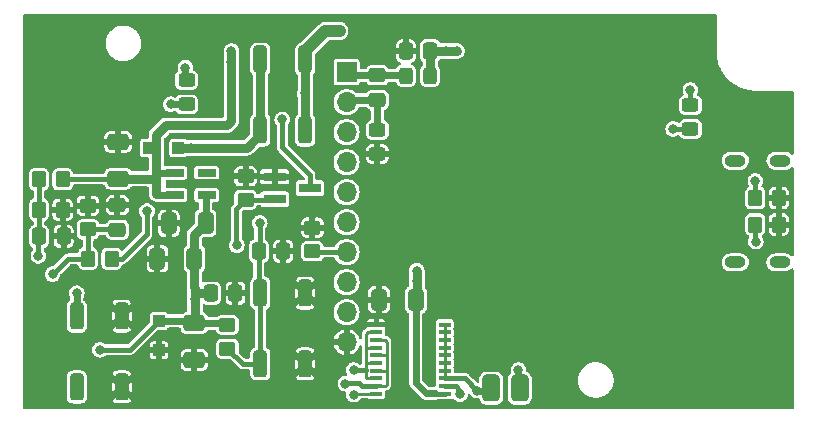
<source format=gbl>
G04 #@! TF.GenerationSoftware,KiCad,Pcbnew,6.99.0-unknown-455e330f3b~148~ubuntu20.04.1*
G04 #@! TF.CreationDate,2022-03-15T10:42:55+05:30*
G04 #@! TF.ProjectId,espc3-vario,65737063-332d-4766-9172-696f2e6b6963,rev?*
G04 #@! TF.SameCoordinates,PX55d4a80PY7270e00*
G04 #@! TF.FileFunction,Copper,L2,Bot*
G04 #@! TF.FilePolarity,Positive*
%FSLAX46Y46*%
G04 Gerber Fmt 4.6, Leading zero omitted, Abs format (unit mm)*
G04 Created by KiCad (PCBNEW 6.99.0-unknown-455e330f3b~148~ubuntu20.04.1) date 2022-03-15 10:42:55*
%MOMM*%
%LPD*%
G01*
G04 APERTURE LIST*
G04 Aperture macros list*
%AMRoundRect*
0 Rectangle with rounded corners*
0 $1 Rounding radius*
0 $2 $3 $4 $5 $6 $7 $8 $9 X,Y pos of 4 corners*
0 Add a 4 corners polygon primitive as box body*
4,1,4,$2,$3,$4,$5,$6,$7,$8,$9,$2,$3,0*
0 Add four circle primitives for the rounded corners*
1,1,$1+$1,$2,$3*
1,1,$1+$1,$4,$5*
1,1,$1+$1,$6,$7*
1,1,$1+$1,$8,$9*
0 Add four rect primitives between the rounded corners*
20,1,$1+$1,$2,$3,$4,$5,0*
20,1,$1+$1,$4,$5,$6,$7,0*
20,1,$1+$1,$6,$7,$8,$9,0*
20,1,$1+$1,$8,$9,$2,$3,0*%
G04 Aperture macros list end*
G04 #@! TA.AperFunction,SMDPad,CuDef*
%ADD10R,1.560000X0.650000*%
G04 #@! TD*
G04 #@! TA.AperFunction,SMDPad,CuDef*
%ADD11R,1.900000X0.800000*%
G04 #@! TD*
G04 #@! TA.AperFunction,SMDPad,CuDef*
%ADD12RoundRect,0.381000X-0.381000X0.762000X-0.381000X-0.762000X0.381000X-0.762000X0.381000X0.762000X0*%
G04 #@! TD*
G04 #@! TA.AperFunction,ComponentPad*
%ADD13R,1.700000X1.700000*%
G04 #@! TD*
G04 #@! TA.AperFunction,ComponentPad*
%ADD14O,1.700000X1.700000*%
G04 #@! TD*
G04 #@! TA.AperFunction,ComponentPad*
%ADD15O,1.800000X1.000000*%
G04 #@! TD*
G04 #@! TA.AperFunction,SMDPad,CuDef*
%ADD16RoundRect,0.300000X0.300000X-0.843000X0.300000X0.843000X-0.300000X0.843000X-0.300000X-0.843000X0*%
G04 #@! TD*
G04 #@! TA.AperFunction,SMDPad,CuDef*
%ADD17RoundRect,0.300000X-0.300000X0.843000X-0.300000X-0.843000X0.300000X-0.843000X0.300000X0.843000X0*%
G04 #@! TD*
G04 #@! TA.AperFunction,SMDPad,CuDef*
%ADD18RoundRect,0.250000X0.412500X0.650000X-0.412500X0.650000X-0.412500X-0.650000X0.412500X-0.650000X0*%
G04 #@! TD*
G04 #@! TA.AperFunction,SMDPad,CuDef*
%ADD19R,1.000000X1.000000*%
G04 #@! TD*
G04 #@! TA.AperFunction,SMDPad,CuDef*
%ADD20RoundRect,0.250000X0.450000X-0.325000X0.450000X0.325000X-0.450000X0.325000X-0.450000X-0.325000X0*%
G04 #@! TD*
G04 #@! TA.AperFunction,SMDPad,CuDef*
%ADD21RoundRect,0.250000X-0.650000X0.412500X-0.650000X-0.412500X0.650000X-0.412500X0.650000X0.412500X0*%
G04 #@! TD*
G04 #@! TA.AperFunction,SMDPad,CuDef*
%ADD22RoundRect,0.250000X-0.325000X-0.450000X0.325000X-0.450000X0.325000X0.450000X-0.325000X0.450000X0*%
G04 #@! TD*
G04 #@! TA.AperFunction,SMDPad,CuDef*
%ADD23RoundRect,0.250000X0.650000X-0.412500X0.650000X0.412500X-0.650000X0.412500X-0.650000X-0.412500X0*%
G04 #@! TD*
G04 #@! TA.AperFunction,SMDPad,CuDef*
%ADD24RoundRect,0.250000X-0.337500X-0.475000X0.337500X-0.475000X0.337500X0.475000X-0.337500X0.475000X0*%
G04 #@! TD*
G04 #@! TA.AperFunction,SMDPad,CuDef*
%ADD25RoundRect,0.250000X-0.350000X-0.450000X0.350000X-0.450000X0.350000X0.450000X-0.350000X0.450000X0*%
G04 #@! TD*
G04 #@! TA.AperFunction,SMDPad,CuDef*
%ADD26RoundRect,0.250000X0.450000X-0.350000X0.450000X0.350000X-0.450000X0.350000X-0.450000X-0.350000X0*%
G04 #@! TD*
G04 #@! TA.AperFunction,SMDPad,CuDef*
%ADD27RoundRect,0.250000X0.337500X0.475000X-0.337500X0.475000X-0.337500X-0.475000X0.337500X-0.475000X0*%
G04 #@! TD*
G04 #@! TA.AperFunction,SMDPad,CuDef*
%ADD28R,1.000000X0.400000*%
G04 #@! TD*
G04 #@! TA.AperFunction,SMDPad,CuDef*
%ADD29RoundRect,0.250000X-0.450000X0.350000X-0.450000X-0.350000X0.450000X-0.350000X0.450000X0.350000X0*%
G04 #@! TD*
G04 #@! TA.AperFunction,SMDPad,CuDef*
%ADD30RoundRect,0.250000X-0.475000X0.337500X-0.475000X-0.337500X0.475000X-0.337500X0.475000X0.337500X0*%
G04 #@! TD*
G04 #@! TA.AperFunction,SMDPad,CuDef*
%ADD31RoundRect,0.250000X0.350000X0.450000X-0.350000X0.450000X-0.350000X-0.450000X0.350000X-0.450000X0*%
G04 #@! TD*
G04 #@! TA.AperFunction,SMDPad,CuDef*
%ADD32RoundRect,0.250000X-0.450000X0.325000X-0.450000X-0.325000X0.450000X-0.325000X0.450000X0.325000X0*%
G04 #@! TD*
G04 #@! TA.AperFunction,ViaPad*
%ADD33C,0.800000*%
G04 #@! TD*
G04 #@! TA.AperFunction,Conductor*
%ADD34C,0.400000*%
G04 #@! TD*
G04 #@! TA.AperFunction,Conductor*
%ADD35C,0.600000*%
G04 #@! TD*
G04 #@! TA.AperFunction,Conductor*
%ADD36C,0.250000*%
G04 #@! TD*
G04 #@! TA.AperFunction,Conductor*
%ADD37C,0.800000*%
G04 #@! TD*
G04 #@! TA.AperFunction,Conductor*
%ADD38C,1.000000*%
G04 #@! TD*
G04 APERTURE END LIST*
D10*
X21349999Y18399999D03*
X21349999Y19349999D03*
X21349999Y20299999D03*
X24049999Y20299999D03*
X24049999Y18399999D03*
D11*
X29799999Y18049999D03*
X29799999Y19949999D03*
X32799999Y18999999D03*
D12*
X48150000Y2050000D03*
X50550000Y2050000D03*
D13*
X35899999Y28809999D03*
D14*
X35899999Y26269999D03*
X35899999Y23729999D03*
X35899999Y21189999D03*
X35899999Y18649999D03*
X35899999Y16109999D03*
X35899999Y13569999D03*
X35899999Y11029999D03*
X35899999Y8489999D03*
X35899999Y5949999D03*
D15*
X68799999Y12699999D03*
X68799999Y21299999D03*
X72599999Y12699999D03*
X72599999Y21299999D03*
D16*
X16850000Y2150000D03*
X16850000Y8150000D03*
X13050000Y2150000D03*
X13050000Y8150000D03*
D17*
X28600000Y10100000D03*
X28600000Y4100000D03*
X32400000Y10100000D03*
X32400000Y4100000D03*
D18*
X23962500Y16000000D03*
X20837500Y16000000D03*
D19*
X19149999Y22399999D03*
X21649999Y22399999D03*
D20*
X38500000Y21875000D03*
X38500000Y23925000D03*
D18*
X23012500Y13000000D03*
X19887500Y13000000D03*
D21*
X23000000Y7562500D03*
X23000000Y4437500D03*
D22*
X40925000Y28500000D03*
X42975000Y28500000D03*
D23*
X16550000Y19787500D03*
X16550000Y22912500D03*
D24*
X28462500Y13650000D03*
X30537500Y13650000D03*
D25*
X70500000Y15900000D03*
X72500000Y15900000D03*
D26*
X27350000Y18000000D03*
X27350000Y20000000D03*
X33000000Y13650000D03*
X33000000Y15650000D03*
D27*
X42987500Y30600000D03*
X40912500Y30600000D03*
D28*
X38399999Y1574999D03*
X38399999Y2224999D03*
X38399999Y2874999D03*
X38399999Y3524999D03*
X38399999Y4174999D03*
X38399999Y4824999D03*
X38399999Y5474999D03*
X38399999Y6124999D03*
X38399999Y6774999D03*
X38399999Y7424999D03*
X44199999Y7424999D03*
X44199999Y6774999D03*
X44199999Y6124999D03*
X44199999Y5474999D03*
X44199999Y4824999D03*
X44199999Y4174999D03*
X44199999Y3524999D03*
X44199999Y2874999D03*
X44199999Y2224999D03*
X44199999Y1574999D03*
D25*
X14000000Y13000000D03*
X16000000Y13000000D03*
D16*
X32400000Y23900000D03*
X32400000Y29900000D03*
X28600000Y23900000D03*
X28600000Y29900000D03*
D29*
X14000000Y17500000D03*
X14000000Y15500000D03*
D30*
X16500000Y17537500D03*
X16500000Y15462500D03*
X38500000Y28537500D03*
X38500000Y26462500D03*
D25*
X70500000Y18150000D03*
X72500000Y18150000D03*
D19*
X19999999Y5249999D03*
X19999999Y7749999D03*
D29*
X25800000Y7400000D03*
X25800000Y5400000D03*
D24*
X24412500Y10100000D03*
X26487500Y10100000D03*
D31*
X11850000Y19750000D03*
X9850000Y19750000D03*
D18*
X41762500Y9550000D03*
X38637500Y9550000D03*
D24*
X9862500Y14900000D03*
X11937500Y14900000D03*
D25*
X9850000Y17150000D03*
X11850000Y17150000D03*
D20*
X22350000Y26075000D03*
X22350000Y28125000D03*
D32*
X65000000Y26025000D03*
X65000000Y23975000D03*
D33*
X30450000Y24800000D03*
X22250000Y29200000D03*
X46950000Y1850000D03*
X36500000Y3600000D03*
X50450000Y3600000D03*
X26150000Y30600000D03*
X45250000Y30600000D03*
X41850000Y12000000D03*
X44300000Y30600000D03*
X26150000Y29650000D03*
X41850000Y11150000D03*
X60000000Y25500000D03*
X63100000Y18750000D03*
X68950000Y14300000D03*
X68950000Y19700000D03*
X68150000Y19700000D03*
X66600000Y21800000D03*
X70300000Y23600000D03*
X10150000Y32400000D03*
X56100000Y25100000D03*
X65400000Y18750000D03*
X24850000Y25600000D03*
X68150000Y14300000D03*
X24000000Y25600000D03*
X72000000Y9650000D03*
X69450000Y23600000D03*
X9200000Y32400000D03*
X10500000Y3450000D03*
X56100000Y26000000D03*
X23050000Y10500000D03*
X23050000Y9600000D03*
X15000000Y5300000D03*
X11000000Y11700000D03*
X9800000Y13250000D03*
X35300000Y32300000D03*
X32400000Y24800000D03*
X34100000Y32300000D03*
X32350000Y27000000D03*
X19000000Y17050000D03*
X22700000Y22400000D03*
X21000000Y26100000D03*
X65000000Y27300000D03*
X63550000Y24000000D03*
X70550000Y14450000D03*
X70500000Y19600000D03*
X26600000Y14150000D03*
X35793245Y2431255D03*
X36500000Y1500000D03*
X45500000Y1550000D03*
X28550000Y16050000D03*
X13050000Y10100000D03*
X13000000Y2000000D03*
D34*
X30450000Y24800000D02*
X30450000Y22450000D01*
X30450000Y22450000D02*
X32800000Y20100000D01*
X32800000Y20100000D02*
X32800000Y19000000D01*
D35*
X22250000Y29200000D02*
X22250000Y28225000D01*
X50450000Y3600000D02*
X50450000Y2150000D01*
D36*
X50450000Y2150000D02*
X50550000Y2050000D01*
D35*
X47950000Y1850000D02*
X46950000Y1850000D01*
D34*
X46950000Y1850000D02*
X45925000Y2875000D01*
X45925000Y2875000D02*
X44200000Y2875000D01*
X45500000Y1550000D02*
X45500000Y1850000D01*
X45500000Y1850000D02*
X45125000Y2225000D01*
X45125000Y2225000D02*
X44200000Y2225000D01*
D36*
X22250000Y28225000D02*
X22350000Y28125000D01*
D35*
X21000000Y26100000D02*
X22225000Y26100000D01*
D36*
X22225000Y26100000D02*
X22350000Y25975000D01*
D37*
X21650000Y22400000D02*
X22700000Y22400000D01*
X22700000Y22400000D02*
X27450000Y22400000D01*
X27450000Y22400000D02*
X28600000Y23550000D01*
D34*
X15000000Y5300000D02*
X17550000Y5300000D01*
X17550000Y5300000D02*
X20000000Y7750000D01*
D37*
X24412500Y10100000D02*
X23100000Y10100000D01*
D36*
X23100000Y10100000D02*
X23050000Y10050000D01*
D37*
X23050000Y9600000D02*
X23050000Y10500000D01*
D36*
X44200000Y3525000D02*
X44200000Y4175000D01*
X44200000Y5475000D02*
X44200000Y4825000D01*
X44200000Y4825000D02*
X44200000Y4175000D01*
X44200000Y6775000D02*
X44200000Y6125000D01*
X44200000Y6125000D02*
X44200000Y5475000D01*
X44200000Y2875000D02*
X44200000Y3525000D01*
X44200000Y7425000D02*
X44200000Y6775000D01*
X37650000Y2875000D02*
X38400000Y2875000D01*
X38400000Y4175000D02*
X37650000Y4175000D01*
X37650000Y5475000D02*
X37575489Y5549511D01*
X37575489Y5549511D02*
X37575489Y6475978D01*
D34*
X36500000Y3600000D02*
X37500000Y3600000D01*
D36*
X37575489Y3524511D02*
X37575489Y2949511D01*
X37575489Y6649511D02*
X37575489Y3524511D01*
X37575489Y2949511D02*
X37650000Y2875000D01*
X37700978Y5475000D02*
X38400000Y5475000D01*
X37675000Y4175000D02*
X38400000Y4175000D01*
X37700978Y6775000D02*
X37575489Y6649511D01*
X38400000Y6775000D02*
X37700978Y6775000D01*
X37874511Y6775000D02*
X38400000Y6775000D01*
X38400000Y5475000D02*
X37650000Y5475000D01*
X37500000Y3600000D02*
X37575489Y3524511D01*
X36160000Y28550000D02*
X35900000Y28810000D01*
D35*
X40750000Y28550000D02*
X38512500Y28550000D01*
X38487500Y28550000D02*
X36160000Y28550000D01*
D36*
X38512500Y28550000D02*
X38500000Y28537500D01*
X38500000Y28537500D02*
X38487500Y28550000D01*
X40800000Y28500000D02*
X40750000Y28550000D01*
X38487500Y24062500D02*
X38500000Y24050000D01*
D35*
X38487500Y26450000D02*
X36080000Y26450000D01*
D36*
X36080000Y26450000D02*
X35900000Y26270000D01*
X38500000Y26462500D02*
X38487500Y26450000D01*
D35*
X38487500Y26450000D02*
X38487500Y24062500D01*
D34*
X11850000Y19750000D02*
X17062500Y19750000D01*
D37*
X19800000Y18500000D02*
X19800000Y23500000D01*
D36*
X43200000Y28550000D02*
X43150000Y28600000D01*
D37*
X41850000Y12000000D02*
X41850000Y9250000D01*
D35*
X21350000Y18400000D02*
X19800000Y18400000D01*
D37*
X42987500Y30600000D02*
X42987500Y28512500D01*
X20600000Y24300000D02*
X25750000Y24300000D01*
D36*
X42987500Y28512500D02*
X42975000Y28500000D01*
D35*
X41762500Y9162500D02*
X41762500Y2487500D01*
D37*
X26150000Y24700000D02*
X26150000Y30600000D01*
D35*
X41762500Y2487500D02*
X42650000Y1600000D01*
X42650000Y1600000D02*
X43350000Y1600000D01*
D34*
X41850000Y9250000D02*
X41762500Y9162500D01*
X44200000Y1575000D02*
X43125000Y1575000D01*
D37*
X17100000Y19787500D02*
X19762500Y19787500D01*
X25750000Y24300000D02*
X26150000Y24700000D01*
D35*
X20100000Y20300000D02*
X21562500Y20300000D01*
X43162500Y28587500D02*
X43200000Y28550000D01*
D37*
X19800000Y23500000D02*
X20600000Y24300000D01*
D36*
X17062500Y19750000D02*
X17100000Y19787500D01*
D37*
X42987500Y30600000D02*
X45250000Y30600000D01*
D35*
X21562500Y19350000D02*
X22550000Y19350000D01*
D38*
X22550000Y19350000D02*
X22750000Y19350000D01*
D35*
X23962500Y16000000D02*
X23962500Y18425000D01*
X20000000Y7750000D02*
X22812500Y7750000D01*
D37*
X23012500Y15050000D02*
X23962500Y16000000D01*
X23050000Y9600000D02*
X23050000Y7612500D01*
X23012500Y13000000D02*
X23012500Y15050000D01*
D35*
X23012500Y10675000D02*
X23037500Y10650000D01*
D37*
X23012500Y13000000D02*
X23012500Y10675000D01*
D35*
X23050000Y7612500D02*
X23000000Y7562500D01*
X23000000Y7562500D02*
X25637500Y7562500D01*
D34*
X14000000Y13000000D02*
X14000000Y15500000D01*
X14000000Y15500000D02*
X16462500Y15500000D01*
D36*
X16462500Y15500000D02*
X16500000Y15462500D01*
D34*
X11000000Y11700000D02*
X12300000Y13000000D01*
X12300000Y13000000D02*
X14000000Y13000000D01*
D36*
X9800000Y14837500D02*
X9862500Y14900000D01*
D34*
X9850000Y17150000D02*
X9850000Y19750000D01*
X9862500Y14900000D02*
X9862500Y16912500D01*
X9800000Y13250000D02*
X9800000Y14837500D01*
D38*
X32400000Y30600000D02*
X32400000Y30350000D01*
X34100000Y32300000D02*
X32400000Y30600000D01*
X34100000Y32300000D02*
X35300000Y32300000D01*
D37*
X32400000Y29900000D02*
X32400000Y23900000D01*
D34*
X19000000Y15100000D02*
X16900000Y13000000D01*
X16900000Y13000000D02*
X16000000Y13000000D01*
D37*
X28600000Y29900000D02*
X28600000Y23900000D01*
D34*
X19000000Y17050000D02*
X19000000Y15100000D01*
X65000000Y27300000D02*
X65000000Y26025000D01*
X65000000Y23975000D02*
X63575000Y23975000D01*
D36*
X63575000Y23975000D02*
X63550000Y24000000D01*
D34*
X70500000Y15900000D02*
X70500000Y14500000D01*
D36*
X70500000Y14500000D02*
X70550000Y14450000D01*
D34*
X70500000Y19600000D02*
X70500000Y18150000D01*
X26550000Y14200000D02*
X26550000Y17200000D01*
X27350000Y18000000D02*
X29750000Y18000000D01*
X26550000Y17200000D02*
X27350000Y18000000D01*
D36*
X26600000Y14150000D02*
X26550000Y14200000D01*
D34*
X29750000Y18000000D02*
X29800000Y18050000D01*
X35900000Y13570000D02*
X33080000Y13570000D01*
D36*
X33080000Y13570000D02*
X33000000Y13650000D01*
X39300000Y3500000D02*
X39275000Y3525000D01*
X39150000Y6125000D02*
X38400000Y6125000D01*
D34*
X38400000Y2225000D02*
X37175000Y2225000D01*
D36*
X39275000Y3525000D02*
X38400000Y3525000D01*
X38400000Y4825000D02*
X39225000Y4825000D01*
X39300000Y2350000D02*
X39175000Y2225000D01*
D34*
X36950000Y2450000D02*
X35811990Y2450000D01*
D36*
X39175000Y2225000D02*
X38400000Y2225000D01*
D34*
X37175000Y2225000D02*
X36950000Y2450000D01*
D36*
X39150000Y6125000D02*
X39300000Y5975000D01*
X35811990Y2450000D02*
X35793245Y2431255D01*
X39300000Y5975000D02*
X39300000Y2350000D01*
X38400000Y1575000D02*
X36575000Y1575000D01*
X36575000Y1575000D02*
X36500000Y1500000D01*
D34*
X28550000Y16050000D02*
X28550000Y13737500D01*
X27100000Y4100000D02*
X28600000Y4100000D01*
X28600000Y10100000D02*
X28600000Y4100000D01*
D36*
X28462500Y10237500D02*
X28600000Y10100000D01*
D34*
X25800000Y5400000D02*
X27100000Y4100000D01*
D36*
X28550000Y13737500D02*
X28462500Y13650000D01*
D34*
X28462500Y13650000D02*
X28462500Y10237500D01*
D35*
X13050000Y10100000D02*
X13050000Y8150000D01*
G04 #@! TA.AperFunction,Conductor*
G36*
X67187621Y33725498D02*
G01*
X67234114Y33671842D01*
X67245500Y33619500D01*
X67245500Y30329439D01*
X67251478Y30272563D01*
X67278375Y30016658D01*
X67281157Y29990185D01*
X67281842Y29986963D01*
X67281842Y29986962D01*
X67351396Y29659738D01*
X67351399Y29659728D01*
X67352081Y29656518D01*
X67372648Y29593219D01*
X67453983Y29342895D01*
X67457493Y29332091D01*
X67498137Y29240802D01*
X67590664Y29032985D01*
X67596240Y29020460D01*
X67597893Y29017597D01*
X67765148Y28727902D01*
X67765154Y28727893D01*
X67766801Y28725040D01*
X67967308Y28449066D01*
X68195563Y28195563D01*
X68449066Y27967308D01*
X68725040Y27766801D01*
X68727893Y27765154D01*
X68727902Y27765148D01*
X68867984Y27684272D01*
X69020460Y27596240D01*
X69023473Y27594899D01*
X69023476Y27594897D01*
X69121808Y27551117D01*
X69332091Y27457493D01*
X69335231Y27456473D01*
X69335233Y27456472D01*
X69403786Y27434198D01*
X69656518Y27352081D01*
X69659728Y27351399D01*
X69659738Y27351396D01*
X69986962Y27281842D01*
X69990185Y27281157D01*
X69993454Y27280813D01*
X69993463Y27280812D01*
X70143423Y27265051D01*
X70329439Y27245500D01*
X73619500Y27245500D01*
X73687621Y27225498D01*
X73734114Y27171842D01*
X73745500Y27119500D01*
X73745500Y21929588D01*
X73725498Y21861467D01*
X73671842Y21814974D01*
X73601568Y21804870D01*
X73538511Y21833065D01*
X73417427Y21934667D01*
X73410872Y21937959D01*
X73410869Y21937961D01*
X73266370Y22010530D01*
X73259811Y22013824D01*
X73149317Y22040012D01*
X73095324Y22052809D01*
X73095322Y22052809D01*
X73088188Y22054500D01*
X72156059Y22054500D01*
X72125396Y22050916D01*
X72032103Y22040012D01*
X72032101Y22040011D01*
X72024816Y22039160D01*
X71859076Y21978836D01*
X71711715Y21881915D01*
X71590678Y21753623D01*
X71587008Y21747266D01*
X71587007Y21747265D01*
X71586734Y21746792D01*
X71502490Y21600876D01*
X71451905Y21431909D01*
X71441649Y21255831D01*
X71442923Y21248607D01*
X71442923Y21248604D01*
X71471003Y21089359D01*
X71472277Y21082134D01*
X71542136Y20920182D01*
X71546519Y20914294D01*
X71546520Y20914293D01*
X71620160Y20815377D01*
X71647461Y20778706D01*
X71653080Y20773991D01*
X71653082Y20773989D01*
X71746878Y20695285D01*
X71782573Y20665333D01*
X71789128Y20662041D01*
X71789131Y20662039D01*
X71931675Y20590452D01*
X71940189Y20586176D01*
X72016878Y20568000D01*
X72104676Y20547191D01*
X72104678Y20547191D01*
X72111812Y20545500D01*
X73043941Y20545500D01*
X73074604Y20549084D01*
X73167897Y20559988D01*
X73167899Y20559989D01*
X73175184Y20560840D01*
X73340924Y20621164D01*
X73488285Y20718085D01*
X73527853Y20760025D01*
X73589146Y20795846D01*
X73660080Y20792844D01*
X73718129Y20751968D01*
X73744864Y20686198D01*
X73745500Y20673557D01*
X73745500Y13329588D01*
X73725498Y13261467D01*
X73671842Y13214974D01*
X73601568Y13204870D01*
X73538511Y13233065D01*
X73417427Y13334667D01*
X73410872Y13337959D01*
X73410869Y13337961D01*
X73266370Y13410530D01*
X73259811Y13413824D01*
X73171945Y13434649D01*
X73095324Y13452809D01*
X73095322Y13452809D01*
X73088188Y13454500D01*
X72156059Y13454500D01*
X72125396Y13450916D01*
X72032103Y13440012D01*
X72032101Y13440011D01*
X72024816Y13439160D01*
X71859076Y13378836D01*
X71711715Y13281915D01*
X71706676Y13276574D01*
X71685379Y13254000D01*
X71590678Y13153623D01*
X71587008Y13147266D01*
X71587007Y13147265D01*
X71533867Y13055223D01*
X71502490Y13000876D01*
X71451905Y12831909D01*
X71451478Y12824585D01*
X71451478Y12824583D01*
X71450111Y12801117D01*
X71441649Y12655831D01*
X71442923Y12648607D01*
X71442923Y12648604D01*
X71469410Y12498392D01*
X71472277Y12482134D01*
X71502431Y12412229D01*
X71528119Y12352678D01*
X71542136Y12320182D01*
X71546519Y12314294D01*
X71546520Y12314293D01*
X71594761Y12249494D01*
X71647461Y12178706D01*
X71653080Y12173991D01*
X71653082Y12173989D01*
X71725325Y12113370D01*
X71782573Y12065333D01*
X71789128Y12062041D01*
X71789131Y12062039D01*
X71899929Y12006395D01*
X71940189Y11986176D01*
X72016967Y11967979D01*
X72104676Y11947191D01*
X72104678Y11947191D01*
X72111812Y11945500D01*
X73043941Y11945500D01*
X73074604Y11949084D01*
X73167897Y11959988D01*
X73167899Y11959989D01*
X73175184Y11960840D01*
X73340924Y12021164D01*
X73488285Y12118085D01*
X73527853Y12160025D01*
X73589146Y12195846D01*
X73660080Y12192844D01*
X73718129Y12151968D01*
X73744864Y12086198D01*
X73745500Y12073557D01*
X73745500Y380500D01*
X73725498Y312379D01*
X73671842Y265886D01*
X73619500Y254500D01*
X8626000Y254500D01*
X8557879Y274502D01*
X8511386Y328158D01*
X8500000Y380500D01*
X8500000Y1263590D01*
X12195500Y1263590D01*
X12195949Y1259854D01*
X12195949Y1259848D01*
X12205237Y1182505D01*
X12206201Y1174480D01*
X12219374Y1141076D01*
X12258751Y1041223D01*
X12262120Y1032679D01*
X12267329Y1025810D01*
X12267330Y1025808D01*
X12334614Y937081D01*
X12354223Y911223D01*
X12361088Y906017D01*
X12468808Y824330D01*
X12468810Y824329D01*
X12475679Y819120D01*
X12483697Y815958D01*
X12483699Y815957D01*
X12550643Y789558D01*
X12617480Y763201D01*
X12625503Y762238D01*
X12625505Y762237D01*
X12702848Y752949D01*
X12702854Y752949D01*
X12706590Y752500D01*
X13393410Y752500D01*
X13397146Y752949D01*
X13397152Y752949D01*
X13474495Y762237D01*
X13474497Y762238D01*
X13482520Y763201D01*
X13549357Y789558D01*
X13616301Y815957D01*
X13616303Y815958D01*
X13624321Y819120D01*
X13631190Y824329D01*
X13631192Y824330D01*
X13738912Y906017D01*
X13745777Y911223D01*
X13765386Y937081D01*
X13824455Y1014975D01*
X16080513Y1014975D01*
X16080965Y1008655D01*
X16149374Y918445D01*
X16161445Y906374D01*
X16269058Y824768D01*
X16283945Y816398D01*
X16410085Y766655D01*
X16425619Y762729D01*
X16502890Y753449D01*
X16510399Y753000D01*
X17189601Y753000D01*
X17197110Y753449D01*
X17274381Y762729D01*
X17289915Y766655D01*
X17416055Y816398D01*
X17430942Y824768D01*
X17538555Y906374D01*
X17550626Y918445D01*
X17613736Y1001668D01*
X17619381Y1016519D01*
X17618072Y1022717D01*
X16862811Y1777979D01*
X16848868Y1785592D01*
X16847034Y1785461D01*
X16840420Y1781210D01*
X16088124Y1028913D01*
X16080513Y1014975D01*
X13824455Y1014975D01*
X13832670Y1025808D01*
X13832671Y1025810D01*
X13837880Y1032679D01*
X13841250Y1041223D01*
X13880626Y1141076D01*
X13893799Y1174480D01*
X13894763Y1182505D01*
X13904051Y1259848D01*
X13904051Y1259854D01*
X13904500Y1263590D01*
X13904500Y1673326D01*
X15996000Y1673326D01*
X15999237Y1662301D01*
X16006328Y1665539D01*
X16477979Y2137189D01*
X16484356Y2148868D01*
X17214408Y2148868D01*
X17214539Y2147034D01*
X17218790Y2140420D01*
X17691192Y1668019D01*
X17701276Y1662512D01*
X17704000Y1669815D01*
X17704000Y2431255D01*
X35133938Y2431255D01*
X35134857Y2423686D01*
X35151306Y2288217D01*
X35153096Y2273473D01*
X35209458Y2124860D01*
X35213786Y2118590D01*
X35213787Y2118588D01*
X35264871Y2044581D01*
X35299747Y1994054D01*
X35305449Y1989003D01*
X35305452Y1988999D01*
X35307482Y1987201D01*
X35418716Y1888656D01*
X35425466Y1885113D01*
X35425468Y1885112D01*
X35505037Y1843351D01*
X35559452Y1814792D01*
X35632209Y1796859D01*
X35706380Y1778577D01*
X35706384Y1778577D01*
X35713774Y1776755D01*
X35732073Y1776755D01*
X35800194Y1756753D01*
X35846687Y1703097D01*
X35857154Y1635568D01*
X35840693Y1500000D01*
X35841612Y1492431D01*
X35857719Y1359780D01*
X35859851Y1342218D01*
X35916213Y1193605D01*
X35920541Y1187335D01*
X35920542Y1187333D01*
X36000591Y1071363D01*
X36006502Y1062799D01*
X36012204Y1057748D01*
X36012207Y1057744D01*
X36040500Y1032679D01*
X36125471Y957401D01*
X36132221Y953858D01*
X36132223Y953857D01*
X36243413Y895500D01*
X36266207Y883537D01*
X36341165Y865061D01*
X36413135Y847322D01*
X36413139Y847322D01*
X36420529Y845500D01*
X36579471Y845500D01*
X36586861Y847322D01*
X36586865Y847322D01*
X36658835Y865061D01*
X36733793Y883537D01*
X36756587Y895500D01*
X36867777Y953857D01*
X36867779Y953858D01*
X36874529Y957401D01*
X36959500Y1032679D01*
X36987793Y1057744D01*
X36987796Y1057748D01*
X36993498Y1062799D01*
X36999410Y1071363D01*
X37047529Y1141076D01*
X37102688Y1185776D01*
X37151225Y1195500D01*
X37672332Y1195500D01*
X37742332Y1174266D01*
X37800699Y1135266D01*
X37874933Y1120500D01*
X38399915Y1120500D01*
X38925066Y1120501D01*
X38960818Y1127612D01*
X38987126Y1132844D01*
X38987128Y1132845D01*
X38999301Y1135266D01*
X39009621Y1142161D01*
X39009622Y1142162D01*
X39073168Y1184623D01*
X39083484Y1191516D01*
X39139734Y1275699D01*
X39154500Y1349933D01*
X39154499Y1728740D01*
X39174501Y1796859D01*
X39228156Y1843352D01*
X39264912Y1853771D01*
X39274418Y1854956D01*
X39284783Y1856248D01*
X39292003Y1859778D01*
X39299927Y1861100D01*
X39309105Y1866067D01*
X39309111Y1866069D01*
X39346431Y1886266D01*
X39351061Y1888649D01*
X39389190Y1907289D01*
X39389192Y1907290D01*
X39398568Y1911874D01*
X39404252Y1917558D01*
X39411316Y1921381D01*
X39447131Y1960286D01*
X39450737Y1964043D01*
X39531275Y2044581D01*
X39551450Y2060966D01*
X39560582Y2066932D01*
X39580206Y2092145D01*
X39583690Y2096090D01*
X39583529Y2096227D01*
X39586895Y2100201D01*
X39590581Y2103887D01*
X39593607Y2108125D01*
X39593611Y2108130D01*
X39602786Y2120981D01*
X39605883Y2125135D01*
X39638375Y2166881D01*
X39640985Y2174482D01*
X39645653Y2181021D01*
X39648630Y2191022D01*
X39648632Y2191025D01*
X39660739Y2231693D01*
X39662328Y2236653D01*
X39676109Y2276795D01*
X39679500Y2286673D01*
X39679500Y2294711D01*
X39681792Y2302410D01*
X39679608Y2355225D01*
X39679500Y2360430D01*
X39679500Y3447579D01*
X39682182Y3473436D01*
X39682183Y3473442D01*
X39684418Y3484100D01*
X39682422Y3500119D01*
X39680468Y3515789D01*
X39679500Y3531374D01*
X39679500Y5922574D01*
X39682182Y5948433D01*
X39682277Y5948884D01*
X39682277Y5948885D01*
X39684419Y5959100D01*
X39681089Y5985818D01*
X39680468Y5990796D01*
X39680141Y5996053D01*
X39679931Y5996036D01*
X39679500Y6001237D01*
X39679500Y6006443D01*
X39676044Y6027152D01*
X39675293Y6032308D01*
X39670044Y6074417D01*
X39668752Y6084783D01*
X39665222Y6092003D01*
X39663900Y6099927D01*
X39658933Y6109105D01*
X39658931Y6109111D01*
X39638734Y6146431D01*
X39636351Y6151061D01*
X39617711Y6189190D01*
X39617710Y6189192D01*
X39613126Y6198568D01*
X39607442Y6204252D01*
X39603619Y6211316D01*
X39564714Y6247131D01*
X39560957Y6250737D01*
X39455419Y6356275D01*
X39439034Y6376450D01*
X39433068Y6385582D01*
X39407855Y6405206D01*
X39403910Y6408690D01*
X39403773Y6408529D01*
X39399799Y6411895D01*
X39396113Y6415581D01*
X39391875Y6418607D01*
X39391870Y6418611D01*
X39379019Y6427786D01*
X39374865Y6430883D01*
X39333119Y6463375D01*
X39325518Y6465985D01*
X39318979Y6470653D01*
X39308978Y6473630D01*
X39308975Y6473632D01*
X39268307Y6485739D01*
X39263345Y6487329D01*
X39239586Y6495486D01*
X39181651Y6536524D01*
X39155101Y6602369D01*
X39154500Y6614658D01*
X39154499Y6993877D01*
X39154499Y7000066D01*
X39139734Y7074301D01*
X39143728Y7075095D01*
X39138580Y7123059D01*
X39139404Y7125866D01*
X39139263Y7125894D01*
X39152793Y7193915D01*
X39154000Y7206170D01*
X39154000Y7206885D01*
X39149525Y7222124D01*
X39148135Y7223329D01*
X39140452Y7225000D01*
X38960100Y7225000D01*
X38935519Y7227421D01*
X38931135Y7228293D01*
X38925067Y7229500D01*
X38400085Y7229500D01*
X37874934Y7229499D01*
X37865193Y7227561D01*
X37864486Y7227421D01*
X37839907Y7225000D01*
X37664116Y7225000D01*
X37648877Y7220525D01*
X37641235Y7211706D01*
X37615222Y7164067D01*
X37575761Y7139434D01*
X37576050Y7138900D01*
X37567446Y7134244D01*
X37567436Y7134238D01*
X37566876Y7133935D01*
X37566871Y7133933D01*
X37529547Y7113734D01*
X37524917Y7111351D01*
X37486788Y7092711D01*
X37486786Y7092710D01*
X37477410Y7088126D01*
X37471726Y7082442D01*
X37464662Y7078619D01*
X37457593Y7070941D01*
X37457594Y7070941D01*
X37428847Y7039714D01*
X37425241Y7035957D01*
X37344214Y6954930D01*
X37324039Y6938545D01*
X37314907Y6932579D01*
X37300588Y6914182D01*
X37295283Y6907366D01*
X37291799Y6903421D01*
X37291960Y6903284D01*
X37288594Y6899310D01*
X37284908Y6895624D01*
X37281882Y6891386D01*
X37281878Y6891381D01*
X37272703Y6878530D01*
X37269606Y6874376D01*
X37237114Y6832630D01*
X37234504Y6825029D01*
X37229836Y6818490D01*
X37226859Y6808489D01*
X37226857Y6808486D01*
X37214750Y6767818D01*
X37213165Y6762871D01*
X37195989Y6712838D01*
X37195989Y6704800D01*
X37193697Y6697101D01*
X37194128Y6686673D01*
X37194128Y6686671D01*
X37195881Y6644297D01*
X37195989Y6639090D01*
X37195989Y6332496D01*
X37175987Y6264375D01*
X37122331Y6217882D01*
X37052057Y6207778D01*
X36987477Y6237272D01*
X36948799Y6298014D01*
X36935453Y6344919D01*
X36931265Y6355730D01*
X36845257Y6528457D01*
X36839149Y6538321D01*
X36722873Y6692296D01*
X36715055Y6700872D01*
X36572467Y6830859D01*
X36563204Y6837854D01*
X36399153Y6939429D01*
X36388771Y6944598D01*
X36208853Y7014299D01*
X36197693Y7017475D01*
X36171806Y7022314D01*
X36158690Y7020988D01*
X36154000Y7006175D01*
X36154000Y4892472D01*
X36157714Y4879822D01*
X36173137Y4877934D01*
X36197693Y4882525D01*
X36208853Y4885701D01*
X36388771Y4955402D01*
X36399153Y4960571D01*
X36563204Y5062146D01*
X36572467Y5069141D01*
X36715055Y5199128D01*
X36722873Y5207704D01*
X36839149Y5361679D01*
X36845257Y5371543D01*
X36931265Y5544270D01*
X36935453Y5555079D01*
X36945032Y5588746D01*
X36982914Y5648792D01*
X37047245Y5678826D01*
X37117601Y5669312D01*
X37171645Y5623271D01*
X37187716Y5564993D01*
X37191070Y5565411D01*
X37195021Y5533715D01*
X37195989Y5518129D01*
X37195989Y4180500D01*
X37175987Y4112379D01*
X37122331Y4065886D01*
X37069989Y4054500D01*
X37021758Y4054500D01*
X36953637Y4074502D01*
X36938205Y4086188D01*
X36880240Y4137540D01*
X36880236Y4137543D01*
X36874529Y4142599D01*
X36867779Y4146142D01*
X36867777Y4146143D01*
X36740546Y4212919D01*
X36740544Y4212920D01*
X36733793Y4216463D01*
X36643838Y4238635D01*
X36586865Y4252678D01*
X36586861Y4252678D01*
X36579471Y4254500D01*
X36420529Y4254500D01*
X36413139Y4252678D01*
X36413135Y4252678D01*
X36356162Y4238635D01*
X36266207Y4216463D01*
X36259456Y4212920D01*
X36259454Y4212919D01*
X36132223Y4146143D01*
X36132221Y4146142D01*
X36125471Y4142599D01*
X36064402Y4088496D01*
X36012207Y4042256D01*
X36012204Y4042252D01*
X36006502Y4037201D01*
X36002173Y4030929D01*
X36002171Y4030927D01*
X35928783Y3924606D01*
X35916213Y3906395D01*
X35859851Y3757782D01*
X35858933Y3750219D01*
X35858932Y3750216D01*
X35848974Y3668199D01*
X35840693Y3600000D01*
X35841612Y3592432D01*
X35841612Y3592431D01*
X35857614Y3460645D01*
X35859851Y3442218D01*
X35916213Y3293605D01*
X35923202Y3283481D01*
X35923303Y3283334D01*
X35945540Y3215909D01*
X35927795Y3147166D01*
X35875702Y3098930D01*
X35819609Y3085755D01*
X35713774Y3085755D01*
X35706384Y3083933D01*
X35706380Y3083933D01*
X35662901Y3073216D01*
X35559452Y3047718D01*
X35552701Y3044175D01*
X35552699Y3044174D01*
X35425468Y2977398D01*
X35425466Y2977397D01*
X35418716Y2973854D01*
X35377006Y2936902D01*
X35305452Y2873511D01*
X35305449Y2873507D01*
X35299747Y2868456D01*
X35295418Y2862184D01*
X35295416Y2862182D01*
X35234776Y2774330D01*
X35209458Y2737650D01*
X35153096Y2589037D01*
X35152178Y2581474D01*
X35152177Y2581471D01*
X35144214Y2515886D01*
X35133938Y2431255D01*
X17704000Y2431255D01*
X17704000Y2626674D01*
X17700763Y2637699D01*
X17693672Y2634461D01*
X17222021Y2162811D01*
X17214408Y2148868D01*
X16484356Y2148868D01*
X16485592Y2151132D01*
X16485461Y2152966D01*
X16481210Y2159580D01*
X16008808Y2631981D01*
X15998724Y2637488D01*
X15996000Y2630185D01*
X15996000Y1673326D01*
X13904500Y1673326D01*
X13904500Y3036410D01*
X13901980Y3057401D01*
X13894763Y3117495D01*
X13894762Y3117497D01*
X13893799Y3125520D01*
X13837880Y3267321D01*
X13831479Y3275763D01*
X13825626Y3283481D01*
X16080619Y3283481D01*
X16081928Y3277283D01*
X16837189Y2522021D01*
X16851132Y2514408D01*
X16852966Y2514539D01*
X16859580Y2518790D01*
X17611876Y3271087D01*
X17619487Y3285025D01*
X17619035Y3291345D01*
X17550626Y3381555D01*
X17538555Y3393626D01*
X17430942Y3475232D01*
X17416055Y3483602D01*
X17289915Y3533345D01*
X17274381Y3537271D01*
X17197110Y3546551D01*
X17189601Y3547000D01*
X16510399Y3547000D01*
X16502890Y3546551D01*
X16425619Y3537271D01*
X16410085Y3533345D01*
X16283945Y3483602D01*
X16269058Y3475232D01*
X16161445Y3393626D01*
X16149374Y3381555D01*
X16086264Y3298332D01*
X16080619Y3283481D01*
X13825626Y3283481D01*
X13750983Y3381912D01*
X13745777Y3388777D01*
X13731150Y3399869D01*
X13631192Y3475670D01*
X13631190Y3475671D01*
X13624321Y3480880D01*
X13616303Y3484042D01*
X13616301Y3484043D01*
X13526387Y3519500D01*
X13482520Y3536799D01*
X13474497Y3537762D01*
X13474495Y3537763D01*
X13397152Y3547051D01*
X13397146Y3547051D01*
X13393410Y3547500D01*
X12706590Y3547500D01*
X12702854Y3547051D01*
X12702848Y3547051D01*
X12625505Y3537763D01*
X12625503Y3537762D01*
X12617480Y3536799D01*
X12573613Y3519500D01*
X12483699Y3484043D01*
X12483697Y3484042D01*
X12475679Y3480880D01*
X12468810Y3475671D01*
X12468808Y3475670D01*
X12368850Y3399869D01*
X12354223Y3388777D01*
X12349017Y3381912D01*
X12268522Y3275763D01*
X12262120Y3267321D01*
X12206201Y3125520D01*
X12205238Y3117497D01*
X12205237Y3117495D01*
X12198021Y3057401D01*
X12195500Y3036410D01*
X12195500Y1263590D01*
X8500000Y1263590D01*
X8500000Y3980160D01*
X21846001Y3980160D01*
X21846362Y3973436D01*
X21851610Y3924606D01*
X21855209Y3909376D01*
X21899950Y3789424D01*
X21908504Y3773758D01*
X21984555Y3672164D01*
X21997164Y3659555D01*
X22098758Y3583504D01*
X22114424Y3574950D01*
X22234373Y3530210D01*
X22249608Y3526610D01*
X22298438Y3521360D01*
X22305158Y3521000D01*
X22727885Y3521000D01*
X22743124Y3525475D01*
X22744329Y3526865D01*
X22746000Y3534548D01*
X22746000Y3539116D01*
X23254000Y3539116D01*
X23258475Y3523877D01*
X23259865Y3522672D01*
X23267548Y3521001D01*
X23694840Y3521001D01*
X23701564Y3521362D01*
X23750394Y3526610D01*
X23765624Y3530209D01*
X23885576Y3574950D01*
X23901242Y3583504D01*
X24002836Y3659555D01*
X24015445Y3672164D01*
X24091496Y3773758D01*
X24100050Y3789424D01*
X24144790Y3909373D01*
X24148390Y3924608D01*
X24153640Y3973438D01*
X24154000Y3980158D01*
X24154000Y4165385D01*
X24149525Y4180624D01*
X24148135Y4181829D01*
X24140452Y4183500D01*
X23272115Y4183500D01*
X23256876Y4179025D01*
X23255671Y4177635D01*
X23254000Y4169952D01*
X23254000Y3539116D01*
X22746000Y3539116D01*
X22746000Y4165385D01*
X22741525Y4180624D01*
X22740135Y4181829D01*
X22732452Y4183500D01*
X21864116Y4183500D01*
X21848877Y4179025D01*
X21847672Y4177635D01*
X21846001Y4169952D01*
X21846001Y3980160D01*
X8500000Y3980160D01*
X8500000Y5300000D01*
X14340693Y5300000D01*
X14341612Y5292431D01*
X14356196Y5172324D01*
X14359851Y5142218D01*
X14416213Y4993605D01*
X14420541Y4987335D01*
X14420542Y4987333D01*
X14494752Y4879822D01*
X14506502Y4862799D01*
X14512204Y4857748D01*
X14512207Y4857744D01*
X14531461Y4840687D01*
X14625471Y4757401D01*
X14632221Y4753858D01*
X14632223Y4753857D01*
X14759454Y4687081D01*
X14766207Y4683537D01*
X14841165Y4665061D01*
X14913135Y4647322D01*
X14913139Y4647322D01*
X14920529Y4645500D01*
X15079471Y4645500D01*
X15086861Y4647322D01*
X15086865Y4647322D01*
X15158835Y4665061D01*
X15233793Y4683537D01*
X15240546Y4687081D01*
X15324554Y4731172D01*
X19246001Y4731172D01*
X19247209Y4718912D01*
X19258315Y4663069D01*
X19267633Y4640573D01*
X19309983Y4577192D01*
X19327192Y4559983D01*
X19390575Y4517632D01*
X19413066Y4508316D01*
X19468915Y4497207D01*
X19481170Y4496000D01*
X19727885Y4496000D01*
X19743124Y4500475D01*
X19744329Y4501865D01*
X19746000Y4509548D01*
X19746000Y4514116D01*
X20254000Y4514116D01*
X20258475Y4498877D01*
X20259865Y4497672D01*
X20267548Y4496001D01*
X20518828Y4496001D01*
X20531088Y4497209D01*
X20586931Y4508315D01*
X20609427Y4517633D01*
X20672808Y4559983D01*
X20690017Y4577192D01*
X20732368Y4640575D01*
X20741684Y4663066D01*
X20750943Y4709615D01*
X21846000Y4709615D01*
X21850475Y4694376D01*
X21851865Y4693171D01*
X21859548Y4691500D01*
X22727885Y4691500D01*
X22743124Y4695975D01*
X22744329Y4697365D01*
X22746000Y4705048D01*
X22746000Y4709615D01*
X23254000Y4709615D01*
X23258475Y4694376D01*
X23259865Y4693171D01*
X23267548Y4691500D01*
X24135884Y4691500D01*
X24151123Y4695975D01*
X24152328Y4697365D01*
X24153999Y4705048D01*
X24153999Y4894840D01*
X24153638Y4901564D01*
X24148390Y4950394D01*
X24144791Y4965624D01*
X24100050Y5085576D01*
X24091496Y5101242D01*
X24015445Y5202836D01*
X24002836Y5215445D01*
X23901242Y5291496D01*
X23885576Y5300050D01*
X23765627Y5344790D01*
X23750392Y5348390D01*
X23701562Y5353640D01*
X23694842Y5354000D01*
X23272115Y5354000D01*
X23256876Y5349525D01*
X23255671Y5348135D01*
X23254000Y5340452D01*
X23254000Y4709615D01*
X22746000Y4709615D01*
X22746000Y5335884D01*
X22741525Y5351123D01*
X22740135Y5352328D01*
X22732452Y5353999D01*
X22305160Y5353999D01*
X22298436Y5353638D01*
X22249606Y5348390D01*
X22234376Y5344791D01*
X22114424Y5300050D01*
X22098758Y5291496D01*
X21997164Y5215445D01*
X21984555Y5202836D01*
X21908504Y5101242D01*
X21899950Y5085576D01*
X21855210Y4965627D01*
X21851610Y4950392D01*
X21846360Y4901562D01*
X21846000Y4894842D01*
X21846000Y4709615D01*
X20750943Y4709615D01*
X20752793Y4718915D01*
X20754000Y4731170D01*
X20754000Y4977885D01*
X20749525Y4993124D01*
X20748135Y4994329D01*
X20740452Y4996000D01*
X20272115Y4996000D01*
X20256876Y4991525D01*
X20255671Y4990135D01*
X20254000Y4982452D01*
X20254000Y4514116D01*
X19746000Y4514116D01*
X19746000Y4977885D01*
X19741525Y4993124D01*
X19740135Y4994329D01*
X19732452Y4996000D01*
X19264116Y4996000D01*
X19248877Y4991525D01*
X19247672Y4990135D01*
X19246001Y4982452D01*
X19246001Y4731172D01*
X15324554Y4731172D01*
X15367777Y4753857D01*
X15367779Y4753858D01*
X15374529Y4757401D01*
X15380237Y4762458D01*
X15380240Y4762460D01*
X15438205Y4813812D01*
X15502458Y4844013D01*
X15521758Y4845500D01*
X17517391Y4845500D01*
X17531498Y4844708D01*
X17545588Y4843121D01*
X17567186Y4840687D01*
X17576461Y4842442D01*
X17576463Y4842442D01*
X17623837Y4851405D01*
X17628479Y4852193D01*
X17676137Y4859377D01*
X17676142Y4859379D01*
X17685479Y4860786D01*
X17693290Y4864547D01*
X17701807Y4866159D01*
X17710153Y4870570D01*
X17710156Y4870571D01*
X17752771Y4893094D01*
X17756976Y4895217D01*
X17770155Y4901564D01*
X17808921Y4920233D01*
X17815276Y4926129D01*
X17822940Y4930180D01*
X17863682Y4970922D01*
X17867075Y4974192D01*
X17902435Y5007001D01*
X17902436Y5007002D01*
X17909356Y5013423D01*
X17912860Y5019493D01*
X17917969Y5025209D01*
X18414875Y5522115D01*
X19246000Y5522115D01*
X19250475Y5506876D01*
X19251865Y5505671D01*
X19259548Y5504000D01*
X19727885Y5504000D01*
X19743124Y5508475D01*
X19744329Y5509865D01*
X19746000Y5517548D01*
X19746000Y5522115D01*
X20254000Y5522115D01*
X20258475Y5506876D01*
X20259865Y5505671D01*
X20267548Y5504000D01*
X20735884Y5504000D01*
X20751123Y5508475D01*
X20752328Y5509865D01*
X20753999Y5517548D01*
X20753999Y5768828D01*
X20752791Y5781088D01*
X20749377Y5798255D01*
X24845500Y5798255D01*
X24845501Y5001746D01*
X24851960Y4941658D01*
X24902658Y4805733D01*
X24908060Y4798516D01*
X24908061Y4798515D01*
X24938838Y4757401D01*
X24989596Y4689596D01*
X25105733Y4602658D01*
X25241658Y4551960D01*
X25301745Y4545500D01*
X25344774Y4545500D01*
X25959549Y4545501D01*
X26027670Y4525499D01*
X26048644Y4508596D01*
X26755556Y3801684D01*
X26764972Y3791149D01*
X26778841Y3773758D01*
X26787369Y3763064D01*
X26795169Y3757746D01*
X26795170Y3757745D01*
X26835019Y3730576D01*
X26838858Y3727852D01*
X26885227Y3693630D01*
X26893411Y3690766D01*
X26900572Y3685884D01*
X26909594Y3683101D01*
X26955642Y3668897D01*
X26960115Y3667425D01*
X27005634Y3651498D01*
X27005636Y3651498D01*
X27014549Y3648379D01*
X27023212Y3648055D01*
X27031495Y3645500D01*
X27089132Y3645500D01*
X27093843Y3645412D01*
X27142026Y3643609D01*
X27142027Y3643609D01*
X27151463Y3643256D01*
X27158235Y3645070D01*
X27165887Y3645500D01*
X27619500Y3645500D01*
X27687621Y3625498D01*
X27734114Y3571842D01*
X27745500Y3519500D01*
X27745500Y3213590D01*
X27745949Y3209854D01*
X27745949Y3209848D01*
X27755173Y3133038D01*
X27756201Y3124480D01*
X27765828Y3100067D01*
X27787870Y3044174D01*
X27812120Y2982679D01*
X27817329Y2975810D01*
X27817330Y2975808D01*
X27888616Y2881804D01*
X27904223Y2861223D01*
X27911088Y2856017D01*
X28018808Y2774330D01*
X28018810Y2774329D01*
X28025679Y2769120D01*
X28033697Y2765958D01*
X28033699Y2765957D01*
X28089577Y2743922D01*
X28167480Y2713201D01*
X28175503Y2712238D01*
X28175505Y2712237D01*
X28252848Y2702949D01*
X28252854Y2702949D01*
X28256590Y2702500D01*
X28943410Y2702500D01*
X28947146Y2702949D01*
X28947152Y2702949D01*
X29024495Y2712237D01*
X29024497Y2712238D01*
X29032520Y2713201D01*
X29110423Y2743922D01*
X29166301Y2765957D01*
X29166303Y2765958D01*
X29174321Y2769120D01*
X29181190Y2774329D01*
X29181192Y2774330D01*
X29288912Y2856017D01*
X29295777Y2861223D01*
X29311384Y2881804D01*
X29374455Y2964975D01*
X31630513Y2964975D01*
X31630965Y2958655D01*
X31699374Y2868445D01*
X31711445Y2856374D01*
X31819058Y2774768D01*
X31833945Y2766398D01*
X31960085Y2716655D01*
X31975619Y2712729D01*
X32052890Y2703449D01*
X32060399Y2703000D01*
X32739601Y2703000D01*
X32747110Y2703449D01*
X32824381Y2712729D01*
X32839915Y2716655D01*
X32966055Y2766398D01*
X32980942Y2774768D01*
X33088555Y2856374D01*
X33100626Y2868445D01*
X33163736Y2951668D01*
X33169381Y2966519D01*
X33168072Y2972717D01*
X32412811Y3727979D01*
X32398868Y3735592D01*
X32397034Y3735461D01*
X32390420Y3731210D01*
X31638124Y2978913D01*
X31630513Y2964975D01*
X29374455Y2964975D01*
X29382670Y2975808D01*
X29382671Y2975810D01*
X29387880Y2982679D01*
X29412131Y3044174D01*
X29434172Y3100067D01*
X29443799Y3124480D01*
X29444827Y3133038D01*
X29454051Y3209848D01*
X29454051Y3209854D01*
X29454500Y3213590D01*
X29454500Y3623326D01*
X31546000Y3623326D01*
X31549237Y3612301D01*
X31556328Y3615539D01*
X32027979Y4087189D01*
X32034356Y4098868D01*
X32764408Y4098868D01*
X32764539Y4097034D01*
X32768790Y4090420D01*
X33241192Y3618019D01*
X33251276Y3612512D01*
X33254000Y3619815D01*
X33254000Y4576674D01*
X33250763Y4587699D01*
X33243672Y4584461D01*
X32772021Y4112811D01*
X32764408Y4098868D01*
X32034356Y4098868D01*
X32035592Y4101132D01*
X32035461Y4102966D01*
X32031210Y4109580D01*
X31558808Y4581981D01*
X31548724Y4587488D01*
X31546000Y4580185D01*
X31546000Y3623326D01*
X29454500Y3623326D01*
X29454500Y4986410D01*
X29453349Y4996000D01*
X29444763Y5067495D01*
X29444762Y5067497D01*
X29443799Y5075520D01*
X29414428Y5150000D01*
X29391043Y5209301D01*
X29391042Y5209303D01*
X29387880Y5217321D01*
X29375626Y5233481D01*
X31630619Y5233481D01*
X31631928Y5227283D01*
X32387189Y4472021D01*
X32401132Y4464408D01*
X32402966Y4464539D01*
X32409580Y4468790D01*
X33161876Y5221087D01*
X33169487Y5235025D01*
X33169035Y5241345D01*
X33100626Y5331555D01*
X33088555Y5343626D01*
X32980942Y5425232D01*
X32966055Y5433602D01*
X32839915Y5483345D01*
X32824381Y5487271D01*
X32747110Y5496551D01*
X32739601Y5497000D01*
X32060399Y5497000D01*
X32052890Y5496551D01*
X31975619Y5487271D01*
X31960085Y5483345D01*
X31833945Y5433602D01*
X31819058Y5425232D01*
X31711445Y5343626D01*
X31699374Y5331555D01*
X31636264Y5248332D01*
X31630619Y5233481D01*
X29375626Y5233481D01*
X29300983Y5331912D01*
X29295777Y5338777D01*
X29283437Y5348135D01*
X29181189Y5425672D01*
X29181188Y5425672D01*
X29174321Y5430880D01*
X29134276Y5446671D01*
X29078243Y5490268D01*
X29054500Y5563886D01*
X29054500Y5683963D01*
X34827876Y5683963D01*
X34864546Y5555082D01*
X34868735Y5544270D01*
X34954743Y5371543D01*
X34960851Y5361679D01*
X35077127Y5207704D01*
X35084945Y5199128D01*
X35227533Y5069141D01*
X35236796Y5062146D01*
X35400847Y4960571D01*
X35411229Y4955402D01*
X35591147Y4885701D01*
X35602307Y4882525D01*
X35628194Y4877686D01*
X35641310Y4879012D01*
X35646000Y4893825D01*
X35646000Y5677885D01*
X35641525Y5693124D01*
X35640135Y5694329D01*
X35632452Y5696000D01*
X34842566Y5696000D01*
X34829035Y5692027D01*
X34827876Y5683963D01*
X29054500Y5683963D01*
X29054500Y6221426D01*
X34829409Y6221426D01*
X34829527Y6207323D01*
X34836968Y6204000D01*
X35627885Y6204000D01*
X35643124Y6208475D01*
X35644329Y6209865D01*
X35646000Y6217548D01*
X35646000Y7007528D01*
X35642286Y7020178D01*
X35626863Y7022066D01*
X35602307Y7017475D01*
X35591147Y7014299D01*
X35411229Y6944598D01*
X35400847Y6939429D01*
X35236796Y6837854D01*
X35227533Y6830859D01*
X35084945Y6700872D01*
X35077127Y6692296D01*
X34960851Y6538321D01*
X34954743Y6528457D01*
X34868735Y6355730D01*
X34864546Y6344918D01*
X34829409Y6221426D01*
X29054500Y6221426D01*
X29054500Y8490000D01*
X34790768Y8490000D01*
X34809655Y8286179D01*
X34865672Y8089299D01*
X34868270Y8084081D01*
X34868271Y8084079D01*
X34954314Y7911282D01*
X34956912Y7906065D01*
X35080268Y7742715D01*
X35231538Y7604814D01*
X35236489Y7601748D01*
X35236491Y7601747D01*
X35400613Y7500127D01*
X35405573Y7497056D01*
X35596444Y7423112D01*
X35797653Y7385500D01*
X36002347Y7385500D01*
X36203556Y7423112D01*
X36394427Y7497056D01*
X36399387Y7500127D01*
X36563509Y7601747D01*
X36563511Y7601748D01*
X36568462Y7604814D01*
X36610476Y7643115D01*
X37646000Y7643115D01*
X37650475Y7627876D01*
X37651865Y7626671D01*
X37659548Y7625000D01*
X38181885Y7625000D01*
X38197124Y7629475D01*
X38198329Y7630865D01*
X38200000Y7638548D01*
X38200000Y7643115D01*
X38600000Y7643115D01*
X38604475Y7627876D01*
X38605865Y7626671D01*
X38613548Y7625000D01*
X39135884Y7625000D01*
X39151123Y7629475D01*
X39152328Y7630865D01*
X39153999Y7638548D01*
X39153999Y7643828D01*
X39152791Y7656088D01*
X39141685Y7711931D01*
X39132367Y7734427D01*
X39090017Y7797808D01*
X39072808Y7815017D01*
X39009425Y7857368D01*
X38986934Y7866684D01*
X38931085Y7877793D01*
X38918830Y7879000D01*
X38618115Y7879000D01*
X38602876Y7874525D01*
X38601671Y7873135D01*
X38600000Y7865452D01*
X38600000Y7643115D01*
X38200000Y7643115D01*
X38200000Y7860884D01*
X38195525Y7876123D01*
X38194135Y7877328D01*
X38186452Y7878999D01*
X37881172Y7878999D01*
X37868912Y7877791D01*
X37813069Y7866685D01*
X37790573Y7857367D01*
X37727192Y7815017D01*
X37709983Y7797808D01*
X37667632Y7734425D01*
X37658316Y7711934D01*
X37647207Y7656085D01*
X37646000Y7643830D01*
X37646000Y7643115D01*
X36610476Y7643115D01*
X36719732Y7742715D01*
X36843088Y7906065D01*
X36845686Y7911282D01*
X36931729Y8084079D01*
X36931730Y8084081D01*
X36934328Y8089299D01*
X36990345Y8286179D01*
X37009232Y8490000D01*
X36990345Y8693821D01*
X36944440Y8855160D01*
X37721001Y8855160D01*
X37721362Y8848436D01*
X37726610Y8799606D01*
X37730209Y8784376D01*
X37774950Y8664424D01*
X37783504Y8648758D01*
X37859555Y8547164D01*
X37872164Y8534555D01*
X37973758Y8458504D01*
X37989424Y8449950D01*
X38109373Y8405210D01*
X38124608Y8401610D01*
X38173438Y8396360D01*
X38180158Y8396000D01*
X38365385Y8396000D01*
X38380624Y8400475D01*
X38381829Y8401865D01*
X38383500Y8409548D01*
X38383500Y8414116D01*
X38891500Y8414116D01*
X38895975Y8398877D01*
X38897365Y8397672D01*
X38905048Y8396001D01*
X39094840Y8396001D01*
X39101564Y8396362D01*
X39150394Y8401610D01*
X39165624Y8405209D01*
X39285576Y8449950D01*
X39301242Y8458504D01*
X39402836Y8534555D01*
X39415445Y8547164D01*
X39491496Y8648758D01*
X39500050Y8664424D01*
X39544790Y8784373D01*
X39548390Y8799608D01*
X39553640Y8848438D01*
X39554000Y8855158D01*
X39554000Y9277885D01*
X39549525Y9293124D01*
X39548135Y9294329D01*
X39540452Y9296000D01*
X38909615Y9296000D01*
X38894376Y9291525D01*
X38893171Y9290135D01*
X38891500Y9282452D01*
X38891500Y8414116D01*
X38383500Y8414116D01*
X38383500Y9277885D01*
X38379025Y9293124D01*
X38377635Y9294329D01*
X38369952Y9296000D01*
X37739116Y9296000D01*
X37723877Y9291525D01*
X37722672Y9290135D01*
X37721001Y9282452D01*
X37721001Y8855160D01*
X36944440Y8855160D01*
X36934328Y8890701D01*
X36890404Y8978913D01*
X36845686Y9068718D01*
X36845685Y9068720D01*
X36843088Y9073935D01*
X36719732Y9237285D01*
X36568462Y9375186D01*
X36559504Y9380733D01*
X36399387Y9479873D01*
X36399386Y9479873D01*
X36394427Y9482944D01*
X36203556Y9556888D01*
X36002347Y9594500D01*
X35797653Y9594500D01*
X35596444Y9556888D01*
X35405573Y9482944D01*
X35400614Y9479873D01*
X35400613Y9479873D01*
X35240497Y9380733D01*
X35231538Y9375186D01*
X35080268Y9237285D01*
X34956912Y9073935D01*
X34954315Y9068720D01*
X34954314Y9068718D01*
X34909597Y8978913D01*
X34865672Y8890701D01*
X34809655Y8693821D01*
X34790768Y8490000D01*
X29054500Y8490000D01*
X29054500Y8636114D01*
X29074502Y8704235D01*
X29134276Y8753329D01*
X29174321Y8769120D01*
X29214526Y8799608D01*
X29288912Y8856017D01*
X29295777Y8861223D01*
X29318131Y8890701D01*
X29374455Y8964975D01*
X31630513Y8964975D01*
X31630965Y8958655D01*
X31699374Y8868445D01*
X31711445Y8856374D01*
X31819058Y8774768D01*
X31833945Y8766398D01*
X31960085Y8716655D01*
X31975619Y8712729D01*
X32052890Y8703449D01*
X32060399Y8703000D01*
X32739601Y8703000D01*
X32747110Y8703449D01*
X32824381Y8712729D01*
X32839915Y8716655D01*
X32966055Y8766398D01*
X32980942Y8774768D01*
X33088555Y8856374D01*
X33100626Y8868445D01*
X33163736Y8951668D01*
X33169381Y8966519D01*
X33168072Y8972717D01*
X32412811Y9727979D01*
X32398868Y9735592D01*
X32397034Y9735461D01*
X32390420Y9731210D01*
X31638124Y8978913D01*
X31630513Y8964975D01*
X29374455Y8964975D01*
X29382670Y8975808D01*
X29382671Y8975810D01*
X29387880Y8982679D01*
X29443799Y9124480D01*
X29447810Y9157880D01*
X29454051Y9209848D01*
X29454051Y9209854D01*
X29454500Y9213590D01*
X29454500Y9623326D01*
X31546000Y9623326D01*
X31549237Y9612301D01*
X31556328Y9615539D01*
X32027979Y10087189D01*
X32034356Y10098868D01*
X32764408Y10098868D01*
X32764539Y10097034D01*
X32768790Y10090420D01*
X33241192Y9618019D01*
X33251276Y9612512D01*
X33254000Y9619815D01*
X33254000Y9822115D01*
X37721000Y9822115D01*
X37725475Y9806876D01*
X37726865Y9805671D01*
X37734548Y9804000D01*
X38365385Y9804000D01*
X38380624Y9808475D01*
X38381829Y9809865D01*
X38383500Y9817548D01*
X38383500Y9822115D01*
X38891500Y9822115D01*
X38895975Y9806876D01*
X38897365Y9805671D01*
X38905048Y9804000D01*
X39535884Y9804000D01*
X39551123Y9808475D01*
X39552328Y9809865D01*
X39553999Y9817548D01*
X39553999Y10244840D01*
X39553816Y10248255D01*
X40845500Y10248255D01*
X40845501Y8851746D01*
X40845862Y8848392D01*
X40851106Y8799606D01*
X40851960Y8791658D01*
X40902658Y8655733D01*
X40989596Y8539596D01*
X41105733Y8452658D01*
X41114173Y8449510D01*
X41114175Y8449509D01*
X41126035Y8445085D01*
X41182870Y8402537D01*
X41207679Y8336016D01*
X41208000Y8327030D01*
X41208000Y2499129D01*
X41207927Y2494827D01*
X41205721Y2430261D01*
X41207761Y2421891D01*
X41207761Y2421889D01*
X41215506Y2390110D01*
X41217916Y2377432D01*
X41223543Y2336491D01*
X41226979Y2328581D01*
X41226979Y2328580D01*
X41230706Y2319999D01*
X41237552Y2299644D01*
X41241811Y2282167D01*
X41262071Y2246136D01*
X41267804Y2234591D01*
X41280835Y2204589D01*
X41280837Y2204586D01*
X41284270Y2196682D01*
X41289710Y2189996D01*
X41295618Y2182734D01*
X41307707Y2164972D01*
X41316518Y2149301D01*
X41345740Y2120079D01*
X41354374Y2110513D01*
X41380466Y2078442D01*
X41387507Y2073472D01*
X41395157Y2068072D01*
X41411590Y2054229D01*
X42249678Y1216141D01*
X42252668Y1213048D01*
X42288889Y1174265D01*
X42296772Y1165824D01*
X42304137Y1161345D01*
X42304140Y1161343D01*
X42332084Y1144350D01*
X42342751Y1137091D01*
X42348352Y1132844D01*
X42375680Y1112120D01*
X42383696Y1108959D01*
X42392407Y1105524D01*
X42411643Y1095970D01*
X42427010Y1086625D01*
X42466415Y1075584D01*
X42466802Y1075476D01*
X42479031Y1071363D01*
X42509465Y1059361D01*
X42509470Y1059360D01*
X42517480Y1056201D01*
X42526049Y1055320D01*
X42526054Y1055319D01*
X42535370Y1054361D01*
X42556479Y1050349D01*
X42565485Y1047825D01*
X42565492Y1047824D01*
X42573786Y1045500D01*
X42615117Y1045500D01*
X42628000Y1044839D01*
X42669109Y1040613D01*
X42677606Y1042078D01*
X42677607Y1042078D01*
X42686829Y1043668D01*
X42708237Y1045500D01*
X43387927Y1045500D01*
X43452395Y1054361D01*
X43492470Y1059869D01*
X43492472Y1059870D01*
X43501009Y1061043D01*
X43613879Y1110069D01*
X43664077Y1120500D01*
X44234062Y1120500D01*
X44234065Y1120501D01*
X44725066Y1120501D01*
X44760818Y1127612D01*
X44787126Y1132844D01*
X44787128Y1132845D01*
X44799301Y1135266D01*
X44827294Y1153971D01*
X44895045Y1175186D01*
X44963512Y1156404D01*
X44996949Y1124625D01*
X44997119Y1124776D01*
X44998874Y1122795D01*
X45000991Y1120782D01*
X45006502Y1112799D01*
X45012204Y1107748D01*
X45012207Y1107744D01*
X45050598Y1073733D01*
X45125471Y1007401D01*
X45132221Y1003858D01*
X45132223Y1003857D01*
X45259454Y937081D01*
X45266207Y933537D01*
X45327438Y918445D01*
X45413135Y897322D01*
X45413139Y897322D01*
X45420529Y895500D01*
X45579471Y895500D01*
X45586861Y897322D01*
X45586865Y897322D01*
X45672562Y918445D01*
X45733793Y933537D01*
X45740546Y937081D01*
X45867777Y1003857D01*
X45867779Y1003858D01*
X45874529Y1007401D01*
X45949402Y1073733D01*
X45987793Y1107744D01*
X45987796Y1107748D01*
X45993498Y1112799D01*
X45998815Y1120501D01*
X46079458Y1237333D01*
X46079459Y1237335D01*
X46083787Y1243605D01*
X46140149Y1392218D01*
X46142035Y1407744D01*
X46149552Y1469662D01*
X46177619Y1534875D01*
X46236487Y1574562D01*
X46307466Y1576122D01*
X46368021Y1539060D01*
X46378329Y1526052D01*
X46456502Y1412799D01*
X46462204Y1407748D01*
X46462207Y1407744D01*
X46487774Y1385094D01*
X46575471Y1307401D01*
X46582221Y1303858D01*
X46582223Y1303857D01*
X46693413Y1245500D01*
X46716207Y1233537D01*
X46766293Y1221192D01*
X46863135Y1197322D01*
X46863139Y1197322D01*
X46870529Y1195500D01*
X47029471Y1195500D01*
X47029471Y1194842D01*
X47094005Y1184108D01*
X47146624Y1136445D01*
X47160149Y1105828D01*
X47177868Y1044839D01*
X47181131Y1033607D01*
X47185166Y1026785D01*
X47185166Y1026784D01*
X47256376Y906374D01*
X47262865Y895402D01*
X47376402Y781865D01*
X47383223Y777831D01*
X47426056Y752500D01*
X47514607Y700131D01*
X47522218Y697920D01*
X47522220Y697919D01*
X47662619Y657129D01*
X47662624Y657128D01*
X47668796Y655335D01*
X47690419Y653633D01*
X47702362Y652693D01*
X47702371Y652693D01*
X47704819Y652500D01*
X48149639Y652500D01*
X48595180Y652501D01*
X48614423Y654015D01*
X48624786Y654830D01*
X48624787Y654830D01*
X48631204Y655335D01*
X48637384Y657130D01*
X48637387Y657131D01*
X48777780Y697919D01*
X48777782Y697920D01*
X48785393Y700131D01*
X48873945Y752500D01*
X48916777Y777831D01*
X48923598Y781865D01*
X49037135Y895402D01*
X49043624Y906374D01*
X49114834Y1026784D01*
X49114834Y1026785D01*
X49118869Y1033607D01*
X49121792Y1043668D01*
X49161871Y1181619D01*
X49161872Y1181624D01*
X49163665Y1187796D01*
X49165896Y1216141D01*
X49166307Y1221362D01*
X49166307Y1221371D01*
X49166500Y1223819D01*
X49166499Y2876180D01*
X49166499Y2876181D01*
X49533500Y2876181D01*
X49533501Y1223820D01*
X49536335Y1187796D01*
X49538130Y1181619D01*
X49538131Y1181613D01*
X49577868Y1044839D01*
X49581131Y1033607D01*
X49585166Y1026785D01*
X49585166Y1026784D01*
X49656376Y906374D01*
X49662865Y895402D01*
X49776402Y781865D01*
X49783223Y777831D01*
X49826056Y752500D01*
X49914607Y700131D01*
X49922218Y697920D01*
X49922220Y697919D01*
X50062619Y657129D01*
X50062624Y657128D01*
X50068796Y655335D01*
X50090419Y653633D01*
X50102362Y652693D01*
X50102371Y652693D01*
X50104819Y652500D01*
X50549639Y652500D01*
X50995180Y652501D01*
X51014423Y654015D01*
X51024786Y654830D01*
X51024787Y654830D01*
X51031204Y655335D01*
X51037384Y657130D01*
X51037387Y657131D01*
X51177780Y697919D01*
X51177782Y697920D01*
X51185393Y700131D01*
X51273945Y752500D01*
X51316777Y777831D01*
X51323598Y781865D01*
X51437135Y895402D01*
X51443624Y906374D01*
X51514834Y1026784D01*
X51514834Y1026785D01*
X51518869Y1033607D01*
X51521792Y1043668D01*
X51561871Y1181619D01*
X51561872Y1181624D01*
X51563665Y1187796D01*
X51565896Y1216141D01*
X51566307Y1221362D01*
X51566307Y1221371D01*
X51566500Y1223819D01*
X51566499Y2689223D01*
X55491829Y2689223D01*
X55498959Y2630500D01*
X55514259Y2504500D01*
X55521109Y2448082D01*
X55522520Y2443210D01*
X55522521Y2443206D01*
X55550958Y2345031D01*
X55588691Y2214761D01*
X55590865Y2210179D01*
X55590866Y2210177D01*
X55611882Y2165887D01*
X55692826Y1995303D01*
X55695707Y1991130D01*
X55695707Y1991129D01*
X55814977Y1818336D01*
X55830815Y1795390D01*
X55912148Y1710713D01*
X55995568Y1623864D01*
X55995572Y1623861D01*
X55999086Y1620202D01*
X56193280Y1474274D01*
X56408368Y1361388D01*
X56465789Y1342218D01*
X56633955Y1286075D01*
X56633957Y1286075D01*
X56638778Y1284465D01*
X56643793Y1283650D01*
X56643797Y1283649D01*
X56756215Y1265380D01*
X56878544Y1245500D01*
X57060636Y1245500D01*
X57153456Y1252993D01*
X57237062Y1259742D01*
X57237066Y1259743D01*
X57242124Y1260151D01*
X57247048Y1261365D01*
X57247050Y1261365D01*
X57473053Y1317070D01*
X57473057Y1317071D01*
X57477977Y1318284D01*
X57586726Y1364618D01*
X57696774Y1411504D01*
X57696777Y1411506D01*
X57701451Y1413497D01*
X57879442Y1526052D01*
X57902467Y1540612D01*
X57902468Y1540613D01*
X57906757Y1543325D01*
X57914292Y1550000D01*
X58084773Y1701033D01*
X58084774Y1701034D01*
X58088579Y1704405D01*
X58091790Y1708338D01*
X58091794Y1708342D01*
X58238991Y1888626D01*
X58242208Y1892566D01*
X58342878Y2066932D01*
X58361121Y2098529D01*
X58361122Y2098531D01*
X58363664Y2102934D01*
X58365465Y2107682D01*
X58365468Y2107689D01*
X58425639Y2266349D01*
X58449801Y2330060D01*
X58498390Y2568063D01*
X58508171Y2810777D01*
X58488370Y2973854D01*
X58479503Y3046880D01*
X58479502Y3046883D01*
X58478891Y3051918D01*
X58476904Y3058780D01*
X58413613Y3277283D01*
X58411309Y3285239D01*
X58391001Y3328038D01*
X58359709Y3393983D01*
X58307174Y3504697D01*
X58295920Y3521001D01*
X58172067Y3700435D01*
X58172066Y3700437D01*
X58169185Y3704610D01*
X58050978Y3827676D01*
X58004432Y3876136D01*
X58004428Y3876139D01*
X58000914Y3879798D01*
X57806720Y4025726D01*
X57591632Y4138612D01*
X57468482Y4179726D01*
X57366045Y4213925D01*
X57366043Y4213925D01*
X57361222Y4215535D01*
X57356207Y4216350D01*
X57356203Y4216351D01*
X57209092Y4240258D01*
X57121456Y4254500D01*
X56939364Y4254500D01*
X56846544Y4247007D01*
X56762938Y4240258D01*
X56762934Y4240257D01*
X56757876Y4239849D01*
X56752952Y4238635D01*
X56752950Y4238635D01*
X56526947Y4182930D01*
X56526943Y4182929D01*
X56522023Y4181716D01*
X56512445Y4177635D01*
X56303226Y4088496D01*
X56303223Y4088494D01*
X56298549Y4086503D01*
X56093243Y3956675D01*
X56089441Y3953307D01*
X56089440Y3953306D01*
X55972832Y3850000D01*
X55911421Y3795595D01*
X55908210Y3791662D01*
X55908206Y3791658D01*
X55793769Y3651498D01*
X55757792Y3607434D01*
X55711128Y3526610D01*
X55639606Y3402729D01*
X55636336Y3397066D01*
X55634535Y3392318D01*
X55634532Y3392311D01*
X55584316Y3259901D01*
X55550199Y3169940D01*
X55501610Y2931937D01*
X55491829Y2689223D01*
X51566499Y2689223D01*
X51566499Y2876180D01*
X51563665Y2912204D01*
X51559672Y2925950D01*
X51521081Y3058780D01*
X51521080Y3058782D01*
X51518869Y3066393D01*
X51488648Y3117495D01*
X51441169Y3197777D01*
X51437135Y3204598D01*
X51323598Y3318135D01*
X51185393Y3399869D01*
X51177780Y3402081D01*
X51176282Y3402729D01*
X51121707Y3448138D01*
X51100345Y3515845D01*
X51101239Y3533555D01*
X51108388Y3592432D01*
X51109307Y3600000D01*
X51101026Y3668199D01*
X51091068Y3750216D01*
X51091067Y3750219D01*
X51090149Y3757782D01*
X51033787Y3906395D01*
X51021217Y3924606D01*
X50947829Y4030927D01*
X50947827Y4030929D01*
X50943498Y4037201D01*
X50937796Y4042252D01*
X50937793Y4042256D01*
X50885598Y4088496D01*
X50824529Y4142599D01*
X50817779Y4146142D01*
X50817777Y4146143D01*
X50690546Y4212919D01*
X50690544Y4212920D01*
X50683793Y4216463D01*
X50593838Y4238635D01*
X50536865Y4252678D01*
X50536861Y4252678D01*
X50529471Y4254500D01*
X50370529Y4254500D01*
X50363139Y4252678D01*
X50363135Y4252678D01*
X50306162Y4238635D01*
X50216207Y4216463D01*
X50209456Y4212920D01*
X50209454Y4212919D01*
X50082223Y4146143D01*
X50082221Y4146142D01*
X50075471Y4142599D01*
X50014402Y4088496D01*
X49962207Y4042256D01*
X49962204Y4042252D01*
X49956502Y4037201D01*
X49952173Y4030929D01*
X49952171Y4030927D01*
X49878783Y3924606D01*
X49866213Y3906395D01*
X49809851Y3757782D01*
X49808933Y3750219D01*
X49808932Y3750216D01*
X49798974Y3668199D01*
X49790693Y3600000D01*
X49791612Y3592432D01*
X49791612Y3592431D01*
X49807614Y3460645D01*
X49809851Y3442218D01*
X49811560Y3437711D01*
X49808493Y3367979D01*
X49774353Y3320184D01*
X49776402Y3318135D01*
X49662865Y3204598D01*
X49658831Y3197777D01*
X49611353Y3117495D01*
X49581131Y3066393D01*
X49578920Y3058782D01*
X49578919Y3058780D01*
X49538129Y2918381D01*
X49538128Y2918376D01*
X49536335Y2912204D01*
X49535831Y2905794D01*
X49533694Y2878644D01*
X49533500Y2876181D01*
X49166499Y2876181D01*
X49163665Y2912204D01*
X49159672Y2925950D01*
X49121081Y3058780D01*
X49121080Y3058782D01*
X49118869Y3066393D01*
X49088648Y3117495D01*
X49041169Y3197777D01*
X49037135Y3204598D01*
X48923598Y3318135D01*
X48901183Y3331391D01*
X48792216Y3395834D01*
X48792214Y3395835D01*
X48785393Y3399869D01*
X48777782Y3402080D01*
X48777780Y3402081D01*
X48637381Y3442871D01*
X48637376Y3442872D01*
X48631204Y3444665D01*
X48609581Y3446367D01*
X48597638Y3447307D01*
X48597629Y3447307D01*
X48595181Y3447500D01*
X48150361Y3447500D01*
X47704820Y3447499D01*
X47685577Y3445985D01*
X47675214Y3445170D01*
X47675213Y3445170D01*
X47668796Y3444665D01*
X47662616Y3442870D01*
X47662613Y3442869D01*
X47522220Y3402081D01*
X47522218Y3402080D01*
X47514607Y3399869D01*
X47507786Y3395835D01*
X47507784Y3395834D01*
X47398817Y3331391D01*
X47376402Y3318135D01*
X47262865Y3204598D01*
X47258831Y3197777D01*
X47211353Y3117495D01*
X47181131Y3066393D01*
X47178920Y3058782D01*
X47178919Y3058780D01*
X47138129Y2918381D01*
X47138128Y2918376D01*
X47136335Y2912204D01*
X47135831Y2905794D01*
X47133694Y2878644D01*
X47133500Y2876181D01*
X47133500Y2630500D01*
X47113498Y2562379D01*
X47059842Y2515886D01*
X47007500Y2504500D01*
X46990451Y2504500D01*
X46922330Y2524502D01*
X46901355Y2541405D01*
X46586744Y2856017D01*
X46269435Y3173326D01*
X46260020Y3183861D01*
X46243517Y3204556D01*
X46243514Y3204558D01*
X46237631Y3211936D01*
X46189972Y3244428D01*
X46186183Y3247117D01*
X46139773Y3281369D01*
X46131592Y3284232D01*
X46124428Y3289116D01*
X46069321Y3306114D01*
X46064870Y3307579D01*
X46010451Y3326621D01*
X46001788Y3326945D01*
X45993505Y3329500D01*
X45935868Y3329500D01*
X45931157Y3329588D01*
X45882974Y3331391D01*
X45882973Y3331391D01*
X45873537Y3331744D01*
X45866765Y3329930D01*
X45859113Y3329500D01*
X45080500Y3329500D01*
X45012379Y3349502D01*
X44965886Y3403158D01*
X44954500Y3455500D01*
X44954499Y3743877D01*
X44954499Y3750066D01*
X44939734Y3824301D01*
X44943934Y3825136D01*
X44938843Y3872324D01*
X44939828Y3875680D01*
X44939734Y3875699D01*
X44953293Y3943865D01*
X44954500Y3949933D01*
X44954499Y4400066D01*
X44939734Y4474301D01*
X44943934Y4475136D01*
X44938843Y4522324D01*
X44939828Y4525680D01*
X44939734Y4525699D01*
X44953293Y4593865D01*
X44954500Y4599933D01*
X44954499Y5050066D01*
X44939734Y5124301D01*
X44943934Y5125136D01*
X44938843Y5172324D01*
X44939828Y5175680D01*
X44939734Y5175699D01*
X44953293Y5243865D01*
X44954500Y5249933D01*
X44954499Y5700066D01*
X44939734Y5774301D01*
X44943934Y5775136D01*
X44938843Y5822324D01*
X44939828Y5825680D01*
X44939734Y5825699D01*
X44953293Y5893865D01*
X44954500Y5899933D01*
X44954499Y6350066D01*
X44939734Y6424301D01*
X44943934Y6425136D01*
X44938843Y6472324D01*
X44939828Y6475680D01*
X44939734Y6475699D01*
X44953293Y6543865D01*
X44954500Y6549933D01*
X44954499Y7000066D01*
X44939734Y7074301D01*
X44943934Y7075136D01*
X44938843Y7122324D01*
X44939828Y7125680D01*
X44939734Y7125699D01*
X44953293Y7193865D01*
X44954500Y7199933D01*
X44954499Y7650066D01*
X44946467Y7690451D01*
X44942156Y7712126D01*
X44942155Y7712128D01*
X44939734Y7724301D01*
X44924323Y7747366D01*
X44890377Y7798168D01*
X44883484Y7808484D01*
X44799301Y7864734D01*
X44725067Y7879500D01*
X44200085Y7879500D01*
X43674934Y7879499D01*
X43639182Y7872388D01*
X43612874Y7867156D01*
X43612872Y7867155D01*
X43600699Y7864734D01*
X43590379Y7857839D01*
X43590378Y7857838D01*
X43579398Y7850501D01*
X43516516Y7808484D01*
X43460266Y7724301D01*
X43445500Y7650067D01*
X43445501Y7199934D01*
X43458617Y7133991D01*
X43460266Y7125699D01*
X43456066Y7124864D01*
X43461157Y7077676D01*
X43460172Y7074320D01*
X43460266Y7074301D01*
X43445500Y7000067D01*
X43445501Y6549934D01*
X43457953Y6487329D01*
X43460266Y6475699D01*
X43456066Y6474864D01*
X43461157Y6427676D01*
X43460172Y6424320D01*
X43460266Y6424301D01*
X43445500Y6350067D01*
X43445501Y5899934D01*
X43455332Y5850506D01*
X43460266Y5825699D01*
X43456066Y5824864D01*
X43461157Y5777676D01*
X43460172Y5774320D01*
X43460266Y5774301D01*
X43445500Y5700067D01*
X43445501Y5249934D01*
X43454869Y5202836D01*
X43460266Y5175699D01*
X43456066Y5174864D01*
X43461157Y5127676D01*
X43460172Y5124320D01*
X43460266Y5124301D01*
X43445500Y5050067D01*
X43445501Y4599934D01*
X43456328Y4545500D01*
X43460266Y4525699D01*
X43456066Y4524864D01*
X43461157Y4477676D01*
X43460172Y4474320D01*
X43460266Y4474301D01*
X43445500Y4400067D01*
X43445501Y3949934D01*
X43454161Y3906395D01*
X43460266Y3875699D01*
X43456066Y3874864D01*
X43461157Y3827676D01*
X43460172Y3824320D01*
X43460266Y3824301D01*
X43445500Y3750067D01*
X43445501Y3299934D01*
X43450309Y3275763D01*
X43460266Y3225699D01*
X43456066Y3224864D01*
X43461157Y3177676D01*
X43460172Y3174320D01*
X43460266Y3174301D01*
X43445500Y3100067D01*
X43445501Y2649934D01*
X43456196Y2596161D01*
X43460266Y2575699D01*
X43456066Y2574864D01*
X43461157Y2527676D01*
X43460172Y2524320D01*
X43460266Y2524301D01*
X43445500Y2450067D01*
X43445501Y2299632D01*
X43445501Y2280501D01*
X43425499Y2212380D01*
X43371844Y2165887D01*
X43319501Y2154500D01*
X42931871Y2154500D01*
X42863750Y2174502D01*
X42842776Y2191405D01*
X42353905Y2680276D01*
X42319879Y2742588D01*
X42317000Y2769371D01*
X42317000Y8327030D01*
X42337002Y8395151D01*
X42390658Y8441644D01*
X42398965Y8445085D01*
X42410825Y8449509D01*
X42410827Y8449510D01*
X42419267Y8452658D01*
X42535404Y8539596D01*
X42622342Y8655733D01*
X42673040Y8791658D01*
X42679500Y8851745D01*
X42679499Y10248254D01*
X42673895Y10300392D01*
X42673883Y10300501D01*
X42673882Y10300506D01*
X42673040Y10308342D01*
X42622342Y10444267D01*
X42535404Y10560404D01*
X42536635Y10561325D01*
X42507379Y10614902D01*
X42504500Y10641685D01*
X42504500Y11102792D01*
X42505419Y11117979D01*
X42508388Y11142431D01*
X42509307Y11150000D01*
X42505419Y11182021D01*
X42504500Y11197208D01*
X42504500Y11952792D01*
X42505419Y11967979D01*
X42508388Y11992431D01*
X42509307Y12000000D01*
X42504630Y12038521D01*
X42504500Y12039931D01*
X42504500Y12041178D01*
X42503245Y12051117D01*
X42501449Y12065333D01*
X42499539Y12080450D01*
X42492034Y12142256D01*
X42490674Y12153459D01*
X42490674Y12153460D01*
X42490149Y12157782D01*
X42489580Y12159284D01*
X42488976Y12164061D01*
X42470637Y12210380D01*
X42460610Y12235705D01*
X42459950Y12237409D01*
X42436491Y12299266D01*
X42436490Y12299268D01*
X42433787Y12306395D01*
X42431121Y12310257D01*
X42431020Y12310441D01*
X42428101Y12317814D01*
X42385029Y12377097D01*
X42383273Y12379577D01*
X42347829Y12430927D01*
X42347827Y12430929D01*
X42343498Y12437201D01*
X42338915Y12441261D01*
X42336962Y12443693D01*
X42335560Y12445186D01*
X42330902Y12451597D01*
X42324798Y12456647D01*
X42324793Y12456652D01*
X42277347Y12495903D01*
X42274110Y12498675D01*
X42230240Y12537540D01*
X42230237Y12537542D01*
X42224529Y12542599D01*
X42217777Y12546142D01*
X42215279Y12547867D01*
X42211363Y12550829D01*
X42209596Y12551951D01*
X42203486Y12557005D01*
X42144009Y12584992D01*
X42139127Y12587421D01*
X42129124Y12592671D01*
X42083793Y12616463D01*
X42076394Y12618286D01*
X42069266Y12620990D01*
X42069408Y12621364D01*
X42068592Y12621653D01*
X42068571Y12621588D01*
X42061038Y12624036D01*
X42053859Y12627414D01*
X42046067Y12628900D01*
X42046065Y12628901D01*
X42003182Y12637081D01*
X41993034Y12639017D01*
X41986493Y12640446D01*
X41936873Y12652677D01*
X41936862Y12652678D01*
X41929471Y12654500D01*
X41921855Y12654500D01*
X41915091Y12655321D01*
X41909697Y12655831D01*
X67641649Y12655831D01*
X67642923Y12648607D01*
X67642923Y12648604D01*
X67669410Y12498392D01*
X67672277Y12482134D01*
X67702431Y12412229D01*
X67728119Y12352678D01*
X67742136Y12320182D01*
X67746519Y12314294D01*
X67746520Y12314293D01*
X67794761Y12249494D01*
X67847461Y12178706D01*
X67853080Y12173991D01*
X67853082Y12173989D01*
X67925325Y12113370D01*
X67982573Y12065333D01*
X67989128Y12062041D01*
X67989131Y12062039D01*
X68099929Y12006395D01*
X68140189Y11986176D01*
X68216967Y11967979D01*
X68304676Y11947191D01*
X68304678Y11947191D01*
X68311812Y11945500D01*
X69243941Y11945500D01*
X69274604Y11949084D01*
X69367897Y11959988D01*
X69367899Y11959989D01*
X69375184Y11960840D01*
X69540924Y12021164D01*
X69688285Y12118085D01*
X69809322Y12246377D01*
X69830648Y12283314D01*
X69893838Y12392764D01*
X69897510Y12399124D01*
X69901434Y12412229D01*
X69914733Y12456652D01*
X69948095Y12568091D01*
X69949552Y12593094D01*
X69954183Y12672610D01*
X69958351Y12744169D01*
X69949237Y12795860D01*
X69928997Y12910641D01*
X69927723Y12917866D01*
X69870774Y13049890D01*
X69860773Y13073075D01*
X69860772Y13073078D01*
X69857864Y13079818D01*
X69825422Y13123396D01*
X69756918Y13215412D01*
X69752539Y13221294D01*
X69711571Y13255671D01*
X69623051Y13329948D01*
X69623050Y13329948D01*
X69617427Y13334667D01*
X69610872Y13337959D01*
X69610869Y13337961D01*
X69466370Y13410530D01*
X69459811Y13413824D01*
X69371945Y13434649D01*
X69295324Y13452809D01*
X69295322Y13452809D01*
X69288188Y13454500D01*
X68356059Y13454500D01*
X68325396Y13450916D01*
X68232103Y13440012D01*
X68232101Y13440011D01*
X68224816Y13439160D01*
X68059076Y13378836D01*
X67911715Y13281915D01*
X67906676Y13276574D01*
X67885379Y13254000D01*
X67790678Y13153623D01*
X67787008Y13147266D01*
X67787007Y13147265D01*
X67733867Y13055223D01*
X67702490Y13000876D01*
X67651905Y12831909D01*
X67651478Y12824585D01*
X67651478Y12824583D01*
X67650111Y12801117D01*
X67641649Y12655831D01*
X41909697Y12655831D01*
X41900167Y12656732D01*
X41899209Y12656915D01*
X41899207Y12656915D01*
X41891423Y12658400D01*
X41833390Y12654749D01*
X41825479Y12654500D01*
X41770529Y12654500D01*
X41761304Y12652226D01*
X41739068Y12648815D01*
X41734300Y12648515D01*
X41734299Y12648515D01*
X41726384Y12648017D01*
X41718845Y12645567D01*
X41718843Y12645567D01*
X41703083Y12640446D01*
X41676207Y12631713D01*
X41674668Y12631213D01*
X41665888Y12628708D01*
X41616207Y12616463D01*
X41604431Y12610282D01*
X41584812Y12602017D01*
X41576653Y12599366D01*
X41576651Y12599365D01*
X41569113Y12596916D01*
X41562426Y12592673D01*
X41562423Y12592671D01*
X41526386Y12569801D01*
X41517428Y12564620D01*
X41482217Y12546140D01*
X41482215Y12546138D01*
X41475471Y12542599D01*
X41462670Y12531258D01*
X41446640Y12519192D01*
X41429490Y12508309D01*
X41424066Y12502532D01*
X41424059Y12502527D01*
X41397438Y12474177D01*
X41389139Y12466115D01*
X41363830Y12443693D01*
X41356502Y12437201D01*
X41344635Y12420009D01*
X41332795Y12405339D01*
X41316290Y12387763D01*
X41297002Y12352678D01*
X41295555Y12350046D01*
X41288837Y12339173D01*
X41270547Y12312675D01*
X41270545Y12312670D01*
X41266213Y12306395D01*
X41263178Y12298392D01*
X41257459Y12283314D01*
X41250065Y12267300D01*
X41236625Y12242853D01*
X41234653Y12235174D01*
X41234651Y12235168D01*
X41226862Y12204832D01*
X41222633Y12191486D01*
X41212555Y12164913D01*
X41212554Y12164909D01*
X41209851Y12157782D01*
X41206418Y12129504D01*
X41203382Y12113380D01*
X41195500Y12082683D01*
X41195500Y12047208D01*
X41194581Y12032021D01*
X41190693Y12000000D01*
X41191612Y11992431D01*
X41194581Y11967979D01*
X41195500Y11952792D01*
X41195500Y11197208D01*
X41194581Y11182021D01*
X41190693Y11150000D01*
X41191612Y11142431D01*
X41194581Y11117979D01*
X41195500Y11102792D01*
X41195500Y10768306D01*
X41175498Y10700185D01*
X41121842Y10653692D01*
X41114380Y10650601D01*
X41114185Y10650494D01*
X41105733Y10647342D01*
X41098516Y10641940D01*
X41098515Y10641939D01*
X41026058Y10587699D01*
X40989596Y10560404D01*
X40902658Y10444267D01*
X40851960Y10308342D01*
X40845500Y10248255D01*
X39553816Y10248255D01*
X39553638Y10251564D01*
X39548390Y10300394D01*
X39544791Y10315624D01*
X39500050Y10435576D01*
X39491496Y10451242D01*
X39415445Y10552836D01*
X39402836Y10565445D01*
X39301242Y10641496D01*
X39285576Y10650050D01*
X39165627Y10694790D01*
X39150392Y10698390D01*
X39101562Y10703640D01*
X39094842Y10704000D01*
X38909615Y10704000D01*
X38894376Y10699525D01*
X38893171Y10698135D01*
X38891500Y10690452D01*
X38891500Y9822115D01*
X38383500Y9822115D01*
X38383500Y10685884D01*
X38379025Y10701123D01*
X38377635Y10702328D01*
X38369952Y10703999D01*
X38180160Y10703999D01*
X38173436Y10703638D01*
X38124606Y10698390D01*
X38109376Y10694791D01*
X37989424Y10650050D01*
X37973758Y10641496D01*
X37872164Y10565445D01*
X37859555Y10552836D01*
X37783504Y10451242D01*
X37774950Y10435576D01*
X37730210Y10315627D01*
X37726610Y10300392D01*
X37721360Y10251562D01*
X37721000Y10244842D01*
X37721000Y9822115D01*
X33254000Y9822115D01*
X33254000Y10576674D01*
X33250763Y10587699D01*
X33243672Y10584461D01*
X32772021Y10112811D01*
X32764408Y10098868D01*
X32034356Y10098868D01*
X32035592Y10101132D01*
X32035461Y10102966D01*
X32031210Y10109580D01*
X31558808Y10581981D01*
X31548724Y10587488D01*
X31546000Y10580185D01*
X31546000Y9623326D01*
X29454500Y9623326D01*
X29454500Y10986410D01*
X29450512Y11019626D01*
X29444763Y11067495D01*
X29444762Y11067497D01*
X29443799Y11075520D01*
X29409516Y11162457D01*
X29391043Y11209301D01*
X29391042Y11209303D01*
X29387880Y11217321D01*
X29379771Y11228015D01*
X29375626Y11233481D01*
X31630619Y11233481D01*
X31631928Y11227283D01*
X32387189Y10472021D01*
X32401132Y10464408D01*
X32402966Y10464539D01*
X32409580Y10468790D01*
X32970789Y11030000D01*
X34790768Y11030000D01*
X34791306Y11024194D01*
X34799067Y10940445D01*
X34809655Y10826179D01*
X34865672Y10629299D01*
X34868270Y10624081D01*
X34868271Y10624079D01*
X34920692Y10518804D01*
X34956912Y10446065D01*
X35080268Y10282715D01*
X35231538Y10144814D01*
X35236489Y10141748D01*
X35236491Y10141747D01*
X35302087Y10101132D01*
X35405573Y10037056D01*
X35596444Y9963112D01*
X35797653Y9925500D01*
X36002347Y9925500D01*
X36203556Y9963112D01*
X36394427Y10037056D01*
X36497913Y10101132D01*
X36563509Y10141747D01*
X36563511Y10141748D01*
X36568462Y10144814D01*
X36719732Y10282715D01*
X36843088Y10446065D01*
X36879308Y10518804D01*
X36931729Y10624079D01*
X36931730Y10624081D01*
X36934328Y10629299D01*
X36990345Y10826179D01*
X37000933Y10940445D01*
X37008694Y11024194D01*
X37009232Y11030000D01*
X36990345Y11233821D01*
X36934328Y11430701D01*
X36908115Y11483345D01*
X36845686Y11608718D01*
X36845685Y11608720D01*
X36843088Y11613935D01*
X36719732Y11777285D01*
X36568462Y11915186D01*
X36519504Y11945500D01*
X36399387Y12019873D01*
X36399386Y12019873D01*
X36394427Y12022944D01*
X36203556Y12096888D01*
X36002347Y12134500D01*
X35797653Y12134500D01*
X35596444Y12096888D01*
X35405573Y12022944D01*
X35400614Y12019873D01*
X35400613Y12019873D01*
X35280497Y11945500D01*
X35231538Y11915186D01*
X35080268Y11777285D01*
X34956912Y11613935D01*
X34954315Y11608720D01*
X34954314Y11608718D01*
X34891886Y11483345D01*
X34865672Y11430701D01*
X34809655Y11233821D01*
X34790768Y11030000D01*
X32970789Y11030000D01*
X33161876Y11221087D01*
X33169487Y11235025D01*
X33169035Y11241345D01*
X33100626Y11331555D01*
X33088555Y11343626D01*
X32980942Y11425232D01*
X32966055Y11433602D01*
X32839915Y11483345D01*
X32824381Y11487271D01*
X32747110Y11496551D01*
X32739601Y11497000D01*
X32060399Y11497000D01*
X32052890Y11496551D01*
X31975619Y11487271D01*
X31960085Y11483345D01*
X31833945Y11433602D01*
X31819058Y11425232D01*
X31711445Y11343626D01*
X31699374Y11331555D01*
X31636264Y11248332D01*
X31630619Y11233481D01*
X29375626Y11233481D01*
X29300983Y11331912D01*
X29295777Y11338777D01*
X29241866Y11379659D01*
X29181192Y11425670D01*
X29181190Y11425671D01*
X29174321Y11430880D01*
X29166303Y11434042D01*
X29166301Y11434043D01*
X29099357Y11460442D01*
X29032520Y11486799D01*
X29024495Y11487763D01*
X29016668Y11489741D01*
X29017227Y11491952D01*
X28962718Y11515334D01*
X28922959Y11574154D01*
X28917000Y11612446D01*
X28917000Y12592707D01*
X28937002Y12660828D01*
X28990658Y12707321D01*
X28998945Y12710753D01*
X29044267Y12727658D01*
X29052077Y12733504D01*
X29153193Y12809198D01*
X29160404Y12814596D01*
X29247342Y12930733D01*
X29298040Y13066658D01*
X29304500Y13126745D01*
X29304500Y13130160D01*
X29696001Y13130160D01*
X29696362Y13123436D01*
X29701610Y13074606D01*
X29705209Y13059376D01*
X29749950Y12939424D01*
X29758504Y12923758D01*
X29834555Y12822164D01*
X29847164Y12809555D01*
X29948758Y12733504D01*
X29964424Y12724950D01*
X30084373Y12680210D01*
X30099608Y12676610D01*
X30148438Y12671360D01*
X30155158Y12671000D01*
X30265385Y12671000D01*
X30280624Y12675475D01*
X30281829Y12676865D01*
X30283500Y12684548D01*
X30283500Y12689116D01*
X30791500Y12689116D01*
X30795975Y12673877D01*
X30797365Y12672672D01*
X30805048Y12671001D01*
X30919840Y12671001D01*
X30926564Y12671362D01*
X30975394Y12676610D01*
X30990624Y12680209D01*
X31110576Y12724950D01*
X31126242Y12733504D01*
X31227836Y12809555D01*
X31240445Y12822164D01*
X31316496Y12923758D01*
X31325050Y12939424D01*
X31369790Y13059373D01*
X31373390Y13074608D01*
X31378640Y13123438D01*
X31379000Y13130158D01*
X31379000Y13377885D01*
X31374525Y13393124D01*
X31373135Y13394329D01*
X31365452Y13396000D01*
X30809615Y13396000D01*
X30794376Y13391525D01*
X30793171Y13390135D01*
X30791500Y13382452D01*
X30791500Y12689116D01*
X30283500Y12689116D01*
X30283500Y13377885D01*
X30279025Y13393124D01*
X30277635Y13394329D01*
X30269952Y13396000D01*
X29714116Y13396000D01*
X29698877Y13391525D01*
X29697672Y13390135D01*
X29696001Y13382452D01*
X29696001Y13130160D01*
X29304500Y13130160D01*
X29304499Y13922115D01*
X29696000Y13922115D01*
X29700475Y13906876D01*
X29701865Y13905671D01*
X29709548Y13904000D01*
X30265385Y13904000D01*
X30280624Y13908475D01*
X30281829Y13909865D01*
X30283500Y13917548D01*
X30283500Y13922115D01*
X30791500Y13922115D01*
X30795975Y13906876D01*
X30797365Y13905671D01*
X30805048Y13904000D01*
X31360884Y13904000D01*
X31376123Y13908475D01*
X31377328Y13909865D01*
X31378999Y13917548D01*
X31378999Y14048255D01*
X32045500Y14048255D01*
X32045501Y13251746D01*
X32051960Y13191658D01*
X32102658Y13055733D01*
X32189596Y12939596D01*
X32305733Y12852658D01*
X32441658Y12801960D01*
X32493238Y12796415D01*
X32498378Y12795862D01*
X32501745Y12795500D01*
X32999778Y12795500D01*
X33498254Y12795501D01*
X33538535Y12799831D01*
X33550501Y12801117D01*
X33550502Y12801117D01*
X33558342Y12801960D01*
X33694267Y12852658D01*
X33810404Y12939596D01*
X33897342Y13055733D01*
X33898024Y13055223D01*
X33942895Y13100090D01*
X34003276Y13115500D01*
X34814445Y13115500D01*
X34882566Y13095498D01*
X34927235Y13045664D01*
X34956912Y12986065D01*
X35080268Y12822715D01*
X35231538Y12684814D01*
X35236489Y12681748D01*
X35236491Y12681747D01*
X35365778Y12601696D01*
X35405573Y12577056D01*
X35596444Y12503112D01*
X35797653Y12465500D01*
X36002347Y12465500D01*
X36203556Y12503112D01*
X36394427Y12577056D01*
X36434222Y12601696D01*
X36563509Y12681747D01*
X36563511Y12681748D01*
X36568462Y12684814D01*
X36719732Y12822715D01*
X36843088Y12986065D01*
X36845686Y12991282D01*
X36931729Y13164079D01*
X36931730Y13164081D01*
X36934328Y13169299D01*
X36990345Y13366179D01*
X37008152Y13558342D01*
X37008694Y13564194D01*
X37009232Y13570000D01*
X36990345Y13773821D01*
X36934328Y13970701D01*
X36929907Y13979581D01*
X36845686Y14148718D01*
X36845684Y14148721D01*
X36843088Y14153935D01*
X36719732Y14317285D01*
X36568462Y14455186D01*
X36531305Y14478193D01*
X36399387Y14559873D01*
X36399386Y14559873D01*
X36394427Y14562944D01*
X36203556Y14636888D01*
X36002347Y14674500D01*
X35797653Y14674500D01*
X35596444Y14636888D01*
X35405573Y14562944D01*
X35400614Y14559873D01*
X35400613Y14559873D01*
X35268696Y14478193D01*
X35231538Y14455186D01*
X35080268Y14317285D01*
X34956912Y14153935D01*
X34929139Y14098158D01*
X34927236Y14094337D01*
X34878967Y14042274D01*
X34814445Y14024500D01*
X34066538Y14024500D01*
X33998417Y14044502D01*
X33951924Y14098158D01*
X33948389Y14108472D01*
X33948040Y14108342D01*
X33931145Y14153638D01*
X33897342Y14244267D01*
X33848681Y14309272D01*
X33815802Y14353193D01*
X33810404Y14360404D01*
X33694267Y14447342D01*
X33558342Y14498040D01*
X33506762Y14503585D01*
X33501604Y14504140D01*
X33501603Y14504140D01*
X33498255Y14504500D01*
X33000222Y14504500D01*
X32501746Y14504499D01*
X32461465Y14500169D01*
X32449499Y14498883D01*
X32449498Y14498883D01*
X32441658Y14498040D01*
X32305733Y14447342D01*
X32189596Y14360404D01*
X32184198Y14353193D01*
X32151320Y14309272D01*
X32102658Y14244267D01*
X32051960Y14108342D01*
X32045500Y14048255D01*
X31378999Y14048255D01*
X31378999Y14169840D01*
X31378638Y14176564D01*
X31373390Y14225394D01*
X31369791Y14240624D01*
X31325050Y14360576D01*
X31316496Y14376242D01*
X31240445Y14477836D01*
X31227836Y14490445D01*
X31126242Y14566496D01*
X31110576Y14575050D01*
X30990627Y14619790D01*
X30975392Y14623390D01*
X30926562Y14628640D01*
X30919842Y14629000D01*
X30809615Y14629000D01*
X30794376Y14624525D01*
X30793171Y14623135D01*
X30791500Y14615452D01*
X30791500Y13922115D01*
X30283500Y13922115D01*
X30283500Y14610884D01*
X30279025Y14626123D01*
X30277635Y14627328D01*
X30269952Y14628999D01*
X30155160Y14628999D01*
X30148436Y14628638D01*
X30099606Y14623390D01*
X30084376Y14619791D01*
X29964424Y14575050D01*
X29948758Y14566496D01*
X29847164Y14490445D01*
X29834555Y14477836D01*
X29758504Y14376242D01*
X29749950Y14360576D01*
X29705210Y14240627D01*
X29701610Y14225392D01*
X29696360Y14176562D01*
X29696000Y14169842D01*
X29696000Y13922115D01*
X29304499Y13922115D01*
X29304499Y14173254D01*
X29298895Y14225392D01*
X29298883Y14225501D01*
X29298882Y14225506D01*
X29298040Y14233342D01*
X29247342Y14369267D01*
X29241744Y14376746D01*
X29165802Y14478193D01*
X29160404Y14485404D01*
X29054991Y14564314D01*
X29012445Y14621148D01*
X29004500Y14665182D01*
X29004500Y15255160D01*
X32046001Y15255160D01*
X32046362Y15248436D01*
X32051610Y15199606D01*
X32055209Y15184376D01*
X32099950Y15064424D01*
X32108504Y15048758D01*
X32184555Y14947164D01*
X32197164Y14934555D01*
X32298758Y14858504D01*
X32314424Y14849950D01*
X32434373Y14805210D01*
X32449608Y14801610D01*
X32498438Y14796360D01*
X32505158Y14796000D01*
X32727885Y14796000D01*
X32743124Y14800475D01*
X32744329Y14801865D01*
X32746000Y14809548D01*
X32746000Y14814116D01*
X33254000Y14814116D01*
X33258475Y14798877D01*
X33259865Y14797672D01*
X33267548Y14796001D01*
X33494840Y14796001D01*
X33501564Y14796362D01*
X33550394Y14801610D01*
X33565624Y14805209D01*
X33685576Y14849950D01*
X33701242Y14858504D01*
X33802836Y14934555D01*
X33815445Y14947164D01*
X33891496Y15048758D01*
X33900050Y15064424D01*
X33944790Y15184373D01*
X33948390Y15199608D01*
X33953640Y15248438D01*
X33954000Y15255158D01*
X33954000Y15377885D01*
X33949525Y15393124D01*
X33948135Y15394329D01*
X33940452Y15396000D01*
X33272115Y15396000D01*
X33256876Y15391525D01*
X33255671Y15390135D01*
X33254000Y15382452D01*
X33254000Y14814116D01*
X32746000Y14814116D01*
X32746000Y15377885D01*
X32741525Y15393124D01*
X32740135Y15394329D01*
X32732452Y15396000D01*
X32064116Y15396000D01*
X32048877Y15391525D01*
X32047672Y15390135D01*
X32046001Y15382452D01*
X32046001Y15255160D01*
X29004500Y15255160D01*
X29004500Y15522379D01*
X29024502Y15590500D01*
X29036187Y15605932D01*
X29037793Y15607744D01*
X29043498Y15612799D01*
X29110107Y15709299D01*
X29129458Y15737333D01*
X29129459Y15737335D01*
X29133787Y15743605D01*
X29190149Y15892218D01*
X29191164Y15900573D01*
X29193780Y15922115D01*
X32046000Y15922115D01*
X32050475Y15906876D01*
X32051865Y15905671D01*
X32059548Y15904000D01*
X32727885Y15904000D01*
X32743124Y15908475D01*
X32744329Y15909865D01*
X32746000Y15917548D01*
X32746000Y15922115D01*
X33254000Y15922115D01*
X33258475Y15906876D01*
X33259865Y15905671D01*
X33267548Y15904000D01*
X33935884Y15904000D01*
X33951123Y15908475D01*
X33952328Y15909865D01*
X33953999Y15917548D01*
X33953999Y16044840D01*
X33953638Y16051564D01*
X33948390Y16100394D01*
X33946120Y16110000D01*
X34790768Y16110000D01*
X34809655Y15906179D01*
X34811250Y15900573D01*
X34811910Y15898255D01*
X34865672Y15709299D01*
X34868270Y15704081D01*
X34868271Y15704079D01*
X34954314Y15531282D01*
X34956912Y15526065D01*
X35080268Y15362715D01*
X35231538Y15224814D01*
X35236489Y15221748D01*
X35236491Y15221747D01*
X35393137Y15124756D01*
X35405573Y15117056D01*
X35596444Y15043112D01*
X35797653Y15005500D01*
X36002347Y15005500D01*
X36203556Y15043112D01*
X36394427Y15117056D01*
X36406863Y15124756D01*
X36563509Y15221747D01*
X36563511Y15221748D01*
X36568462Y15224814D01*
X36719732Y15362715D01*
X36843088Y15526065D01*
X36845686Y15531282D01*
X36931729Y15704079D01*
X36931730Y15704081D01*
X36934328Y15709299D01*
X36988090Y15898255D01*
X36988750Y15900573D01*
X36990345Y15906179D01*
X37009232Y16110000D01*
X36990345Y16313821D01*
X36966322Y16398255D01*
X69645500Y16398255D01*
X69645501Y15401746D01*
X69647575Y15382452D01*
X69651106Y15349606D01*
X69651960Y15341658D01*
X69702658Y15205733D01*
X69708060Y15198516D01*
X69708061Y15198515D01*
X69732493Y15165878D01*
X69789596Y15089596D01*
X69796807Y15084198D01*
X69897924Y15008504D01*
X69905733Y15002658D01*
X69937472Y14990820D01*
X69994305Y14948276D01*
X70019116Y14881756D01*
X70004025Y14812382D01*
X69997141Y14801201D01*
X69966213Y14756395D01*
X69909851Y14607782D01*
X69908933Y14600219D01*
X69908932Y14600216D01*
X69896191Y14495284D01*
X69890693Y14450000D01*
X69891612Y14442431D01*
X69907781Y14309269D01*
X69909851Y14292218D01*
X69966213Y14143605D01*
X69970541Y14137335D01*
X69970542Y14137333D01*
X70039828Y14036956D01*
X70056502Y14012799D01*
X70062204Y14007748D01*
X70062207Y14007744D01*
X70106127Y13968835D01*
X70175471Y13907401D01*
X70182221Y13903858D01*
X70182223Y13903857D01*
X70217055Y13885576D01*
X70316207Y13833537D01*
X70388161Y13815802D01*
X70463135Y13797322D01*
X70463139Y13797322D01*
X70470529Y13795500D01*
X70629471Y13795500D01*
X70636861Y13797322D01*
X70636865Y13797322D01*
X70711839Y13815802D01*
X70783793Y13833537D01*
X70882945Y13885576D01*
X70917777Y13903857D01*
X70917779Y13903858D01*
X70924529Y13907401D01*
X70993873Y13968835D01*
X71037793Y14007744D01*
X71037796Y14007748D01*
X71043498Y14012799D01*
X71060173Y14036956D01*
X71129458Y14137333D01*
X71129459Y14137335D01*
X71133787Y14143605D01*
X71190149Y14292218D01*
X71192220Y14309269D01*
X71208388Y14442431D01*
X71209307Y14450000D01*
X71203809Y14495284D01*
X71191068Y14600216D01*
X71191067Y14600219D01*
X71190149Y14607782D01*
X71133787Y14756395D01*
X71129458Y14762667D01*
X71077126Y14838483D01*
X71054890Y14905908D01*
X71072637Y14974651D01*
X71105313Y15010927D01*
X71210404Y15089596D01*
X71267507Y15165878D01*
X71291939Y15198515D01*
X71291940Y15198516D01*
X71297342Y15205733D01*
X71348040Y15341658D01*
X71354500Y15401745D01*
X71354500Y15405160D01*
X71646001Y15405160D01*
X71646362Y15398436D01*
X71651610Y15349606D01*
X71655209Y15334376D01*
X71699950Y15214424D01*
X71708504Y15198758D01*
X71784555Y15097164D01*
X71797164Y15084555D01*
X71898758Y15008504D01*
X71914424Y14999950D01*
X72034373Y14955210D01*
X72049608Y14951610D01*
X72098438Y14946360D01*
X72105158Y14946000D01*
X72227885Y14946000D01*
X72243124Y14950475D01*
X72244329Y14951865D01*
X72246000Y14959548D01*
X72246000Y14964116D01*
X72754000Y14964116D01*
X72758475Y14948877D01*
X72759865Y14947672D01*
X72767548Y14946001D01*
X72894840Y14946001D01*
X72901564Y14946362D01*
X72950394Y14951610D01*
X72965624Y14955209D01*
X73085576Y14999950D01*
X73101242Y15008504D01*
X73202836Y15084555D01*
X73215445Y15097164D01*
X73291496Y15198758D01*
X73300050Y15214424D01*
X73344790Y15334373D01*
X73348390Y15349608D01*
X73353640Y15398438D01*
X73354000Y15405158D01*
X73354000Y15627885D01*
X73349525Y15643124D01*
X73348135Y15644329D01*
X73340452Y15646000D01*
X72772115Y15646000D01*
X72756876Y15641525D01*
X72755671Y15640135D01*
X72754000Y15632452D01*
X72754000Y14964116D01*
X72246000Y14964116D01*
X72246000Y15627885D01*
X72241525Y15643124D01*
X72240135Y15644329D01*
X72232452Y15646000D01*
X71664116Y15646000D01*
X71648877Y15641525D01*
X71647672Y15640135D01*
X71646001Y15632452D01*
X71646001Y15405160D01*
X71354500Y15405160D01*
X71354499Y16172115D01*
X71646000Y16172115D01*
X71650475Y16156876D01*
X71651865Y16155671D01*
X71659548Y16154000D01*
X72227885Y16154000D01*
X72243124Y16158475D01*
X72244329Y16159865D01*
X72246000Y16167548D01*
X72246000Y16172115D01*
X72754000Y16172115D01*
X72758475Y16156876D01*
X72759865Y16155671D01*
X72767548Y16154000D01*
X73335884Y16154000D01*
X73351123Y16158475D01*
X73352328Y16159865D01*
X73353999Y16167548D01*
X73353999Y16394840D01*
X73353638Y16401564D01*
X73348390Y16450394D01*
X73344791Y16465624D01*
X73300050Y16585576D01*
X73291496Y16601242D01*
X73215445Y16702836D01*
X73202836Y16715445D01*
X73101242Y16791496D01*
X73085576Y16800050D01*
X72965627Y16844790D01*
X72950392Y16848390D01*
X72901562Y16853640D01*
X72894842Y16854000D01*
X72772115Y16854000D01*
X72756876Y16849525D01*
X72755671Y16848135D01*
X72754000Y16840452D01*
X72754000Y16172115D01*
X72246000Y16172115D01*
X72246000Y16835884D01*
X72241525Y16851123D01*
X72240135Y16852328D01*
X72232452Y16853999D01*
X72105160Y16853999D01*
X72098436Y16853638D01*
X72049606Y16848390D01*
X72034376Y16844791D01*
X71914424Y16800050D01*
X71898758Y16791496D01*
X71797164Y16715445D01*
X71784555Y16702836D01*
X71708504Y16601242D01*
X71699950Y16585576D01*
X71655210Y16465627D01*
X71651610Y16450392D01*
X71646360Y16401562D01*
X71646000Y16394842D01*
X71646000Y16172115D01*
X71354499Y16172115D01*
X71354499Y16398254D01*
X71348895Y16450392D01*
X71348883Y16450501D01*
X71348882Y16450506D01*
X71348040Y16458342D01*
X71297342Y16594267D01*
X71283470Y16612799D01*
X71215802Y16703193D01*
X71210404Y16710404D01*
X71111349Y16784555D01*
X71101485Y16791939D01*
X71101484Y16791940D01*
X71094267Y16797342D01*
X70958342Y16848040D01*
X70902906Y16854000D01*
X70901604Y16854140D01*
X70901603Y16854140D01*
X70898255Y16854500D01*
X70500178Y16854500D01*
X70101746Y16854499D01*
X70061465Y16850169D01*
X70049499Y16848883D01*
X70049498Y16848883D01*
X70041658Y16848040D01*
X69905733Y16797342D01*
X69898516Y16791940D01*
X69898515Y16791939D01*
X69888651Y16784555D01*
X69789596Y16710404D01*
X69784198Y16703193D01*
X69716531Y16612799D01*
X69702658Y16594267D01*
X69651960Y16458342D01*
X69645500Y16398255D01*
X36966322Y16398255D01*
X36934328Y16510701D01*
X36900693Y16578250D01*
X36845686Y16688718D01*
X36845685Y16688720D01*
X36843088Y16693935D01*
X36719732Y16857285D01*
X36568462Y16995186D01*
X36555531Y17003193D01*
X36399387Y17099873D01*
X36399386Y17099873D01*
X36394427Y17102944D01*
X36203556Y17176888D01*
X36002347Y17214500D01*
X35797653Y17214500D01*
X35596444Y17176888D01*
X35405573Y17102944D01*
X35400614Y17099873D01*
X35400613Y17099873D01*
X35244470Y17003193D01*
X35231538Y16995186D01*
X35080268Y16857285D01*
X34956912Y16693935D01*
X34954315Y16688720D01*
X34954314Y16688718D01*
X34899308Y16578250D01*
X34865672Y16510701D01*
X34809655Y16313821D01*
X34790768Y16110000D01*
X33946120Y16110000D01*
X33944791Y16115624D01*
X33900050Y16235576D01*
X33891496Y16251242D01*
X33815445Y16352836D01*
X33802836Y16365445D01*
X33701242Y16441496D01*
X33685576Y16450050D01*
X33565627Y16494790D01*
X33550392Y16498390D01*
X33501562Y16503640D01*
X33494842Y16504000D01*
X33272115Y16504000D01*
X33256876Y16499525D01*
X33255671Y16498135D01*
X33254000Y16490452D01*
X33254000Y15922115D01*
X32746000Y15922115D01*
X32746000Y16485884D01*
X32741525Y16501123D01*
X32740135Y16502328D01*
X32732452Y16503999D01*
X32505160Y16503999D01*
X32498436Y16503638D01*
X32449606Y16498390D01*
X32434376Y16494791D01*
X32314424Y16450050D01*
X32298758Y16441496D01*
X32197164Y16365445D01*
X32184555Y16352836D01*
X32108504Y16251242D01*
X32099950Y16235576D01*
X32055210Y16115627D01*
X32051610Y16100392D01*
X32046360Y16051562D01*
X32046000Y16044842D01*
X32046000Y15922115D01*
X29193780Y15922115D01*
X29208388Y16042431D01*
X29209307Y16050000D01*
X29196679Y16154000D01*
X29191068Y16200216D01*
X29191067Y16200219D01*
X29190149Y16207782D01*
X29133787Y16356395D01*
X29127540Y16365445D01*
X29047829Y16480927D01*
X29047827Y16480929D01*
X29043498Y16487201D01*
X29037796Y16492252D01*
X29037793Y16492256D01*
X28987682Y16536650D01*
X28924529Y16592599D01*
X28917779Y16596142D01*
X28917777Y16596143D01*
X28790546Y16662919D01*
X28790544Y16662920D01*
X28783793Y16666463D01*
X28693501Y16688718D01*
X28636865Y16702678D01*
X28636861Y16702678D01*
X28629471Y16704500D01*
X28470529Y16704500D01*
X28463139Y16702678D01*
X28463135Y16702678D01*
X28406499Y16688718D01*
X28316207Y16666463D01*
X28309456Y16662920D01*
X28309454Y16662919D01*
X28182223Y16596143D01*
X28182221Y16596142D01*
X28175471Y16592599D01*
X28112318Y16536650D01*
X28062207Y16492256D01*
X28062204Y16492252D01*
X28056502Y16487201D01*
X28052173Y16480929D01*
X28052171Y16480927D01*
X27972460Y16365445D01*
X27966213Y16356395D01*
X27909851Y16207782D01*
X27908933Y16200219D01*
X27908932Y16200216D01*
X27903321Y16154000D01*
X27890693Y16050000D01*
X27891612Y16042431D01*
X27908837Y15900573D01*
X27909851Y15892218D01*
X27966213Y15743605D01*
X27970541Y15737335D01*
X27970542Y15737333D01*
X27989893Y15709299D01*
X28056502Y15612799D01*
X28062207Y15607744D01*
X28063813Y15605932D01*
X28094013Y15541678D01*
X28095500Y15522379D01*
X28095500Y14739929D01*
X28075498Y14671808D01*
X28021842Y14625315D01*
X28013567Y14621887D01*
X27880733Y14572342D01*
X27873516Y14566940D01*
X27873515Y14566939D01*
X27822481Y14528736D01*
X27764596Y14485404D01*
X27759198Y14478193D01*
X27683257Y14376746D01*
X27677658Y14369267D01*
X27626960Y14233342D01*
X27620500Y14173255D01*
X27620501Y13126746D01*
X27624831Y13086465D01*
X27626106Y13074606D01*
X27626960Y13066658D01*
X27677658Y12930733D01*
X27764596Y12814596D01*
X27771807Y12809198D01*
X27872924Y12733504D01*
X27880733Y12727658D01*
X27926035Y12710761D01*
X27982868Y12668216D01*
X28007679Y12601696D01*
X28008000Y12592707D01*
X28008000Y11480056D01*
X27987998Y11411935D01*
X27958135Y11379660D01*
X27904223Y11338777D01*
X27899017Y11331912D01*
X27820230Y11228015D01*
X27812120Y11217321D01*
X27808958Y11209303D01*
X27808957Y11209301D01*
X27790484Y11162457D01*
X27756201Y11075520D01*
X27755238Y11067497D01*
X27755237Y11067495D01*
X27749489Y11019626D01*
X27745500Y10986410D01*
X27745500Y9213590D01*
X27745949Y9209854D01*
X27745949Y9209848D01*
X27752190Y9157880D01*
X27756201Y9124480D01*
X27812120Y8982679D01*
X27817329Y8975810D01*
X27817330Y8975808D01*
X27881869Y8890701D01*
X27904223Y8861223D01*
X27911088Y8856017D01*
X27985475Y8799608D01*
X28025679Y8769120D01*
X28065724Y8753329D01*
X28121757Y8709732D01*
X28145500Y8636114D01*
X28145500Y5563886D01*
X28125498Y5495765D01*
X28065724Y5446671D01*
X28025679Y5430880D01*
X28018812Y5425672D01*
X28018811Y5425672D01*
X27916563Y5348135D01*
X27904223Y5338777D01*
X27899017Y5331912D01*
X27824375Y5233481D01*
X27812120Y5217321D01*
X27808958Y5209303D01*
X27808957Y5209301D01*
X27785572Y5150000D01*
X27756201Y5075520D01*
X27755238Y5067497D01*
X27755237Y5067495D01*
X27746652Y4996000D01*
X27745500Y4986410D01*
X27745500Y4680500D01*
X27725498Y4612379D01*
X27671842Y4565886D01*
X27619500Y4554500D01*
X27340451Y4554500D01*
X27272330Y4574502D01*
X27251355Y4591405D01*
X26791404Y5051357D01*
X26757379Y5113669D01*
X26754500Y5140452D01*
X26754499Y5794884D01*
X26754499Y5798254D01*
X26748040Y5858342D01*
X26697342Y5994267D01*
X26688228Y6006443D01*
X26615802Y6103193D01*
X26610404Y6110404D01*
X26494267Y6197342D01*
X26358342Y6248040D01*
X26306762Y6253585D01*
X26301604Y6254140D01*
X26301603Y6254140D01*
X26298255Y6254500D01*
X25800222Y6254500D01*
X25301746Y6254499D01*
X25261465Y6250169D01*
X25249499Y6248883D01*
X25249498Y6248883D01*
X25241658Y6248040D01*
X25105733Y6197342D01*
X24989596Y6110404D01*
X24984198Y6103193D01*
X24911773Y6006443D01*
X24902658Y5994267D01*
X24851960Y5858342D01*
X24845500Y5798255D01*
X20749377Y5798255D01*
X20741685Y5836931D01*
X20732367Y5859427D01*
X20690017Y5922808D01*
X20672808Y5940017D01*
X20609425Y5982368D01*
X20586934Y5991684D01*
X20531085Y6002793D01*
X20518830Y6004000D01*
X20272115Y6004000D01*
X20256876Y5999525D01*
X20255671Y5998135D01*
X20254000Y5990452D01*
X20254000Y5522115D01*
X19746000Y5522115D01*
X19746000Y5985884D01*
X19741525Y6001123D01*
X19740135Y6002328D01*
X19732452Y6003999D01*
X19481172Y6003999D01*
X19468912Y6002791D01*
X19413069Y5991685D01*
X19390573Y5982367D01*
X19327192Y5940017D01*
X19309983Y5922808D01*
X19267632Y5859425D01*
X19258316Y5836934D01*
X19247207Y5781085D01*
X19246000Y5768830D01*
X19246000Y5522115D01*
X18414875Y5522115D01*
X19851355Y6958595D01*
X19913667Y6992621D01*
X19940450Y6995500D01*
X20457556Y6995501D01*
X20525066Y6995501D01*
X20560818Y7002612D01*
X20587126Y7007844D01*
X20587128Y7007845D01*
X20599301Y7010266D01*
X20609621Y7017161D01*
X20609622Y7017162D01*
X20673168Y7059623D01*
X20683484Y7066516D01*
X20732253Y7139503D01*
X20786729Y7185030D01*
X20837017Y7195500D01*
X21722242Y7195500D01*
X21790363Y7175498D01*
X21836856Y7121842D01*
X21847520Y7082968D01*
X21851960Y7041658D01*
X21902658Y6905733D01*
X21908060Y6898516D01*
X21908061Y6898515D01*
X21971191Y6814182D01*
X21989596Y6789596D01*
X21996807Y6784198D01*
X22088474Y6715578D01*
X22105733Y6702658D01*
X22241658Y6651960D01*
X22293238Y6646415D01*
X22298378Y6645862D01*
X22301745Y6645500D01*
X22999689Y6645500D01*
X23698254Y6645501D01*
X23738535Y6649831D01*
X23750501Y6651117D01*
X23750502Y6651117D01*
X23758342Y6651960D01*
X23894267Y6702658D01*
X23911527Y6715578D01*
X24003193Y6784198D01*
X24010404Y6789596D01*
X24097342Y6905733D01*
X24100491Y6914175D01*
X24104915Y6926035D01*
X24147463Y6982870D01*
X24213984Y7007679D01*
X24222970Y7008000D01*
X24739733Y7008000D01*
X24807854Y6987998D01*
X24854347Y6934342D01*
X24857778Y6926060D01*
X24902658Y6805733D01*
X24908060Y6798516D01*
X24908061Y6798515D01*
X24931040Y6767818D01*
X24989596Y6689596D01*
X24996807Y6684198D01*
X25089703Y6614658D01*
X25105733Y6602658D01*
X25241658Y6551960D01*
X25293238Y6546415D01*
X25298378Y6545862D01*
X25301745Y6545500D01*
X25799778Y6545500D01*
X26298254Y6545501D01*
X26339494Y6549934D01*
X26350501Y6551117D01*
X26350502Y6551117D01*
X26358342Y6551960D01*
X26494267Y6602658D01*
X26510298Y6614658D01*
X26603193Y6684198D01*
X26610404Y6689596D01*
X26668960Y6767818D01*
X26691939Y6798515D01*
X26691940Y6798516D01*
X26697342Y6805733D01*
X26748040Y6941658D01*
X26754500Y7001745D01*
X26754499Y7798254D01*
X26748040Y7858342D01*
X26697342Y7994267D01*
X26610404Y8110404D01*
X26568021Y8142131D01*
X26501485Y8191939D01*
X26501484Y8191940D01*
X26494267Y8197342D01*
X26358342Y8248040D01*
X26306762Y8253585D01*
X26301604Y8254140D01*
X26301603Y8254140D01*
X26298255Y8254500D01*
X25800222Y8254500D01*
X25301746Y8254499D01*
X25261465Y8250169D01*
X25249499Y8248883D01*
X25249498Y8248883D01*
X25241658Y8248040D01*
X25105733Y8197342D01*
X25031977Y8142130D01*
X24965459Y8117321D01*
X24956471Y8117000D01*
X24222970Y8117000D01*
X24154849Y8137002D01*
X24108356Y8190658D01*
X24104915Y8198965D01*
X24100491Y8210825D01*
X24100490Y8210827D01*
X24097342Y8219267D01*
X24010404Y8335404D01*
X23976882Y8360498D01*
X23901485Y8416939D01*
X23901484Y8416940D01*
X23894267Y8422342D01*
X23797314Y8458504D01*
X23786467Y8462550D01*
X23729631Y8505097D01*
X23704821Y8571617D01*
X23704500Y8580605D01*
X23704500Y9043266D01*
X23724502Y9111387D01*
X23778158Y9157880D01*
X23848432Y9167984D01*
X23874527Y9161324D01*
X23966658Y9126960D01*
X24018238Y9121415D01*
X24023378Y9120862D01*
X24026745Y9120500D01*
X24412328Y9120500D01*
X24798254Y9120501D01*
X24838535Y9124831D01*
X24850501Y9126117D01*
X24850502Y9126117D01*
X24858342Y9126960D01*
X24994267Y9177658D01*
X25002077Y9183504D01*
X25103193Y9259198D01*
X25110404Y9264596D01*
X25197342Y9380733D01*
X25248040Y9516658D01*
X25254500Y9576745D01*
X25254500Y9580160D01*
X25646001Y9580160D01*
X25646362Y9573436D01*
X25651610Y9524606D01*
X25655209Y9509376D01*
X25699950Y9389424D01*
X25708504Y9373758D01*
X25784555Y9272164D01*
X25797164Y9259555D01*
X25898758Y9183504D01*
X25914424Y9174950D01*
X26034373Y9130210D01*
X26049608Y9126610D01*
X26098438Y9121360D01*
X26105158Y9121000D01*
X26215385Y9121000D01*
X26230624Y9125475D01*
X26231829Y9126865D01*
X26233500Y9134548D01*
X26233500Y9139116D01*
X26741500Y9139116D01*
X26745975Y9123877D01*
X26747365Y9122672D01*
X26755048Y9121001D01*
X26869840Y9121001D01*
X26876564Y9121362D01*
X26925394Y9126610D01*
X26940624Y9130209D01*
X27060576Y9174950D01*
X27076242Y9183504D01*
X27177836Y9259555D01*
X27190445Y9272164D01*
X27266496Y9373758D01*
X27275050Y9389424D01*
X27319790Y9509373D01*
X27323390Y9524608D01*
X27328640Y9573438D01*
X27329000Y9580158D01*
X27329000Y9827885D01*
X27324525Y9843124D01*
X27323135Y9844329D01*
X27315452Y9846000D01*
X26759615Y9846000D01*
X26744376Y9841525D01*
X26743171Y9840135D01*
X26741500Y9832452D01*
X26741500Y9139116D01*
X26233500Y9139116D01*
X26233500Y9827885D01*
X26229025Y9843124D01*
X26227635Y9844329D01*
X26219952Y9846000D01*
X25664116Y9846000D01*
X25648877Y9841525D01*
X25647672Y9840135D01*
X25646001Y9832452D01*
X25646001Y9580160D01*
X25254500Y9580160D01*
X25254499Y10372115D01*
X25646000Y10372115D01*
X25650475Y10356876D01*
X25651865Y10355671D01*
X25659548Y10354000D01*
X26215385Y10354000D01*
X26230624Y10358475D01*
X26231829Y10359865D01*
X26233500Y10367548D01*
X26233500Y10372115D01*
X26741500Y10372115D01*
X26745975Y10356876D01*
X26747365Y10355671D01*
X26755048Y10354000D01*
X27310884Y10354000D01*
X27326123Y10358475D01*
X27327328Y10359865D01*
X27328999Y10367548D01*
X27328999Y10619840D01*
X27328638Y10626564D01*
X27323390Y10675394D01*
X27319791Y10690624D01*
X27275050Y10810576D01*
X27266496Y10826242D01*
X27190445Y10927836D01*
X27177836Y10940445D01*
X27076242Y11016496D01*
X27060576Y11025050D01*
X26940627Y11069790D01*
X26925392Y11073390D01*
X26876562Y11078640D01*
X26869842Y11079000D01*
X26759615Y11079000D01*
X26744376Y11074525D01*
X26743171Y11073135D01*
X26741500Y11065452D01*
X26741500Y10372115D01*
X26233500Y10372115D01*
X26233500Y11060884D01*
X26229025Y11076123D01*
X26227635Y11077328D01*
X26219952Y11078999D01*
X26105160Y11078999D01*
X26098436Y11078638D01*
X26049606Y11073390D01*
X26034376Y11069791D01*
X25914424Y11025050D01*
X25898758Y11016496D01*
X25797164Y10940445D01*
X25784555Y10927836D01*
X25708504Y10826242D01*
X25699950Y10810576D01*
X25655210Y10690627D01*
X25651610Y10675392D01*
X25646360Y10626562D01*
X25646000Y10619842D01*
X25646000Y10372115D01*
X25254499Y10372115D01*
X25254499Y10623254D01*
X25248895Y10675392D01*
X25248883Y10675501D01*
X25248883Y10675502D01*
X25248040Y10683342D01*
X25197342Y10819267D01*
X25110404Y10935404D01*
X25042267Y10986410D01*
X25001485Y11016939D01*
X25001484Y11016940D01*
X24994267Y11022342D01*
X24858342Y11073040D01*
X24802906Y11079000D01*
X24801604Y11079140D01*
X24801603Y11079140D01*
X24798255Y11079500D01*
X24412672Y11079500D01*
X24026746Y11079499D01*
X23986465Y11075169D01*
X23974499Y11073883D01*
X23974498Y11073883D01*
X23966658Y11073040D01*
X23837030Y11024691D01*
X23766217Y11019626D01*
X23703905Y11053651D01*
X23669880Y11115963D01*
X23667000Y11142747D01*
X23667000Y11837889D01*
X23687002Y11906010D01*
X23717491Y11938757D01*
X23778192Y11984197D01*
X23778193Y11984198D01*
X23785404Y11989596D01*
X23827253Y12045500D01*
X23866939Y12098515D01*
X23866940Y12098516D01*
X23872342Y12105733D01*
X23923040Y12241658D01*
X23929500Y12301745D01*
X23929499Y13698254D01*
X23923895Y13750392D01*
X23923883Y13750501D01*
X23923882Y13750506D01*
X23923040Y13758342D01*
X23872342Y13894267D01*
X23858726Y13912457D01*
X23790802Y14003193D01*
X23785404Y14010404D01*
X23778192Y14015803D01*
X23717491Y14061243D01*
X23674944Y14118078D01*
X23669185Y14150000D01*
X25940693Y14150000D01*
X25941612Y14142431D01*
X25958562Y14002836D01*
X25959851Y13992218D01*
X26016213Y13843605D01*
X26020541Y13837335D01*
X26020542Y13837333D01*
X26100324Y13721750D01*
X26106502Y13712799D01*
X26112204Y13707748D01*
X26112207Y13707744D01*
X26143566Y13679963D01*
X26225471Y13607401D01*
X26232221Y13603858D01*
X26232223Y13603857D01*
X26336230Y13549270D01*
X26366207Y13533537D01*
X26441165Y13515061D01*
X26513135Y13497322D01*
X26513139Y13497322D01*
X26520529Y13495500D01*
X26679471Y13495500D01*
X26686861Y13497322D01*
X26686865Y13497322D01*
X26758835Y13515061D01*
X26833793Y13533537D01*
X26863770Y13549270D01*
X26967777Y13603857D01*
X26967779Y13603858D01*
X26974529Y13607401D01*
X27056434Y13679963D01*
X27087793Y13707744D01*
X27087796Y13707748D01*
X27093498Y13712799D01*
X27099677Y13721750D01*
X27179458Y13837333D01*
X27179459Y13837335D01*
X27183787Y13843605D01*
X27240149Y13992218D01*
X27241439Y14002836D01*
X27258388Y14142431D01*
X27259307Y14150000D01*
X27258265Y14158585D01*
X27241068Y14300216D01*
X27241067Y14300219D01*
X27240149Y14307782D01*
X27183787Y14456395D01*
X27179458Y14462667D01*
X27097829Y14580927D01*
X27097827Y14580929D01*
X27093498Y14587201D01*
X27062226Y14614906D01*
X27046946Y14628443D01*
X27009221Y14688588D01*
X27004500Y14722755D01*
X27004500Y16959550D01*
X27024502Y17027671D01*
X27041405Y17048645D01*
X27101355Y17108595D01*
X27163667Y17142621D01*
X27190450Y17145500D01*
X27805189Y17145501D01*
X27848254Y17145501D01*
X27888535Y17149831D01*
X27900501Y17151117D01*
X27900502Y17151117D01*
X27908342Y17151960D01*
X28044267Y17202658D01*
X28055235Y17210868D01*
X28153193Y17284198D01*
X28160404Y17289596D01*
X28193792Y17334198D01*
X28241939Y17398515D01*
X28241940Y17398516D01*
X28247342Y17405733D01*
X28268901Y17463534D01*
X28311448Y17520369D01*
X28377969Y17545179D01*
X28386956Y17545500D01*
X28546392Y17545500D01*
X28614513Y17525498D01*
X28651155Y17489505D01*
X28666516Y17466516D01*
X28750699Y17410266D01*
X28824933Y17395500D01*
X29799842Y17395500D01*
X30775066Y17395501D01*
X30810818Y17402612D01*
X30837126Y17407844D01*
X30837128Y17407845D01*
X30849301Y17410266D01*
X30859621Y17417161D01*
X30859622Y17417162D01*
X30923168Y17459623D01*
X30933484Y17466516D01*
X30989734Y17550699D01*
X31004500Y17624933D01*
X31004499Y18475066D01*
X30996979Y18512874D01*
X30992156Y18537126D01*
X30992155Y18537128D01*
X30989734Y18549301D01*
X30972607Y18574934D01*
X30940377Y18623168D01*
X30933484Y18633484D01*
X30849301Y18689734D01*
X30775067Y18704500D01*
X29800158Y18704500D01*
X28824934Y18704499D01*
X28789182Y18697388D01*
X28762874Y18692156D01*
X28762872Y18692155D01*
X28750699Y18689734D01*
X28740379Y18682839D01*
X28740378Y18682838D01*
X28699923Y18655806D01*
X28666516Y18633484D01*
X28610266Y18549301D01*
X28607845Y18537127D01*
X28605837Y18532281D01*
X28561288Y18477001D01*
X28489428Y18454500D01*
X28386956Y18454500D01*
X28318835Y18474502D01*
X28272342Y18528158D01*
X28268901Y18536466D01*
X28256817Y18568863D01*
X28247342Y18594267D01*
X28209483Y18644842D01*
X28165802Y18703193D01*
X28160404Y18710404D01*
X28099311Y18756137D01*
X28051485Y18791939D01*
X28051484Y18791940D01*
X28044267Y18797342D01*
X27908342Y18848040D01*
X27854571Y18853821D01*
X27851604Y18854140D01*
X27851603Y18854140D01*
X27848255Y18854500D01*
X27350222Y18854500D01*
X26851746Y18854499D01*
X26811465Y18850169D01*
X26799499Y18848883D01*
X26799498Y18848883D01*
X26791658Y18848040D01*
X26655733Y18797342D01*
X26648516Y18791940D01*
X26648515Y18791939D01*
X26600689Y18756137D01*
X26539596Y18710404D01*
X26534198Y18703193D01*
X26490518Y18644842D01*
X26452658Y18594267D01*
X26401960Y18458342D01*
X26395500Y18398255D01*
X26395501Y18043352D01*
X26395501Y17740452D01*
X26375499Y17672331D01*
X26358596Y17651357D01*
X26251679Y17544440D01*
X26241144Y17535024D01*
X26213064Y17512631D01*
X26188656Y17476830D01*
X26180582Y17464987D01*
X26177883Y17461183D01*
X26143631Y17414773D01*
X26140768Y17406592D01*
X26135884Y17399428D01*
X26120413Y17349270D01*
X26118890Y17344334D01*
X26117421Y17339870D01*
X26098379Y17285451D01*
X26098055Y17276788D01*
X26095500Y17268505D01*
X26095500Y17210868D01*
X26095412Y17206157D01*
X26095095Y17197672D01*
X26093256Y17148537D01*
X26095070Y17141765D01*
X26095500Y17134113D01*
X26095500Y14610525D01*
X26073196Y14538949D01*
X26031013Y14477836D01*
X26016213Y14456395D01*
X25959851Y14307782D01*
X25958933Y14300219D01*
X25958932Y14300216D01*
X25941735Y14158585D01*
X25940693Y14150000D01*
X23669185Y14150000D01*
X23667000Y14162111D01*
X23667000Y14719500D01*
X23687002Y14787621D01*
X23740658Y14834114D01*
X23793000Y14845500D01*
X24386226Y14845501D01*
X24423254Y14845501D01*
X24464643Y14849950D01*
X24475501Y14851117D01*
X24475502Y14851117D01*
X24483342Y14851960D01*
X24619267Y14902658D01*
X24627077Y14908504D01*
X24728193Y14984198D01*
X24735404Y14989596D01*
X24764164Y15028015D01*
X24816939Y15098515D01*
X24816940Y15098516D01*
X24822342Y15105733D01*
X24873040Y15241658D01*
X24879500Y15301745D01*
X24879499Y16698254D01*
X24873895Y16750392D01*
X24873883Y16750501D01*
X24873882Y16750506D01*
X24873040Y16758342D01*
X24822342Y16894267D01*
X24735404Y17010404D01*
X24619267Y17097342D01*
X24610827Y17100490D01*
X24610825Y17100491D01*
X24598965Y17104915D01*
X24542130Y17147463D01*
X24517321Y17213984D01*
X24517000Y17222970D01*
X24517000Y17694501D01*
X24537002Y17762622D01*
X24590658Y17809115D01*
X24643000Y17820501D01*
X24855066Y17820501D01*
X24890818Y17827612D01*
X24917126Y17832844D01*
X24917128Y17832845D01*
X24929301Y17835266D01*
X24939621Y17842161D01*
X24939622Y17842162D01*
X25003168Y17884623D01*
X25013484Y17891516D01*
X25069734Y17975699D01*
X25084500Y18049933D01*
X25084499Y18750066D01*
X25076171Y18791939D01*
X25072156Y18812126D01*
X25072155Y18812128D01*
X25069734Y18824301D01*
X25062201Y18835576D01*
X25020377Y18898168D01*
X25013484Y18908484D01*
X24929301Y18964734D01*
X24855067Y18979500D01*
X24848880Y18979500D01*
X24339756Y18979499D01*
X23985747Y18979499D01*
X23977147Y18979793D01*
X23932903Y18982820D01*
X23932901Y18982820D01*
X23924304Y18983408D01*
X23915867Y18981655D01*
X23908813Y18981172D01*
X23892541Y18979499D01*
X23244934Y18979499D01*
X23209182Y18972388D01*
X23182874Y18967156D01*
X23182872Y18967155D01*
X23170699Y18964734D01*
X23160379Y18957839D01*
X23160378Y18957838D01*
X23110496Y18924507D01*
X23086516Y18908484D01*
X23079623Y18898168D01*
X23037962Y18835818D01*
X23030266Y18824301D01*
X23015500Y18750067D01*
X23015501Y18049934D01*
X23022612Y18014182D01*
X23027297Y17990627D01*
X23030266Y17975699D01*
X23037161Y17965380D01*
X23037162Y17965378D01*
X23047174Y17950394D01*
X23086516Y17891516D01*
X23170699Y17835266D01*
X23244933Y17820500D01*
X23282000Y17820500D01*
X23350121Y17800498D01*
X23396614Y17746842D01*
X23408000Y17694500D01*
X23408000Y17222970D01*
X23387998Y17154849D01*
X23334342Y17108356D01*
X23326035Y17104915D01*
X23314175Y17100491D01*
X23314173Y17100490D01*
X23305733Y17097342D01*
X23189596Y17010404D01*
X23102658Y16894267D01*
X23051960Y16758342D01*
X23047348Y16715445D01*
X23045976Y16702678D01*
X23045500Y16698255D01*
X23045500Y16060793D01*
X23025498Y15992672D01*
X23008595Y15971698D01*
X22607352Y15570455D01*
X22598648Y15562535D01*
X22591990Y15558309D01*
X22586565Y15552532D01*
X22543773Y15506963D01*
X22541018Y15504121D01*
X22520581Y15483684D01*
X22517902Y15480230D01*
X22510194Y15471205D01*
X22478790Y15437763D01*
X22468937Y15419840D01*
X22468551Y15419138D01*
X22457698Y15402616D01*
X22450336Y15393124D01*
X22444667Y15385816D01*
X22432972Y15358790D01*
X22426448Y15343714D01*
X22421226Y15333054D01*
X22399125Y15292853D01*
X22393837Y15272258D01*
X22387440Y15253572D01*
X22378992Y15234051D01*
X22377752Y15226221D01*
X22377751Y15226218D01*
X22371815Y15188734D01*
X22369410Y15177121D01*
X22358000Y15132683D01*
X22358000Y15111426D01*
X22356449Y15091716D01*
X22353124Y15070722D01*
X22353870Y15062830D01*
X22357441Y15025052D01*
X22358000Y15013195D01*
X22358000Y14162111D01*
X22337998Y14093990D01*
X22307509Y14061243D01*
X22246808Y14015803D01*
X22239596Y14010404D01*
X22234198Y14003193D01*
X22166275Y13912457D01*
X22152658Y13894267D01*
X22101960Y13758342D01*
X22095500Y13698255D01*
X22095501Y12301746D01*
X22098371Y12275049D01*
X22101106Y12249606D01*
X22101960Y12241658D01*
X22152658Y12105733D01*
X22158060Y12098516D01*
X22158061Y12098515D01*
X22197747Y12045500D01*
X22239596Y11989596D01*
X22246807Y11984198D01*
X22246808Y11984197D01*
X22307509Y11938757D01*
X22350056Y11881922D01*
X22358000Y11837889D01*
X22358000Y10633822D01*
X22364549Y10581981D01*
X22369568Y10542256D01*
X22373524Y10510939D01*
X22376441Y10503573D01*
X22376442Y10503567D01*
X22386652Y10477780D01*
X22395500Y10431397D01*
X22395500Y9647208D01*
X22394581Y9632021D01*
X22390693Y9600000D01*
X22391612Y9592431D01*
X22394581Y9567979D01*
X22395500Y9552792D01*
X22395500Y8602758D01*
X22375498Y8534637D01*
X22321842Y8488144D01*
X22282968Y8477480D01*
X22260937Y8475112D01*
X22249499Y8473883D01*
X22249498Y8473883D01*
X22241658Y8473040D01*
X22105733Y8422342D01*
X22098516Y8416940D01*
X22098515Y8416939D01*
X22023118Y8360498D01*
X21989596Y8335404D01*
X21988675Y8336635D01*
X21935098Y8307379D01*
X21908315Y8304500D01*
X20837017Y8304500D01*
X20768896Y8324502D01*
X20732252Y8360498D01*
X20709098Y8395151D01*
X20683484Y8433484D01*
X20599301Y8489734D01*
X20525067Y8504500D01*
X20000085Y8504500D01*
X19474934Y8504499D01*
X19439182Y8497388D01*
X19412874Y8492156D01*
X19412872Y8492155D01*
X19400699Y8489734D01*
X19390379Y8482839D01*
X19390378Y8482838D01*
X19341159Y8449950D01*
X19316516Y8433484D01*
X19260266Y8349301D01*
X19245500Y8275067D01*
X19245500Y8268880D01*
X19245501Y7690451D01*
X19225499Y7622330D01*
X19208596Y7601356D01*
X17398644Y5791405D01*
X17336332Y5757379D01*
X17309549Y5754500D01*
X15521758Y5754500D01*
X15453637Y5774502D01*
X15438205Y5786188D01*
X15380240Y5837540D01*
X15380236Y5837543D01*
X15374529Y5842599D01*
X15367779Y5846142D01*
X15367777Y5846143D01*
X15240546Y5912919D01*
X15240544Y5912920D01*
X15233793Y5916463D01*
X15138231Y5940017D01*
X15086865Y5952678D01*
X15086861Y5952678D01*
X15079471Y5954500D01*
X14920529Y5954500D01*
X14913139Y5952678D01*
X14913135Y5952678D01*
X14861769Y5940017D01*
X14766207Y5916463D01*
X14759456Y5912920D01*
X14759454Y5912919D01*
X14632223Y5846143D01*
X14632221Y5846142D01*
X14625471Y5842599D01*
X14575416Y5798254D01*
X14512207Y5742256D01*
X14512204Y5742252D01*
X14506502Y5737201D01*
X14502173Y5730929D01*
X14502171Y5730927D01*
X14420542Y5612667D01*
X14416213Y5606395D01*
X14359851Y5457782D01*
X14358933Y5450219D01*
X14358932Y5450216D01*
X14346131Y5344790D01*
X14340693Y5300000D01*
X8500000Y5300000D01*
X8500000Y7263590D01*
X12195500Y7263590D01*
X12195949Y7259854D01*
X12195949Y7259848D01*
X12203867Y7193915D01*
X12206201Y7174480D01*
X12212141Y7159418D01*
X12251495Y7059623D01*
X12262120Y7032679D01*
X12267329Y7025810D01*
X12267330Y7025808D01*
X12321079Y6954930D01*
X12354223Y6911223D01*
X12361088Y6906017D01*
X12468808Y6824330D01*
X12468810Y6824329D01*
X12475679Y6819120D01*
X12483697Y6815958D01*
X12483699Y6815957D01*
X12532261Y6796807D01*
X12617480Y6763201D01*
X12625503Y6762238D01*
X12625505Y6762237D01*
X12702848Y6752949D01*
X12702854Y6752949D01*
X12706590Y6752500D01*
X13393410Y6752500D01*
X13397146Y6752949D01*
X13397152Y6752949D01*
X13474495Y6762237D01*
X13474497Y6762238D01*
X13482520Y6763201D01*
X13567739Y6796807D01*
X13616301Y6815957D01*
X13616303Y6815958D01*
X13624321Y6819120D01*
X13631190Y6824329D01*
X13631192Y6824330D01*
X13738912Y6906017D01*
X13745777Y6911223D01*
X13778921Y6954930D01*
X13824455Y7014975D01*
X16080513Y7014975D01*
X16080965Y7008655D01*
X16149374Y6918445D01*
X16161445Y6906374D01*
X16269058Y6824768D01*
X16283945Y6816398D01*
X16410085Y6766655D01*
X16425619Y6762729D01*
X16502890Y6753449D01*
X16510399Y6753000D01*
X17189601Y6753000D01*
X17197110Y6753449D01*
X17274381Y6762729D01*
X17289915Y6766655D01*
X17416055Y6816398D01*
X17430942Y6824768D01*
X17538555Y6906374D01*
X17550626Y6918445D01*
X17613736Y7001668D01*
X17619381Y7016519D01*
X17618072Y7022717D01*
X16862811Y7777979D01*
X16848868Y7785592D01*
X16847034Y7785461D01*
X16840420Y7781210D01*
X16088124Y7028913D01*
X16080513Y7014975D01*
X13824455Y7014975D01*
X13832670Y7025808D01*
X13832671Y7025810D01*
X13837880Y7032679D01*
X13848506Y7059623D01*
X13887859Y7159418D01*
X13893799Y7174480D01*
X13896133Y7193915D01*
X13904051Y7259848D01*
X13904051Y7259854D01*
X13904500Y7263590D01*
X13904500Y7673326D01*
X15996000Y7673326D01*
X15999237Y7662301D01*
X16006328Y7665539D01*
X16477979Y8137189D01*
X16484356Y8148868D01*
X17214408Y8148868D01*
X17214539Y8147034D01*
X17218790Y8140420D01*
X17691192Y7668019D01*
X17701276Y7662512D01*
X17704000Y7669815D01*
X17704000Y8626674D01*
X17700763Y8637699D01*
X17693672Y8634461D01*
X17222021Y8162811D01*
X17214408Y8148868D01*
X16484356Y8148868D01*
X16485592Y8151132D01*
X16485461Y8152966D01*
X16481210Y8159580D01*
X16008808Y8631981D01*
X15998724Y8637488D01*
X15996000Y8630185D01*
X15996000Y7673326D01*
X13904500Y7673326D01*
X13904500Y9036410D01*
X13900621Y9068718D01*
X13894763Y9117495D01*
X13894762Y9117497D01*
X13893799Y9125520D01*
X13848177Y9241210D01*
X13841043Y9259301D01*
X13841042Y9259303D01*
X13837880Y9267321D01*
X13825626Y9283481D01*
X16080619Y9283481D01*
X16081928Y9277283D01*
X16837189Y8522021D01*
X16851132Y8514408D01*
X16852966Y8514539D01*
X16859580Y8518790D01*
X17611876Y9271087D01*
X17619487Y9285025D01*
X17619035Y9291345D01*
X17550626Y9381555D01*
X17538555Y9393626D01*
X17430942Y9475232D01*
X17416055Y9483602D01*
X17289915Y9533345D01*
X17274381Y9537271D01*
X17197110Y9546551D01*
X17189601Y9547000D01*
X16510399Y9547000D01*
X16502890Y9546551D01*
X16425619Y9537271D01*
X16410085Y9533345D01*
X16283945Y9483602D01*
X16269058Y9475232D01*
X16161445Y9393626D01*
X16149374Y9381555D01*
X16086264Y9298332D01*
X16080619Y9283481D01*
X13825626Y9283481D01*
X13750983Y9381912D01*
X13745777Y9388777D01*
X13654364Y9458098D01*
X13612173Y9515194D01*
X13604500Y9558493D01*
X13604500Y9711912D01*
X13626806Y9783491D01*
X13629456Y9787330D01*
X13629457Y9787332D01*
X13633787Y9793605D01*
X13639427Y9808475D01*
X13653658Y9846000D01*
X13690149Y9942218D01*
X13701409Y10034949D01*
X13708388Y10092431D01*
X13709307Y10100000D01*
X13708144Y10109580D01*
X13691068Y10250216D01*
X13691067Y10250219D01*
X13690149Y10257782D01*
X13633787Y10406395D01*
X13629458Y10412667D01*
X13547829Y10530927D01*
X13547827Y10530929D01*
X13543498Y10537201D01*
X13537796Y10542252D01*
X13537793Y10542256D01*
X13450216Y10619842D01*
X13424529Y10642599D01*
X13417779Y10646142D01*
X13417777Y10646143D01*
X13290546Y10712919D01*
X13290544Y10712920D01*
X13283793Y10716463D01*
X13208835Y10734939D01*
X13136865Y10752678D01*
X13136861Y10752678D01*
X13129471Y10754500D01*
X12970529Y10754500D01*
X12963139Y10752678D01*
X12963135Y10752678D01*
X12891165Y10734939D01*
X12816207Y10716463D01*
X12809456Y10712920D01*
X12809454Y10712919D01*
X12682223Y10646143D01*
X12682221Y10646142D01*
X12675471Y10642599D01*
X12649784Y10619842D01*
X12562207Y10542256D01*
X12562204Y10542252D01*
X12556502Y10537201D01*
X12552173Y10530929D01*
X12552171Y10530927D01*
X12470542Y10412667D01*
X12466213Y10406395D01*
X12409851Y10257782D01*
X12408933Y10250219D01*
X12408932Y10250216D01*
X12391856Y10109580D01*
X12390693Y10100000D01*
X12391612Y10092431D01*
X12398592Y10034949D01*
X12409851Y9942218D01*
X12446342Y9846000D01*
X12460574Y9808475D01*
X12466213Y9793605D01*
X12470543Y9787332D01*
X12470544Y9787330D01*
X12473194Y9783491D01*
X12495500Y9711912D01*
X12495500Y9558493D01*
X12475498Y9490372D01*
X12445638Y9458099D01*
X12354223Y9388777D01*
X12349017Y9381912D01*
X12274375Y9283481D01*
X12262120Y9267321D01*
X12258958Y9259303D01*
X12258957Y9259301D01*
X12251823Y9241210D01*
X12206201Y9125520D01*
X12205238Y9117497D01*
X12205237Y9117495D01*
X12199380Y9068718D01*
X12195500Y9036410D01*
X12195500Y7263590D01*
X8500000Y7263590D01*
X8500000Y11700000D01*
X10340693Y11700000D01*
X10341612Y11692431D01*
X10351777Y11608718D01*
X10359851Y11542218D01*
X10416213Y11393605D01*
X10420541Y11387335D01*
X10420542Y11387333D01*
X10458797Y11331912D01*
X10506502Y11262799D01*
X10512204Y11257748D01*
X10512207Y11257744D01*
X10546591Y11227283D01*
X10625471Y11157401D01*
X10632221Y11153858D01*
X10632223Y11153857D01*
X10759454Y11087081D01*
X10766207Y11083537D01*
X10821977Y11069791D01*
X10913135Y11047322D01*
X10913139Y11047322D01*
X10920529Y11045500D01*
X11079471Y11045500D01*
X11086861Y11047322D01*
X11086865Y11047322D01*
X11178023Y11069791D01*
X11233793Y11083537D01*
X11240546Y11087081D01*
X11367777Y11153857D01*
X11367779Y11153858D01*
X11374529Y11157401D01*
X11453409Y11227283D01*
X11487793Y11257744D01*
X11487796Y11257748D01*
X11493498Y11262799D01*
X11541204Y11331912D01*
X11579458Y11387333D01*
X11579459Y11387335D01*
X11583787Y11393605D01*
X11640149Y11542218D01*
X11656353Y11675672D01*
X11684420Y11740885D01*
X11692339Y11749579D01*
X12451355Y12508595D01*
X12513667Y12542621D01*
X12540450Y12545500D01*
X13028736Y12545500D01*
X13096857Y12525498D01*
X13143350Y12471842D01*
X13151167Y12449035D01*
X13151960Y12441658D01*
X13202658Y12305733D01*
X13208060Y12298516D01*
X13208061Y12298515D01*
X13256077Y12234373D01*
X13289596Y12189596D01*
X13296807Y12184198D01*
X13390339Y12114182D01*
X13405733Y12102658D01*
X13541658Y12051960D01*
X13593238Y12046415D01*
X13598378Y12045862D01*
X13601745Y12045500D01*
X13999822Y12045500D01*
X14398254Y12045501D01*
X14438535Y12049831D01*
X14450501Y12051117D01*
X14450502Y12051117D01*
X14458342Y12051960D01*
X14594267Y12102658D01*
X14609662Y12114182D01*
X14703193Y12184198D01*
X14710404Y12189596D01*
X14743923Y12234373D01*
X14791939Y12298515D01*
X14791940Y12298516D01*
X14797342Y12305733D01*
X14848040Y12441658D01*
X14854500Y12501745D01*
X14854499Y13498254D01*
X14854499Y13498255D01*
X15145500Y13498255D01*
X15145501Y12501746D01*
X15151960Y12441658D01*
X15202658Y12305733D01*
X15208060Y12298516D01*
X15208061Y12298515D01*
X15256077Y12234373D01*
X15289596Y12189596D01*
X15296807Y12184198D01*
X15390339Y12114182D01*
X15405733Y12102658D01*
X15541658Y12051960D01*
X15593238Y12046415D01*
X15598378Y12045862D01*
X15601745Y12045500D01*
X15999822Y12045500D01*
X16398254Y12045501D01*
X16438535Y12049831D01*
X16450501Y12051117D01*
X16450502Y12051117D01*
X16458342Y12051960D01*
X16594267Y12102658D01*
X16609662Y12114182D01*
X16703193Y12184198D01*
X16710404Y12189596D01*
X16743923Y12234373D01*
X16791939Y12298515D01*
X16791940Y12298516D01*
X16796913Y12305160D01*
X18971001Y12305160D01*
X18971362Y12298436D01*
X18976610Y12249606D01*
X18980209Y12234376D01*
X19024950Y12114424D01*
X19033504Y12098758D01*
X19109555Y11997164D01*
X19122164Y11984555D01*
X19223758Y11908504D01*
X19239424Y11899950D01*
X19359373Y11855210D01*
X19374608Y11851610D01*
X19423438Y11846360D01*
X19430158Y11846000D01*
X19615385Y11846000D01*
X19630624Y11850475D01*
X19631829Y11851865D01*
X19633500Y11859548D01*
X19633500Y11864116D01*
X20141500Y11864116D01*
X20145975Y11848877D01*
X20147365Y11847672D01*
X20155048Y11846001D01*
X20344840Y11846001D01*
X20351564Y11846362D01*
X20400394Y11851610D01*
X20415624Y11855209D01*
X20535576Y11899950D01*
X20551242Y11908504D01*
X20652836Y11984555D01*
X20665445Y11997164D01*
X20741496Y12098758D01*
X20750050Y12114424D01*
X20794790Y12234373D01*
X20798390Y12249608D01*
X20803640Y12298438D01*
X20804000Y12305158D01*
X20804000Y12727885D01*
X20799525Y12743124D01*
X20798135Y12744329D01*
X20790452Y12746000D01*
X20159615Y12746000D01*
X20144376Y12741525D01*
X20143171Y12740135D01*
X20141500Y12732452D01*
X20141500Y11864116D01*
X19633500Y11864116D01*
X19633500Y12727885D01*
X19629025Y12743124D01*
X19627635Y12744329D01*
X19619952Y12746000D01*
X18989116Y12746000D01*
X18973877Y12741525D01*
X18972672Y12740135D01*
X18971001Y12732452D01*
X18971001Y12305160D01*
X16796913Y12305160D01*
X16797342Y12305733D01*
X16848040Y12441658D01*
X16848882Y12449494D01*
X16849430Y12451811D01*
X16884562Y12513505D01*
X16948630Y12546636D01*
X16973838Y12551405D01*
X16978479Y12552193D01*
X17026137Y12559377D01*
X17026142Y12559379D01*
X17035479Y12560786D01*
X17043290Y12564547D01*
X17051807Y12566159D01*
X17060153Y12570570D01*
X17060156Y12570571D01*
X17102771Y12593094D01*
X17106976Y12595217D01*
X17138266Y12610286D01*
X17158921Y12620233D01*
X17165276Y12626129D01*
X17172940Y12630180D01*
X17213682Y12670922D01*
X17217075Y12674192D01*
X17252435Y12707001D01*
X17252436Y12707002D01*
X17259356Y12713423D01*
X17262860Y12719493D01*
X17267969Y12725209D01*
X17814875Y13272115D01*
X18971000Y13272115D01*
X18975475Y13256876D01*
X18976865Y13255671D01*
X18984548Y13254000D01*
X19615385Y13254000D01*
X19630624Y13258475D01*
X19631829Y13259865D01*
X19633500Y13267548D01*
X19633500Y13272115D01*
X20141500Y13272115D01*
X20145975Y13256876D01*
X20147365Y13255671D01*
X20155048Y13254000D01*
X20785884Y13254000D01*
X20801123Y13258475D01*
X20802328Y13259865D01*
X20803999Y13267548D01*
X20803999Y13694840D01*
X20803638Y13701564D01*
X20798390Y13750394D01*
X20794791Y13765624D01*
X20750050Y13885576D01*
X20741496Y13901242D01*
X20665445Y14002836D01*
X20652836Y14015445D01*
X20551242Y14091496D01*
X20535576Y14100050D01*
X20415627Y14144790D01*
X20400392Y14148390D01*
X20351562Y14153640D01*
X20344842Y14154000D01*
X20159615Y14154000D01*
X20144376Y14149525D01*
X20143171Y14148135D01*
X20141500Y14140452D01*
X20141500Y13272115D01*
X19633500Y13272115D01*
X19633500Y14135884D01*
X19629025Y14151123D01*
X19627635Y14152328D01*
X19619952Y14153999D01*
X19430160Y14153999D01*
X19423436Y14153638D01*
X19374606Y14148390D01*
X19359376Y14144791D01*
X19239424Y14100050D01*
X19223758Y14091496D01*
X19122164Y14015445D01*
X19109555Y14002836D01*
X19033504Y13901242D01*
X19024950Y13885576D01*
X18980210Y13765627D01*
X18976610Y13750392D01*
X18971360Y13701562D01*
X18971000Y13694842D01*
X18971000Y13272115D01*
X17814875Y13272115D01*
X19298316Y14755556D01*
X19308851Y14764972D01*
X19329557Y14781484D01*
X19329559Y14781486D01*
X19336936Y14787369D01*
X19342822Y14796001D01*
X19369428Y14835025D01*
X19372126Y14838828D01*
X19406369Y14885227D01*
X19409232Y14893408D01*
X19414116Y14900572D01*
X19416899Y14909594D01*
X19431115Y14955681D01*
X19432587Y14960156D01*
X19437659Y14974651D01*
X19451620Y15014549D01*
X19451944Y15023209D01*
X19454500Y15031495D01*
X19454500Y15089158D01*
X19454588Y15093869D01*
X19456390Y15142026D01*
X19456743Y15151462D01*
X19454929Y15158231D01*
X19454500Y15165878D01*
X19454500Y15305160D01*
X19921001Y15305160D01*
X19921362Y15298436D01*
X19926610Y15249606D01*
X19930209Y15234376D01*
X19974950Y15114424D01*
X19983504Y15098758D01*
X20059555Y14997164D01*
X20072164Y14984555D01*
X20173758Y14908504D01*
X20189424Y14899950D01*
X20309373Y14855210D01*
X20324608Y14851610D01*
X20373438Y14846360D01*
X20380158Y14846000D01*
X20565385Y14846000D01*
X20580624Y14850475D01*
X20581829Y14851865D01*
X20583500Y14859548D01*
X20583500Y14864116D01*
X21091500Y14864116D01*
X21095975Y14848877D01*
X21097365Y14847672D01*
X21105048Y14846001D01*
X21294840Y14846001D01*
X21301564Y14846362D01*
X21350394Y14851610D01*
X21365624Y14855209D01*
X21485576Y14899950D01*
X21501242Y14908504D01*
X21602836Y14984555D01*
X21615445Y14997164D01*
X21691496Y15098758D01*
X21700050Y15114424D01*
X21744790Y15234373D01*
X21748390Y15249608D01*
X21753640Y15298438D01*
X21754000Y15305158D01*
X21754000Y15727885D01*
X21749525Y15743124D01*
X21748135Y15744329D01*
X21740452Y15746000D01*
X21109615Y15746000D01*
X21094376Y15741525D01*
X21093171Y15740135D01*
X21091500Y15732452D01*
X21091500Y14864116D01*
X20583500Y14864116D01*
X20583500Y15727885D01*
X20579025Y15743124D01*
X20577635Y15744329D01*
X20569952Y15746000D01*
X19939116Y15746000D01*
X19923877Y15741525D01*
X19922672Y15740135D01*
X19921001Y15732452D01*
X19921001Y15305160D01*
X19454500Y15305160D01*
X19454500Y16272115D01*
X19921000Y16272115D01*
X19925475Y16256876D01*
X19926865Y16255671D01*
X19934548Y16254000D01*
X20565385Y16254000D01*
X20580624Y16258475D01*
X20581829Y16259865D01*
X20583500Y16267548D01*
X20583500Y16272115D01*
X21091500Y16272115D01*
X21095975Y16256876D01*
X21097365Y16255671D01*
X21105048Y16254000D01*
X21735884Y16254000D01*
X21751123Y16258475D01*
X21752328Y16259865D01*
X21753999Y16267548D01*
X21753999Y16694840D01*
X21753638Y16701564D01*
X21748390Y16750394D01*
X21744791Y16765624D01*
X21700050Y16885576D01*
X21691496Y16901242D01*
X21615445Y17002836D01*
X21602836Y17015445D01*
X21501242Y17091496D01*
X21485576Y17100050D01*
X21365627Y17144790D01*
X21350392Y17148390D01*
X21301562Y17153640D01*
X21294842Y17154000D01*
X21109615Y17154000D01*
X21094376Y17149525D01*
X21093171Y17148135D01*
X21091500Y17140452D01*
X21091500Y16272115D01*
X20583500Y16272115D01*
X20583500Y17135884D01*
X20579025Y17151123D01*
X20577635Y17152328D01*
X20569952Y17153999D01*
X20380160Y17153999D01*
X20373436Y17153638D01*
X20324606Y17148390D01*
X20309376Y17144791D01*
X20189424Y17100050D01*
X20173758Y17091496D01*
X20072164Y17015445D01*
X20059555Y17002836D01*
X19983504Y16901242D01*
X19974950Y16885576D01*
X19930210Y16765627D01*
X19926610Y16750392D01*
X19921360Y16701562D01*
X19921000Y16694842D01*
X19921000Y16272115D01*
X19454500Y16272115D01*
X19454500Y16522379D01*
X19474502Y16590500D01*
X19486187Y16605932D01*
X19487793Y16607744D01*
X19493498Y16612799D01*
X19557285Y16705210D01*
X19579458Y16737333D01*
X19579459Y16737335D01*
X19583787Y16743605D01*
X19640149Y16892218D01*
X19641275Y16901485D01*
X19658388Y17042431D01*
X19659307Y17050000D01*
X19653284Y17099608D01*
X19641068Y17200216D01*
X19641067Y17200219D01*
X19640149Y17207782D01*
X19583787Y17356395D01*
X19554209Y17399246D01*
X19497829Y17480927D01*
X19497827Y17480929D01*
X19493498Y17487201D01*
X19487796Y17492252D01*
X19487793Y17492256D01*
X19427692Y17545500D01*
X19374529Y17592599D01*
X19367779Y17596142D01*
X19367777Y17596143D01*
X19240546Y17662919D01*
X19240544Y17662920D01*
X19233793Y17666463D01*
X19145351Y17688262D01*
X19086865Y17702678D01*
X19086861Y17702678D01*
X19079471Y17704500D01*
X18920529Y17704500D01*
X18913139Y17702678D01*
X18913135Y17702678D01*
X18854649Y17688262D01*
X18766207Y17666463D01*
X18759456Y17662920D01*
X18759454Y17662919D01*
X18632223Y17596143D01*
X18632221Y17596142D01*
X18625471Y17592599D01*
X18572308Y17545500D01*
X18512207Y17492256D01*
X18512204Y17492252D01*
X18506502Y17487201D01*
X18502173Y17480929D01*
X18502171Y17480927D01*
X18445791Y17399246D01*
X18416213Y17356395D01*
X18359851Y17207782D01*
X18358933Y17200219D01*
X18358932Y17200216D01*
X18346716Y17099608D01*
X18340693Y17050000D01*
X18341612Y17042431D01*
X18358726Y16901485D01*
X18359851Y16892218D01*
X18416213Y16743605D01*
X18420541Y16737335D01*
X18420542Y16737333D01*
X18442715Y16705210D01*
X18506502Y16612799D01*
X18512207Y16607744D01*
X18513813Y16605932D01*
X18544013Y16541678D01*
X18545500Y16522379D01*
X18545500Y15340450D01*
X18525498Y15272329D01*
X18508595Y15251355D01*
X16966163Y13708924D01*
X16903851Y13674898D01*
X16833035Y13679963D01*
X16776199Y13722511D01*
X16755243Y13750506D01*
X16710404Y13810404D01*
X16609985Y13885576D01*
X16601485Y13891939D01*
X16601484Y13891940D01*
X16594267Y13897342D01*
X16458342Y13948040D01*
X16406762Y13953585D01*
X16401604Y13954140D01*
X16401603Y13954140D01*
X16398255Y13954500D01*
X16000178Y13954500D01*
X15601746Y13954499D01*
X15561465Y13950169D01*
X15549499Y13948883D01*
X15549498Y13948883D01*
X15541658Y13948040D01*
X15405733Y13897342D01*
X15398516Y13891940D01*
X15398515Y13891939D01*
X15390015Y13885576D01*
X15289596Y13810404D01*
X15284198Y13803193D01*
X15212747Y13707744D01*
X15202658Y13694267D01*
X15151960Y13558342D01*
X15145500Y13498255D01*
X14854499Y13498255D01*
X14848040Y13558342D01*
X14797342Y13694267D01*
X14787254Y13707744D01*
X14715802Y13803193D01*
X14710404Y13810404D01*
X14609985Y13885576D01*
X14601485Y13891939D01*
X14601484Y13891940D01*
X14594267Y13897342D01*
X14536466Y13918901D01*
X14479631Y13961448D01*
X14454821Y14027969D01*
X14454500Y14036956D01*
X14454500Y14528736D01*
X14474502Y14596857D01*
X14528158Y14643350D01*
X14550965Y14651167D01*
X14558342Y14651960D01*
X14694267Y14702658D01*
X14777008Y14764596D01*
X14796112Y14778897D01*
X14810404Y14789596D01*
X14852253Y14845500D01*
X14891939Y14898515D01*
X14891940Y14898516D01*
X14897342Y14905733D01*
X14918901Y14963534D01*
X14961448Y15020369D01*
X15027969Y15045179D01*
X15036956Y15045500D01*
X15428720Y15045500D01*
X15496841Y15025498D01*
X15543334Y14971842D01*
X15546764Y14963561D01*
X15577658Y14880733D01*
X15583060Y14873516D01*
X15583061Y14873515D01*
X15611874Y14835025D01*
X15664596Y14764596D01*
X15780733Y14677658D01*
X15916658Y14626960D01*
X15968238Y14621415D01*
X15973378Y14620862D01*
X15976745Y14620500D01*
X16499766Y14620500D01*
X17023254Y14620501D01*
X17068039Y14625315D01*
X17075501Y14626117D01*
X17075502Y14626117D01*
X17083342Y14626960D01*
X17219267Y14677658D01*
X17335404Y14764596D01*
X17388126Y14835025D01*
X17416939Y14873515D01*
X17416940Y14873516D01*
X17422342Y14880733D01*
X17473040Y15016658D01*
X17479500Y15076745D01*
X17479499Y15848254D01*
X17473040Y15908342D01*
X17422342Y16044267D01*
X17412385Y16057569D01*
X17340802Y16153193D01*
X17335404Y16160404D01*
X17287853Y16196000D01*
X17226485Y16241939D01*
X17226484Y16241940D01*
X17219267Y16247342D01*
X17083342Y16298040D01*
X17031762Y16303585D01*
X17026604Y16304140D01*
X17026603Y16304140D01*
X17023255Y16304500D01*
X16500234Y16304500D01*
X15976746Y16304499D01*
X15936465Y16300169D01*
X15924499Y16298883D01*
X15924498Y16298883D01*
X15916658Y16298040D01*
X15780733Y16247342D01*
X15773516Y16241940D01*
X15773515Y16241939D01*
X15712147Y16196000D01*
X15664596Y16160404D01*
X15659198Y16153193D01*
X15587616Y16057569D01*
X15577658Y16044267D01*
X15574507Y16035818D01*
X15570192Y16027916D01*
X15568882Y16028631D01*
X15532206Y15979634D01*
X15465686Y15954821D01*
X15456694Y15954500D01*
X15036956Y15954500D01*
X14968835Y15974502D01*
X14922342Y16028158D01*
X14918901Y16036466D01*
X14913270Y16051562D01*
X14897342Y16094267D01*
X14881353Y16115627D01*
X14815802Y16203193D01*
X14810404Y16210404D01*
X14694267Y16297342D01*
X14558342Y16348040D01*
X14506762Y16353585D01*
X14501604Y16354140D01*
X14501603Y16354140D01*
X14498255Y16354500D01*
X14000222Y16354500D01*
X13501746Y16354499D01*
X13461465Y16350169D01*
X13449499Y16348883D01*
X13449498Y16348883D01*
X13441658Y16348040D01*
X13305733Y16297342D01*
X13189596Y16210404D01*
X13184198Y16203193D01*
X13118648Y16115627D01*
X13102658Y16094267D01*
X13051960Y15958342D01*
X13045500Y15898255D01*
X13045501Y15101746D01*
X13051960Y15041658D01*
X13102658Y14905733D01*
X13108060Y14898516D01*
X13108061Y14898515D01*
X13147747Y14845500D01*
X13189596Y14789596D01*
X13203888Y14778897D01*
X13222993Y14764596D01*
X13305733Y14702658D01*
X13441658Y14651960D01*
X13448764Y14651196D01*
X13510175Y14616223D01*
X13543080Y14553312D01*
X13545500Y14528735D01*
X13545500Y14036956D01*
X13525498Y13968835D01*
X13471842Y13922342D01*
X13463534Y13918901D01*
X13405733Y13897342D01*
X13398516Y13891940D01*
X13398515Y13891939D01*
X13390015Y13885576D01*
X13289596Y13810404D01*
X13284198Y13803193D01*
X13212747Y13707744D01*
X13202658Y13694267D01*
X13151960Y13558342D01*
X13151196Y13551236D01*
X13116223Y13489825D01*
X13053312Y13456920D01*
X13028735Y13454500D01*
X12332609Y13454500D01*
X12318502Y13455292D01*
X12292195Y13458256D01*
X12282814Y13459313D01*
X12273539Y13457558D01*
X12273537Y13457558D01*
X12226163Y13448595D01*
X12221521Y13447807D01*
X12173863Y13440623D01*
X12173858Y13440621D01*
X12164521Y13439214D01*
X12156710Y13435453D01*
X12148193Y13433841D01*
X12104087Y13410530D01*
X12097224Y13406903D01*
X12093020Y13404781D01*
X12041079Y13379767D01*
X12034725Y13373872D01*
X12027061Y13369821D01*
X11986318Y13329078D01*
X11982925Y13325808D01*
X11940644Y13286577D01*
X11937140Y13280508D01*
X11932035Y13274795D01*
X11048643Y12391404D01*
X10986331Y12357379D01*
X10959548Y12354500D01*
X10920529Y12354500D01*
X10913139Y12352678D01*
X10913135Y12352678D01*
X10858345Y12339173D01*
X10766207Y12316463D01*
X10759456Y12312920D01*
X10759454Y12312919D01*
X10632223Y12246143D01*
X10632221Y12246142D01*
X10625471Y12242599D01*
X10573783Y12196807D01*
X10512207Y12142256D01*
X10512204Y12142252D01*
X10506502Y12137201D01*
X10502173Y12130929D01*
X10502171Y12130927D01*
X10443206Y12045501D01*
X10416213Y12006395D01*
X10359851Y11857782D01*
X10358933Y11850219D01*
X10358932Y11850216D01*
X10350077Y11777285D01*
X10340693Y11700000D01*
X8500000Y11700000D01*
X8500000Y17648255D01*
X8995500Y17648255D01*
X8995501Y16651746D01*
X8995862Y16648392D01*
X9001106Y16599606D01*
X9001960Y16591658D01*
X9052658Y16455733D01*
X9058060Y16448516D01*
X9058061Y16448515D01*
X9093175Y16401608D01*
X9139596Y16339596D01*
X9146807Y16334198D01*
X9247924Y16258504D01*
X9255733Y16252658D01*
X9301030Y16235763D01*
X9326033Y16226437D01*
X9382869Y16183890D01*
X9407679Y16117370D01*
X9408000Y16108382D01*
X9408000Y15957293D01*
X9387998Y15889172D01*
X9334342Y15842679D01*
X9326055Y15839247D01*
X9280733Y15822342D01*
X9273516Y15816940D01*
X9273515Y15816939D01*
X9185069Y15750730D01*
X9164596Y15735404D01*
X9077658Y15619267D01*
X9026960Y15483342D01*
X9020500Y15423255D01*
X9020501Y14376746D01*
X9022213Y14360818D01*
X9026106Y14324606D01*
X9026960Y14316658D01*
X9077658Y14180733D01*
X9083060Y14173516D01*
X9083061Y14173515D01*
X9137714Y14100506D01*
X9164596Y14064596D01*
X9171807Y14059198D01*
X9272924Y13983504D01*
X9280733Y13977658D01*
X9282450Y13977017D01*
X9330088Y13929378D01*
X9345500Y13868994D01*
X9345500Y13777621D01*
X9325498Y13709500D01*
X9313813Y13694068D01*
X9312207Y13692256D01*
X9306502Y13687201D01*
X9216213Y13556395D01*
X9159851Y13407782D01*
X9158933Y13400219D01*
X9158932Y13400216D01*
X9145914Y13292999D01*
X9140693Y13250000D01*
X9141612Y13242431D01*
X9155659Y13126745D01*
X9159851Y13092218D01*
X9216213Y12943605D01*
X9220541Y12937335D01*
X9220542Y12937333D01*
X9300038Y12822164D01*
X9306502Y12812799D01*
X9312204Y12807748D01*
X9312207Y12807744D01*
X9326027Y12795501D01*
X9425471Y12707401D01*
X9432221Y12703858D01*
X9432223Y12703857D01*
X9559454Y12637081D01*
X9566207Y12633537D01*
X9641165Y12615061D01*
X9713135Y12597322D01*
X9713139Y12597322D01*
X9720529Y12595500D01*
X9879471Y12595500D01*
X9886861Y12597322D01*
X9886865Y12597322D01*
X9958835Y12615061D01*
X10033793Y12633537D01*
X10040546Y12637081D01*
X10167777Y12703857D01*
X10167779Y12703858D01*
X10174529Y12707401D01*
X10273973Y12795501D01*
X10287793Y12807744D01*
X10287796Y12807748D01*
X10293498Y12812799D01*
X10299963Y12822164D01*
X10379458Y12937333D01*
X10379459Y12937335D01*
X10383787Y12943605D01*
X10440149Y13092218D01*
X10444342Y13126745D01*
X10458388Y13242431D01*
X10459307Y13250000D01*
X10454086Y13292999D01*
X10441068Y13400216D01*
X10441067Y13400219D01*
X10440149Y13407782D01*
X10383787Y13556395D01*
X10293498Y13687201D01*
X10287793Y13692256D01*
X10286187Y13694068D01*
X10255987Y13758322D01*
X10254500Y13777621D01*
X10254500Y13819395D01*
X10274502Y13887516D01*
X10328158Y13934009D01*
X10336467Y13937450D01*
X10381208Y13954138D01*
X10444267Y13977658D01*
X10452077Y13983504D01*
X10553193Y14059198D01*
X10560404Y14064596D01*
X10587286Y14100506D01*
X10641939Y14173515D01*
X10641940Y14173516D01*
X10647342Y14180733D01*
X10698040Y14316658D01*
X10704500Y14376745D01*
X10704500Y14380160D01*
X11096001Y14380160D01*
X11096362Y14373436D01*
X11101610Y14324606D01*
X11105209Y14309376D01*
X11149950Y14189424D01*
X11158504Y14173758D01*
X11234555Y14072164D01*
X11247164Y14059555D01*
X11348758Y13983504D01*
X11364424Y13974950D01*
X11484373Y13930210D01*
X11499608Y13926610D01*
X11548438Y13921360D01*
X11555158Y13921000D01*
X11665385Y13921000D01*
X11680624Y13925475D01*
X11681829Y13926865D01*
X11683500Y13934548D01*
X11683500Y13939116D01*
X12191500Y13939116D01*
X12195975Y13923877D01*
X12197365Y13922672D01*
X12205048Y13921001D01*
X12319840Y13921001D01*
X12326564Y13921362D01*
X12375394Y13926610D01*
X12390624Y13930209D01*
X12510576Y13974950D01*
X12526242Y13983504D01*
X12627836Y14059555D01*
X12640445Y14072164D01*
X12716496Y14173758D01*
X12725050Y14189424D01*
X12769790Y14309373D01*
X12773390Y14324608D01*
X12778640Y14373438D01*
X12779000Y14380158D01*
X12779000Y14627885D01*
X12774525Y14643124D01*
X12773135Y14644329D01*
X12765452Y14646000D01*
X12209615Y14646000D01*
X12194376Y14641525D01*
X12193171Y14640135D01*
X12191500Y14632452D01*
X12191500Y13939116D01*
X11683500Y13939116D01*
X11683500Y14627885D01*
X11679025Y14643124D01*
X11677635Y14644329D01*
X11669952Y14646000D01*
X11114116Y14646000D01*
X11098877Y14641525D01*
X11097672Y14640135D01*
X11096001Y14632452D01*
X11096001Y14380160D01*
X10704500Y14380160D01*
X10704499Y15172115D01*
X11096000Y15172115D01*
X11100475Y15156876D01*
X11101865Y15155671D01*
X11109548Y15154000D01*
X11665385Y15154000D01*
X11680624Y15158475D01*
X11681829Y15159865D01*
X11683500Y15167548D01*
X11683500Y15172115D01*
X12191500Y15172115D01*
X12195975Y15156876D01*
X12197365Y15155671D01*
X12205048Y15154000D01*
X12760884Y15154000D01*
X12776123Y15158475D01*
X12777328Y15159865D01*
X12778999Y15167548D01*
X12778999Y15419840D01*
X12778638Y15426564D01*
X12773390Y15475394D01*
X12769791Y15490624D01*
X12725050Y15610576D01*
X12716496Y15626242D01*
X12640445Y15727836D01*
X12627836Y15740445D01*
X12526242Y15816496D01*
X12510576Y15825050D01*
X12390627Y15869790D01*
X12375392Y15873390D01*
X12326562Y15878640D01*
X12319842Y15879000D01*
X12209615Y15879000D01*
X12194376Y15874525D01*
X12193171Y15873135D01*
X12191500Y15865452D01*
X12191500Y15172115D01*
X11683500Y15172115D01*
X11683500Y15860884D01*
X11679025Y15876123D01*
X11677635Y15877328D01*
X11669952Y15878999D01*
X11555160Y15878999D01*
X11548436Y15878638D01*
X11499606Y15873390D01*
X11484376Y15869791D01*
X11364424Y15825050D01*
X11348758Y15816496D01*
X11247164Y15740445D01*
X11234555Y15727836D01*
X11158504Y15626242D01*
X11149950Y15610576D01*
X11105210Y15490627D01*
X11101610Y15475392D01*
X11096360Y15426562D01*
X11096000Y15419842D01*
X11096000Y15172115D01*
X10704499Y15172115D01*
X10704499Y15423254D01*
X10698895Y15475392D01*
X10698883Y15475501D01*
X10698882Y15475506D01*
X10698040Y15483342D01*
X10647342Y15619267D01*
X10560404Y15735404D01*
X10539931Y15750730D01*
X10451485Y15816939D01*
X10451484Y15816940D01*
X10444267Y15822342D01*
X10398965Y15839239D01*
X10342132Y15881784D01*
X10317321Y15948304D01*
X10317000Y15957293D01*
X10317000Y16117707D01*
X10337002Y16185828D01*
X10390658Y16232321D01*
X10398945Y16235753D01*
X10444267Y16252658D01*
X10452077Y16258504D01*
X10553193Y16334198D01*
X10560404Y16339596D01*
X10606825Y16401608D01*
X10641939Y16448515D01*
X10641940Y16448516D01*
X10647342Y16455733D01*
X10698040Y16591658D01*
X10704500Y16651745D01*
X10704500Y16655160D01*
X10996001Y16655160D01*
X10996362Y16648436D01*
X11001610Y16599606D01*
X11005209Y16584376D01*
X11049950Y16464424D01*
X11058504Y16448758D01*
X11134555Y16347164D01*
X11147164Y16334555D01*
X11248758Y16258504D01*
X11264424Y16249950D01*
X11384373Y16205210D01*
X11399608Y16201610D01*
X11448438Y16196360D01*
X11455158Y16196000D01*
X11577885Y16196000D01*
X11593124Y16200475D01*
X11594329Y16201865D01*
X11596000Y16209548D01*
X11596000Y16214116D01*
X12104000Y16214116D01*
X12108475Y16198877D01*
X12109865Y16197672D01*
X12117548Y16196001D01*
X12244840Y16196001D01*
X12251564Y16196362D01*
X12300394Y16201610D01*
X12315624Y16205209D01*
X12435576Y16249950D01*
X12451242Y16258504D01*
X12552836Y16334555D01*
X12565445Y16347164D01*
X12641496Y16448758D01*
X12650050Y16464424D01*
X12694790Y16584373D01*
X12698390Y16599608D01*
X12703640Y16648438D01*
X12704000Y16655158D01*
X12704000Y16877885D01*
X12699525Y16893124D01*
X12698135Y16894329D01*
X12690452Y16896000D01*
X12122115Y16896000D01*
X12106876Y16891525D01*
X12105671Y16890135D01*
X12104000Y16882452D01*
X12104000Y16214116D01*
X11596000Y16214116D01*
X11596000Y16877885D01*
X11591525Y16893124D01*
X11590135Y16894329D01*
X11582452Y16896000D01*
X11014116Y16896000D01*
X10998877Y16891525D01*
X10997672Y16890135D01*
X10996001Y16882452D01*
X10996001Y16655160D01*
X10704500Y16655160D01*
X10704499Y17105160D01*
X13046001Y17105160D01*
X13046362Y17098436D01*
X13051610Y17049606D01*
X13055209Y17034376D01*
X13099950Y16914424D01*
X13108504Y16898758D01*
X13184555Y16797164D01*
X13197164Y16784555D01*
X13298758Y16708504D01*
X13314424Y16699950D01*
X13434373Y16655210D01*
X13449608Y16651610D01*
X13498438Y16646360D01*
X13505158Y16646000D01*
X13727885Y16646000D01*
X13743124Y16650475D01*
X13744329Y16651865D01*
X13746000Y16659548D01*
X13746000Y16664116D01*
X14254000Y16664116D01*
X14258475Y16648877D01*
X14259865Y16647672D01*
X14267548Y16646001D01*
X14494840Y16646001D01*
X14501564Y16646362D01*
X14550394Y16651610D01*
X14565624Y16655209D01*
X14685576Y16699950D01*
X14701242Y16708504D01*
X14802836Y16784555D01*
X14815445Y16797164D01*
X14891496Y16898758D01*
X14900050Y16914424D01*
X14944790Y17034373D01*
X14948390Y17049608D01*
X14953640Y17098438D01*
X14954000Y17105158D01*
X14954000Y17155160D01*
X15521001Y17155160D01*
X15521362Y17148436D01*
X15526610Y17099606D01*
X15530209Y17084376D01*
X15574950Y16964424D01*
X15583504Y16948758D01*
X15659555Y16847164D01*
X15672164Y16834555D01*
X15773758Y16758504D01*
X15789424Y16749950D01*
X15909373Y16705210D01*
X15924608Y16701610D01*
X15973438Y16696360D01*
X15980158Y16696000D01*
X16227885Y16696000D01*
X16243124Y16700475D01*
X16244329Y16701865D01*
X16246000Y16709548D01*
X16246000Y16714116D01*
X16754000Y16714116D01*
X16758475Y16698877D01*
X16759865Y16697672D01*
X16767548Y16696001D01*
X17019840Y16696001D01*
X17026564Y16696362D01*
X17075394Y16701610D01*
X17090624Y16705209D01*
X17210576Y16749950D01*
X17226242Y16758504D01*
X17327836Y16834555D01*
X17340445Y16847164D01*
X17416496Y16948758D01*
X17425050Y16964424D01*
X17469790Y17084373D01*
X17473390Y17099608D01*
X17478640Y17148438D01*
X17479000Y17155158D01*
X17479000Y17265385D01*
X17474525Y17280624D01*
X17473135Y17281829D01*
X17465452Y17283500D01*
X16772115Y17283500D01*
X16756876Y17279025D01*
X16755671Y17277635D01*
X16754000Y17269952D01*
X16754000Y16714116D01*
X16246000Y16714116D01*
X16246000Y17265385D01*
X16241525Y17280624D01*
X16240135Y17281829D01*
X16232452Y17283500D01*
X15539116Y17283500D01*
X15523877Y17279025D01*
X15522672Y17277635D01*
X15521001Y17269952D01*
X15521001Y17155160D01*
X14954000Y17155160D01*
X14954000Y17227885D01*
X14949525Y17243124D01*
X14948135Y17244329D01*
X14940452Y17246000D01*
X14272115Y17246000D01*
X14256876Y17241525D01*
X14255671Y17240135D01*
X14254000Y17232452D01*
X14254000Y16664116D01*
X13746000Y16664116D01*
X13746000Y17227885D01*
X13741525Y17243124D01*
X13740135Y17244329D01*
X13732452Y17246000D01*
X13064116Y17246000D01*
X13048877Y17241525D01*
X13047672Y17240135D01*
X13046001Y17232452D01*
X13046001Y17105160D01*
X10704499Y17105160D01*
X10704499Y17422115D01*
X10996000Y17422115D01*
X11000475Y17406876D01*
X11001865Y17405671D01*
X11009548Y17404000D01*
X11577885Y17404000D01*
X11593124Y17408475D01*
X11594329Y17409865D01*
X11596000Y17417548D01*
X11596000Y17422115D01*
X12104000Y17422115D01*
X12108475Y17406876D01*
X12109865Y17405671D01*
X12117548Y17404000D01*
X12685884Y17404000D01*
X12701123Y17408475D01*
X12702328Y17409865D01*
X12703999Y17417548D01*
X12703999Y17644840D01*
X12703638Y17651564D01*
X12698390Y17700394D01*
X12694791Y17715624D01*
X12673720Y17772115D01*
X13046000Y17772115D01*
X13050475Y17756876D01*
X13051865Y17755671D01*
X13059548Y17754000D01*
X13727885Y17754000D01*
X13743124Y17758475D01*
X13744329Y17759865D01*
X13746000Y17767548D01*
X13746000Y17772115D01*
X14254000Y17772115D01*
X14258475Y17756876D01*
X14259865Y17755671D01*
X14267548Y17754000D01*
X14935884Y17754000D01*
X14951123Y17758475D01*
X14952328Y17759865D01*
X14953999Y17767548D01*
X14953999Y17809615D01*
X15521000Y17809615D01*
X15525475Y17794376D01*
X15526865Y17793171D01*
X15534548Y17791500D01*
X16227885Y17791500D01*
X16243124Y17795975D01*
X16244329Y17797365D01*
X16246000Y17805048D01*
X16246000Y17809615D01*
X16754000Y17809615D01*
X16758475Y17794376D01*
X16759865Y17793171D01*
X16767548Y17791500D01*
X17460884Y17791500D01*
X17476123Y17795975D01*
X17477328Y17797365D01*
X17478999Y17805048D01*
X17478999Y17919840D01*
X17478638Y17926564D01*
X17473390Y17975394D01*
X17469791Y17990624D01*
X17425050Y18110576D01*
X17416496Y18126242D01*
X17340445Y18227836D01*
X17327836Y18240445D01*
X17226242Y18316496D01*
X17210576Y18325050D01*
X17090627Y18369790D01*
X17075392Y18373390D01*
X17026562Y18378640D01*
X17019842Y18379000D01*
X16772115Y18379000D01*
X16756876Y18374525D01*
X16755671Y18373135D01*
X16754000Y18365452D01*
X16754000Y17809615D01*
X16246000Y17809615D01*
X16246000Y18360884D01*
X16241525Y18376123D01*
X16240135Y18377328D01*
X16232452Y18378999D01*
X15980160Y18378999D01*
X15973436Y18378638D01*
X15924606Y18373390D01*
X15909376Y18369791D01*
X15789424Y18325050D01*
X15773758Y18316496D01*
X15672164Y18240445D01*
X15659555Y18227836D01*
X15583504Y18126242D01*
X15574950Y18110576D01*
X15530210Y17990627D01*
X15526610Y17975392D01*
X15521360Y17926562D01*
X15521000Y17919842D01*
X15521000Y17809615D01*
X14953999Y17809615D01*
X14953999Y17894840D01*
X14953638Y17901564D01*
X14948390Y17950394D01*
X14944791Y17965624D01*
X14900050Y18085576D01*
X14891496Y18101242D01*
X14815445Y18202836D01*
X14802836Y18215445D01*
X14701242Y18291496D01*
X14685576Y18300050D01*
X14565627Y18344790D01*
X14550392Y18348390D01*
X14501562Y18353640D01*
X14494842Y18354000D01*
X14272115Y18354000D01*
X14256876Y18349525D01*
X14255671Y18348135D01*
X14254000Y18340452D01*
X14254000Y17772115D01*
X13746000Y17772115D01*
X13746000Y18335884D01*
X13741525Y18351123D01*
X13740135Y18352328D01*
X13732452Y18353999D01*
X13505160Y18353999D01*
X13498436Y18353638D01*
X13449606Y18348390D01*
X13434376Y18344791D01*
X13314424Y18300050D01*
X13298758Y18291496D01*
X13197164Y18215445D01*
X13184555Y18202836D01*
X13108504Y18101242D01*
X13099950Y18085576D01*
X13055210Y17965627D01*
X13051610Y17950392D01*
X13046360Y17901562D01*
X13046000Y17894842D01*
X13046000Y17772115D01*
X12673720Y17772115D01*
X12650050Y17835576D01*
X12641496Y17851242D01*
X12565445Y17952836D01*
X12552836Y17965445D01*
X12451242Y18041496D01*
X12435576Y18050050D01*
X12315627Y18094790D01*
X12300392Y18098390D01*
X12251562Y18103640D01*
X12244842Y18104000D01*
X12122115Y18104000D01*
X12106876Y18099525D01*
X12105671Y18098135D01*
X12104000Y18090452D01*
X12104000Y17422115D01*
X11596000Y17422115D01*
X11596000Y18085884D01*
X11591525Y18101123D01*
X11590135Y18102328D01*
X11582452Y18103999D01*
X11455160Y18103999D01*
X11448436Y18103638D01*
X11399606Y18098390D01*
X11384376Y18094791D01*
X11264424Y18050050D01*
X11248758Y18041496D01*
X11147164Y17965445D01*
X11134555Y17952836D01*
X11058504Y17851242D01*
X11049950Y17835576D01*
X11005210Y17715627D01*
X11001610Y17700392D01*
X10996360Y17651562D01*
X10996000Y17644842D01*
X10996000Y17422115D01*
X10704499Y17422115D01*
X10704499Y17648254D01*
X10698895Y17700392D01*
X10698883Y17700501D01*
X10698882Y17700506D01*
X10698040Y17708342D01*
X10647342Y17844267D01*
X10639252Y17855075D01*
X10565802Y17953193D01*
X10560404Y17960404D01*
X10520030Y17990627D01*
X10451485Y18041939D01*
X10451484Y18041940D01*
X10444267Y18047342D01*
X10386466Y18068901D01*
X10329631Y18111448D01*
X10304821Y18177969D01*
X10304500Y18186956D01*
X10304500Y18713044D01*
X10324502Y18781165D01*
X10378158Y18827658D01*
X10386466Y18831099D01*
X10399118Y18835818D01*
X10444267Y18852658D01*
X10453310Y18859427D01*
X10553193Y18934198D01*
X10560404Y18939596D01*
X10610240Y19006170D01*
X10641939Y19048515D01*
X10641940Y19048516D01*
X10647342Y19055733D01*
X10698040Y19191658D01*
X10704500Y19251745D01*
X10704499Y20248254D01*
X10704499Y20248255D01*
X10995500Y20248255D01*
X10995501Y19251746D01*
X11001960Y19191658D01*
X11052658Y19055733D01*
X11058060Y19048516D01*
X11058061Y19048515D01*
X11089760Y19006170D01*
X11139596Y18939596D01*
X11146807Y18934198D01*
X11246691Y18859427D01*
X11255733Y18852658D01*
X11391658Y18801960D01*
X11443238Y18796415D01*
X11448378Y18795862D01*
X11451745Y18795500D01*
X11849822Y18795500D01*
X12248254Y18795501D01*
X12294695Y18800493D01*
X12300501Y18801117D01*
X12300502Y18801117D01*
X12308342Y18801960D01*
X12444267Y18852658D01*
X12453310Y18859427D01*
X12553193Y18934198D01*
X12560404Y18939596D01*
X12610240Y19006170D01*
X12641939Y19048515D01*
X12641940Y19048516D01*
X12647342Y19055733D01*
X12698040Y19191658D01*
X12698804Y19198764D01*
X12733777Y19260175D01*
X12796688Y19293080D01*
X12821265Y19295500D01*
X15303720Y19295500D01*
X15371841Y19275498D01*
X15418334Y19221842D01*
X15421764Y19213561D01*
X15452658Y19130733D01*
X15458060Y19123516D01*
X15458061Y19123515D01*
X15492219Y19077885D01*
X15539596Y19014596D01*
X15546807Y19009198D01*
X15639786Y18939596D01*
X15655733Y18927658D01*
X15791658Y18876960D01*
X15843238Y18871415D01*
X15848378Y18870862D01*
X15851745Y18870500D01*
X16549689Y18870500D01*
X17248254Y18870501D01*
X17288535Y18874831D01*
X17300501Y18876117D01*
X17300502Y18876117D01*
X17308342Y18876960D01*
X17444267Y18927658D01*
X17460215Y18939596D01*
X17553193Y19009198D01*
X17560404Y19014596D01*
X17580874Y19041941D01*
X17611243Y19082509D01*
X17668078Y19125056D01*
X17712111Y19133000D01*
X19019500Y19133000D01*
X19087621Y19112998D01*
X19134114Y19059342D01*
X19145500Y19007000D01*
X19145500Y18458822D01*
X19150137Y18422115D01*
X19159906Y18344790D01*
X19161024Y18335939D01*
X19221899Y18182186D01*
X19319098Y18048403D01*
X19446514Y17942995D01*
X19596141Y17872586D01*
X19642452Y17863752D01*
X19687936Y17855075D01*
X19698317Y17852635D01*
X19715481Y17847826D01*
X19715488Y17847825D01*
X19723786Y17845500D01*
X19732406Y17845500D01*
X19740942Y17844327D01*
X19740912Y17844111D01*
X19749833Y17843268D01*
X19750791Y17843085D01*
X19750793Y17843085D01*
X19758577Y17841600D01*
X19816610Y17845251D01*
X19824521Y17845500D01*
X20427255Y17845500D01*
X20467306Y17837533D01*
X20470699Y17835266D01*
X20544933Y17820500D01*
X21349869Y17820500D01*
X22155066Y17820501D01*
X22190818Y17827612D01*
X22217126Y17832844D01*
X22217128Y17832845D01*
X22229301Y17835266D01*
X22239621Y17842161D01*
X22239622Y17842162D01*
X22303168Y17884623D01*
X22313484Y17891516D01*
X22369734Y17975699D01*
X22384500Y18049933D01*
X22384499Y18750066D01*
X22376171Y18791939D01*
X22372156Y18812126D01*
X22372155Y18812128D01*
X22369734Y18824301D01*
X22365459Y18830699D01*
X22358222Y18898042D01*
X22365810Y18923883D01*
X22371684Y18938064D01*
X22382793Y18993915D01*
X22384000Y19006170D01*
X22384000Y19077885D01*
X22379525Y19093124D01*
X22378135Y19094329D01*
X22370452Y19096000D01*
X21222000Y19096000D01*
X21153879Y19116002D01*
X21107386Y19169658D01*
X21096000Y19222000D01*
X21096000Y19478000D01*
X21116002Y19546121D01*
X21169658Y19592614D01*
X21222000Y19604000D01*
X22365884Y19604000D01*
X22369834Y19605160D01*
X26396001Y19605160D01*
X26396362Y19598436D01*
X26401610Y19549606D01*
X26405209Y19534376D01*
X26449950Y19414424D01*
X26458504Y19398758D01*
X26534555Y19297164D01*
X26547164Y19284555D01*
X26648758Y19208504D01*
X26664424Y19199950D01*
X26784373Y19155210D01*
X26799608Y19151610D01*
X26848438Y19146360D01*
X26855158Y19146000D01*
X27077885Y19146000D01*
X27093124Y19150475D01*
X27094329Y19151865D01*
X27096000Y19159548D01*
X27096000Y19164116D01*
X27604000Y19164116D01*
X27608475Y19148877D01*
X27609865Y19147672D01*
X27617548Y19146001D01*
X27844840Y19146001D01*
X27851564Y19146362D01*
X27900394Y19151610D01*
X27915624Y19155209D01*
X28035576Y19199950D01*
X28051242Y19208504D01*
X28152836Y19284555D01*
X28165445Y19297164D01*
X28241496Y19398758D01*
X28250050Y19414424D01*
X28293596Y19531172D01*
X28596001Y19531172D01*
X28597209Y19518912D01*
X28608315Y19463069D01*
X28617633Y19440573D01*
X28659983Y19377192D01*
X28677192Y19359983D01*
X28740575Y19317632D01*
X28763066Y19308316D01*
X28818915Y19297207D01*
X28831170Y19296000D01*
X29527885Y19296000D01*
X29543124Y19300475D01*
X29544329Y19301865D01*
X29546000Y19309548D01*
X29546000Y19314116D01*
X30054000Y19314116D01*
X30058475Y19298877D01*
X30059865Y19297672D01*
X30067548Y19296001D01*
X30768828Y19296001D01*
X30781088Y19297209D01*
X30836931Y19308315D01*
X30859427Y19317633D01*
X30922808Y19359983D01*
X30940017Y19377192D01*
X30982368Y19440575D01*
X30991684Y19463066D01*
X31002793Y19518915D01*
X31004000Y19531170D01*
X31004000Y19677885D01*
X30999525Y19693124D01*
X30998135Y19694329D01*
X30990452Y19696000D01*
X30072115Y19696000D01*
X30056876Y19691525D01*
X30055671Y19690135D01*
X30054000Y19682452D01*
X30054000Y19314116D01*
X29546000Y19314116D01*
X29546000Y19677885D01*
X29541525Y19693124D01*
X29540135Y19694329D01*
X29532452Y19696000D01*
X28614116Y19696000D01*
X28598877Y19691525D01*
X28597672Y19690135D01*
X28596001Y19682452D01*
X28596001Y19531172D01*
X28293596Y19531172D01*
X28294790Y19534373D01*
X28298390Y19549608D01*
X28303640Y19598438D01*
X28304000Y19605158D01*
X28304000Y19727885D01*
X28299525Y19743124D01*
X28298135Y19744329D01*
X28290452Y19746000D01*
X27622115Y19746000D01*
X27606876Y19741525D01*
X27605671Y19740135D01*
X27604000Y19732452D01*
X27604000Y19164116D01*
X27096000Y19164116D01*
X27096000Y19727885D01*
X27091525Y19743124D01*
X27090135Y19744329D01*
X27082452Y19746000D01*
X26414116Y19746000D01*
X26398877Y19741525D01*
X26397672Y19740135D01*
X26396001Y19732452D01*
X26396001Y19605160D01*
X22369834Y19605160D01*
X22381123Y19608475D01*
X22382328Y19609865D01*
X22383999Y19617548D01*
X22383999Y19693828D01*
X22382791Y19706088D01*
X22371684Y19761931D01*
X22365808Y19776120D01*
X22358222Y19846711D01*
X22364383Y19867690D01*
X22369734Y19875699D01*
X22372156Y19887872D01*
X22383293Y19943865D01*
X22384500Y19949933D01*
X22384499Y20650066D01*
X22384499Y20650067D01*
X23015500Y20650067D01*
X23015501Y19949934D01*
X23030266Y19875699D01*
X23037161Y19865380D01*
X23037162Y19865378D01*
X23049635Y19846711D01*
X23086516Y19791516D01*
X23170699Y19735266D01*
X23244933Y19720500D01*
X24049869Y19720500D01*
X24855066Y19720501D01*
X24893564Y19728158D01*
X24917126Y19732844D01*
X24917128Y19732845D01*
X24929301Y19735266D01*
X24939621Y19742161D01*
X24939622Y19742162D01*
X25003168Y19784623D01*
X25013484Y19791516D01*
X25069734Y19875699D01*
X25084500Y19949933D01*
X25084500Y20222115D01*
X28596000Y20222115D01*
X28600475Y20206876D01*
X28601865Y20205671D01*
X28609548Y20204000D01*
X29527885Y20204000D01*
X29543124Y20208475D01*
X29544329Y20209865D01*
X29546000Y20217548D01*
X29546000Y20222115D01*
X30054000Y20222115D01*
X30058475Y20206876D01*
X30059865Y20205671D01*
X30067548Y20204000D01*
X30985884Y20204000D01*
X31001123Y20208475D01*
X31002328Y20209865D01*
X31003999Y20217548D01*
X31003999Y20368828D01*
X31002791Y20381088D01*
X30991685Y20436931D01*
X30982367Y20459427D01*
X30940017Y20522808D01*
X30922808Y20540017D01*
X30859425Y20582368D01*
X30836934Y20591684D01*
X30781085Y20602793D01*
X30768830Y20604000D01*
X30072115Y20604000D01*
X30056876Y20599525D01*
X30055671Y20598135D01*
X30054000Y20590452D01*
X30054000Y20222115D01*
X29546000Y20222115D01*
X29546000Y20585884D01*
X29541525Y20601123D01*
X29540135Y20602328D01*
X29532452Y20603999D01*
X28831172Y20603999D01*
X28818912Y20602791D01*
X28763069Y20591685D01*
X28740573Y20582367D01*
X28677192Y20540017D01*
X28659983Y20522808D01*
X28617632Y20459425D01*
X28608316Y20436934D01*
X28597207Y20381085D01*
X28596000Y20368830D01*
X28596000Y20222115D01*
X25084500Y20222115D01*
X25084500Y20272115D01*
X26396000Y20272115D01*
X26400475Y20256876D01*
X26401865Y20255671D01*
X26409548Y20254000D01*
X27077885Y20254000D01*
X27093124Y20258475D01*
X27094329Y20259865D01*
X27096000Y20267548D01*
X27096000Y20272115D01*
X27604000Y20272115D01*
X27608475Y20256876D01*
X27609865Y20255671D01*
X27617548Y20254000D01*
X28285884Y20254000D01*
X28301123Y20258475D01*
X28302328Y20259865D01*
X28303999Y20267548D01*
X28303999Y20394840D01*
X28303638Y20401564D01*
X28298390Y20450394D01*
X28294791Y20465624D01*
X28250050Y20585576D01*
X28241496Y20601242D01*
X28165445Y20702836D01*
X28152836Y20715445D01*
X28051242Y20791496D01*
X28035576Y20800050D01*
X27915627Y20844790D01*
X27900392Y20848390D01*
X27851562Y20853640D01*
X27844842Y20854000D01*
X27622115Y20854000D01*
X27606876Y20849525D01*
X27605671Y20848135D01*
X27604000Y20840452D01*
X27604000Y20272115D01*
X27096000Y20272115D01*
X27096000Y20835884D01*
X27091525Y20851123D01*
X27090135Y20852328D01*
X27082452Y20853999D01*
X26855160Y20853999D01*
X26848436Y20853638D01*
X26799606Y20848390D01*
X26784376Y20844791D01*
X26664424Y20800050D01*
X26648758Y20791496D01*
X26547164Y20715445D01*
X26534555Y20702836D01*
X26458504Y20601242D01*
X26449950Y20585576D01*
X26405210Y20465627D01*
X26401610Y20450392D01*
X26396360Y20401562D01*
X26396000Y20394842D01*
X26396000Y20272115D01*
X25084500Y20272115D01*
X25084499Y20650066D01*
X25077313Y20686198D01*
X25072156Y20712126D01*
X25072155Y20712128D01*
X25069734Y20724301D01*
X25051248Y20751968D01*
X25020377Y20798168D01*
X25013484Y20808484D01*
X24929301Y20864734D01*
X24855067Y20879500D01*
X24050131Y20879500D01*
X23244934Y20879499D01*
X23209182Y20872388D01*
X23182874Y20867156D01*
X23182872Y20867155D01*
X23170699Y20864734D01*
X23160379Y20857839D01*
X23160378Y20857838D01*
X23140851Y20844790D01*
X23086516Y20808484D01*
X23030266Y20724301D01*
X23015500Y20650067D01*
X22384499Y20650067D01*
X22377313Y20686198D01*
X22372156Y20712126D01*
X22372155Y20712128D01*
X22369734Y20724301D01*
X22351248Y20751968D01*
X22320377Y20798168D01*
X22313484Y20808484D01*
X22229301Y20864734D01*
X22155067Y20879500D01*
X21916476Y20879500D01*
X20580500Y20879499D01*
X20512379Y20899501D01*
X20465886Y20953157D01*
X20454500Y21005499D01*
X20454500Y22925067D01*
X20895500Y22925067D01*
X20895501Y21874934D01*
X20898180Y21861467D01*
X20907427Y21814974D01*
X20910266Y21800699D01*
X20917161Y21790379D01*
X20917162Y21790378D01*
X20947149Y21745500D01*
X20966516Y21716516D01*
X21050699Y21660266D01*
X21124933Y21645500D01*
X21649915Y21645500D01*
X22175066Y21645501D01*
X22210818Y21652612D01*
X22237126Y21657844D01*
X22237128Y21657845D01*
X22249301Y21660266D01*
X22259621Y21667161D01*
X22259622Y21667162D01*
X22333484Y21716516D01*
X22334329Y21715251D01*
X22384452Y21742621D01*
X22411235Y21745500D01*
X27368479Y21745500D01*
X27380220Y21744947D01*
X27387917Y21743226D01*
X27395843Y21743475D01*
X27395844Y21743475D01*
X27458307Y21745438D01*
X27462265Y21745500D01*
X27491178Y21745500D01*
X27495097Y21745995D01*
X27495099Y21745995D01*
X27495525Y21746049D01*
X27507339Y21746978D01*
X27545281Y21748171D01*
X27545282Y21748171D01*
X27553200Y21748420D01*
X27573615Y21754351D01*
X27592973Y21758360D01*
X27597756Y21758964D01*
X27606195Y21760030D01*
X27606197Y21760030D01*
X27614061Y21761024D01*
X27621434Y21763943D01*
X27656712Y21777910D01*
X27667941Y21781755D01*
X27672761Y21783155D01*
X27711999Y21794555D01*
X27722388Y21800699D01*
X27730298Y21805377D01*
X27748045Y21814072D01*
X27767814Y21821899D01*
X27804927Y21848863D01*
X27814846Y21855378D01*
X27847506Y21874693D01*
X27847510Y21874696D01*
X27854336Y21878733D01*
X27869365Y21893762D01*
X27884399Y21906603D01*
X27895183Y21914438D01*
X27901597Y21919098D01*
X27930852Y21954462D01*
X27938831Y21963228D01*
X28441198Y22465595D01*
X28503510Y22499621D01*
X28530293Y22502500D01*
X28943410Y22502500D01*
X28947146Y22502949D01*
X28947152Y22502949D01*
X29024495Y22512237D01*
X29024497Y22512238D01*
X29032520Y22513201D01*
X29133028Y22552836D01*
X29166301Y22565957D01*
X29166303Y22565958D01*
X29174321Y22569120D01*
X29181190Y22574329D01*
X29181192Y22574330D01*
X29288912Y22656017D01*
X29295777Y22661223D01*
X29321232Y22694790D01*
X29382670Y22775808D01*
X29382671Y22775810D01*
X29387880Y22782679D01*
X29443799Y22924480D01*
X29450321Y22978790D01*
X29454051Y23009848D01*
X29454051Y23009854D01*
X29454500Y23013590D01*
X29454500Y24786410D01*
X29453435Y24795284D01*
X29452869Y24800000D01*
X29790693Y24800000D01*
X29791612Y24792431D01*
X29808519Y24653192D01*
X29809851Y24642218D01*
X29866213Y24493605D01*
X29870541Y24487335D01*
X29870542Y24487333D01*
X29877478Y24477285D01*
X29956502Y24362799D01*
X29962207Y24357744D01*
X29963813Y24355932D01*
X29994013Y24291678D01*
X29995500Y24272379D01*
X29995500Y22482609D01*
X29994708Y22468502D01*
X29990687Y22432814D01*
X29992442Y22423539D01*
X29992442Y22423537D01*
X30001405Y22376163D01*
X30002193Y22371521D01*
X30009377Y22323863D01*
X30009379Y22323858D01*
X30010786Y22314521D01*
X30014547Y22306710D01*
X30016159Y22298193D01*
X30020570Y22289847D01*
X30020571Y22289844D01*
X30043094Y22247229D01*
X30045217Y22243024D01*
X30070233Y22191079D01*
X30076129Y22184724D01*
X30080180Y22177060D01*
X30120922Y22136318D01*
X30124192Y22132925D01*
X30163423Y22090644D01*
X30169493Y22087140D01*
X30175209Y22082031D01*
X32308595Y19948645D01*
X32342621Y19886333D01*
X32345500Y19859550D01*
X32345500Y19780499D01*
X32325498Y19712378D01*
X32271842Y19665885D01*
X32219500Y19654499D01*
X31824934Y19654499D01*
X31789182Y19647388D01*
X31762874Y19642156D01*
X31762872Y19642155D01*
X31750699Y19639734D01*
X31740379Y19632839D01*
X31740378Y19632838D01*
X31705997Y19609865D01*
X31666516Y19583484D01*
X31610266Y19499301D01*
X31595500Y19425067D01*
X31595501Y18574934D01*
X31598547Y18559621D01*
X31604805Y18528158D01*
X31610266Y18500699D01*
X31617161Y18490380D01*
X31617162Y18490378D01*
X31650441Y18440573D01*
X31666516Y18416516D01*
X31685247Y18404000D01*
X31736446Y18369790D01*
X31750699Y18360266D01*
X31824933Y18345500D01*
X32799842Y18345500D01*
X33775066Y18345501D01*
X33815987Y18353640D01*
X33837126Y18357844D01*
X33837128Y18357845D01*
X33849301Y18360266D01*
X33859621Y18367161D01*
X33859622Y18367162D01*
X33923168Y18409623D01*
X33933484Y18416516D01*
X33989734Y18500699D01*
X34004500Y18574933D01*
X34004500Y18650000D01*
X34790768Y18650000D01*
X34809655Y18446179D01*
X34865672Y18249299D01*
X34868270Y18244081D01*
X34868271Y18244079D01*
X34953786Y18072342D01*
X34956912Y18066065D01*
X35080268Y17902715D01*
X35231538Y17764814D01*
X35236489Y17761748D01*
X35236491Y17761747D01*
X35380903Y17672331D01*
X35405573Y17657056D01*
X35596444Y17583112D01*
X35797653Y17545500D01*
X36002347Y17545500D01*
X36203556Y17583112D01*
X36394427Y17657056D01*
X36419097Y17672331D01*
X36563509Y17761747D01*
X36563511Y17761748D01*
X36568462Y17764814D01*
X36719732Y17902715D01*
X36843088Y18066065D01*
X36846214Y18072342D01*
X36931729Y18244079D01*
X36931730Y18244081D01*
X36934328Y18249299D01*
X36990345Y18446179D01*
X37009070Y18648255D01*
X69645500Y18648255D01*
X69645501Y17651746D01*
X69649831Y17611465D01*
X69651106Y17599606D01*
X69651960Y17591658D01*
X69702658Y17455733D01*
X69708060Y17448516D01*
X69708061Y17448515D01*
X69772325Y17362667D01*
X69789596Y17339596D01*
X69796807Y17334198D01*
X69897924Y17258504D01*
X69905733Y17252658D01*
X70041658Y17201960D01*
X70093238Y17196415D01*
X70098378Y17195862D01*
X70101745Y17195500D01*
X70499822Y17195500D01*
X70898254Y17195501D01*
X70942118Y17200216D01*
X70950501Y17201117D01*
X70950502Y17201117D01*
X70958342Y17201960D01*
X71094267Y17252658D01*
X71102077Y17258504D01*
X71203193Y17334198D01*
X71210404Y17339596D01*
X71227675Y17362667D01*
X71291939Y17448515D01*
X71291940Y17448516D01*
X71297342Y17455733D01*
X71348040Y17591658D01*
X71354500Y17651745D01*
X71354500Y17655160D01*
X71646001Y17655160D01*
X71646362Y17648436D01*
X71651610Y17599606D01*
X71655209Y17584376D01*
X71699950Y17464424D01*
X71708504Y17448758D01*
X71784555Y17347164D01*
X71797164Y17334555D01*
X71898758Y17258504D01*
X71914424Y17249950D01*
X72034373Y17205210D01*
X72049608Y17201610D01*
X72098438Y17196360D01*
X72105158Y17196000D01*
X72227885Y17196000D01*
X72243124Y17200475D01*
X72244329Y17201865D01*
X72246000Y17209548D01*
X72246000Y17214116D01*
X72754000Y17214116D01*
X72758475Y17198877D01*
X72759865Y17197672D01*
X72767548Y17196001D01*
X72894840Y17196001D01*
X72901564Y17196362D01*
X72950394Y17201610D01*
X72965624Y17205209D01*
X73085576Y17249950D01*
X73101242Y17258504D01*
X73202836Y17334555D01*
X73215445Y17347164D01*
X73291496Y17448758D01*
X73300050Y17464424D01*
X73344790Y17584373D01*
X73348390Y17599608D01*
X73353640Y17648438D01*
X73354000Y17655158D01*
X73354000Y17877885D01*
X73349525Y17893124D01*
X73348135Y17894329D01*
X73340452Y17896000D01*
X72772115Y17896000D01*
X72756876Y17891525D01*
X72755671Y17890135D01*
X72754000Y17882452D01*
X72754000Y17214116D01*
X72246000Y17214116D01*
X72246000Y17877885D01*
X72241525Y17893124D01*
X72240135Y17894329D01*
X72232452Y17896000D01*
X71664116Y17896000D01*
X71648877Y17891525D01*
X71647672Y17890135D01*
X71646001Y17882452D01*
X71646001Y17655160D01*
X71354500Y17655160D01*
X71354499Y18422115D01*
X71646000Y18422115D01*
X71650475Y18406876D01*
X71651865Y18405671D01*
X71659548Y18404000D01*
X72227885Y18404000D01*
X72243124Y18408475D01*
X72244329Y18409865D01*
X72246000Y18417548D01*
X72246000Y18422115D01*
X72754000Y18422115D01*
X72758475Y18406876D01*
X72759865Y18405671D01*
X72767548Y18404000D01*
X73335884Y18404000D01*
X73351123Y18408475D01*
X73352328Y18409865D01*
X73353999Y18417548D01*
X73353999Y18644840D01*
X73353638Y18651564D01*
X73348390Y18700394D01*
X73344791Y18715624D01*
X73300050Y18835576D01*
X73291496Y18851242D01*
X73215445Y18952836D01*
X73202836Y18965445D01*
X73101242Y19041496D01*
X73085576Y19050050D01*
X72965627Y19094790D01*
X72950392Y19098390D01*
X72901562Y19103640D01*
X72894842Y19104000D01*
X72772115Y19104000D01*
X72756876Y19099525D01*
X72755671Y19098135D01*
X72754000Y19090452D01*
X72754000Y18422115D01*
X72246000Y18422115D01*
X72246000Y19085884D01*
X72241525Y19101123D01*
X72240135Y19102328D01*
X72232452Y19103999D01*
X72105160Y19103999D01*
X72098436Y19103638D01*
X72049606Y19098390D01*
X72034376Y19094791D01*
X71914424Y19050050D01*
X71898758Y19041496D01*
X71797164Y18965445D01*
X71784555Y18952836D01*
X71708504Y18851242D01*
X71699950Y18835576D01*
X71655210Y18715627D01*
X71651610Y18700392D01*
X71646360Y18651562D01*
X71646000Y18644842D01*
X71646000Y18422115D01*
X71354499Y18422115D01*
X71354499Y18648254D01*
X71348895Y18700392D01*
X71348883Y18700501D01*
X71348882Y18700506D01*
X71348040Y18708342D01*
X71297342Y18844267D01*
X71289952Y18854140D01*
X71215802Y18953193D01*
X71210404Y18960404D01*
X71094267Y19047342D01*
X71085822Y19050492D01*
X71085245Y19050807D01*
X71035043Y19101009D01*
X71019951Y19170383D01*
X71041933Y19232969D01*
X71083787Y19293605D01*
X71140149Y19442218D01*
X71142681Y19463066D01*
X71158388Y19592431D01*
X71159307Y19600000D01*
X71155320Y19632839D01*
X71141068Y19750216D01*
X71141067Y19750219D01*
X71140149Y19757782D01*
X71083787Y19906395D01*
X71057925Y19943863D01*
X70997829Y20030927D01*
X70997827Y20030929D01*
X70993498Y20037201D01*
X70987796Y20042252D01*
X70987793Y20042256D01*
X70903214Y20117186D01*
X70874529Y20142599D01*
X70867779Y20146142D01*
X70867777Y20146143D01*
X70740546Y20212919D01*
X70740544Y20212920D01*
X70733793Y20216463D01*
X70656464Y20235523D01*
X70586865Y20252678D01*
X70586861Y20252678D01*
X70579471Y20254500D01*
X70420529Y20254500D01*
X70413139Y20252678D01*
X70413135Y20252678D01*
X70343536Y20235523D01*
X70266207Y20216463D01*
X70259456Y20212920D01*
X70259454Y20212919D01*
X70132223Y20146143D01*
X70132221Y20146142D01*
X70125471Y20142599D01*
X70096786Y20117186D01*
X70012207Y20042256D01*
X70012204Y20042252D01*
X70006502Y20037201D01*
X70002173Y20030929D01*
X70002171Y20030927D01*
X69942075Y19943863D01*
X69916213Y19906395D01*
X69859851Y19757782D01*
X69858933Y19750219D01*
X69858932Y19750216D01*
X69844680Y19632839D01*
X69840693Y19600000D01*
X69841612Y19592431D01*
X69857320Y19463066D01*
X69859851Y19442218D01*
X69916213Y19293605D01*
X69958067Y19232969D01*
X69980302Y19165547D01*
X69962555Y19096804D01*
X69914755Y19050807D01*
X69914178Y19050492D01*
X69905733Y19047342D01*
X69789596Y18960404D01*
X69784198Y18953193D01*
X69710049Y18854140D01*
X69702658Y18844267D01*
X69651960Y18708342D01*
X69645500Y18648255D01*
X37009070Y18648255D01*
X37009232Y18650000D01*
X36990345Y18853821D01*
X36934328Y19050701D01*
X36930026Y19059342D01*
X36845686Y19228718D01*
X36845685Y19228720D01*
X36843088Y19233935D01*
X36719732Y19397285D01*
X36568462Y19535186D01*
X36550802Y19546121D01*
X36399387Y19639873D01*
X36399386Y19639873D01*
X36394427Y19642944D01*
X36203556Y19716888D01*
X36002347Y19754500D01*
X35797653Y19754500D01*
X35596444Y19716888D01*
X35405573Y19642944D01*
X35400614Y19639873D01*
X35400613Y19639873D01*
X35249199Y19546121D01*
X35231538Y19535186D01*
X35080268Y19397285D01*
X34956912Y19233935D01*
X34954315Y19228720D01*
X34954314Y19228718D01*
X34869975Y19059342D01*
X34865672Y19050701D01*
X34809655Y18853821D01*
X34790768Y18650000D01*
X34004500Y18650000D01*
X34004499Y19425066D01*
X33989734Y19499301D01*
X33968378Y19531263D01*
X33940377Y19573168D01*
X33933484Y19583484D01*
X33849301Y19639734D01*
X33775067Y19654500D01*
X33380500Y19654500D01*
X33312379Y19674502D01*
X33265886Y19728158D01*
X33254500Y19780500D01*
X33254500Y20067391D01*
X33255292Y20081498D01*
X33258256Y20107805D01*
X33259313Y20117186D01*
X33257558Y20126463D01*
X33248595Y20173837D01*
X33247807Y20178479D01*
X33240623Y20226137D01*
X33240621Y20226142D01*
X33239214Y20235479D01*
X33235453Y20243290D01*
X33233841Y20251807D01*
X33229430Y20260153D01*
X33229429Y20260156D01*
X33206906Y20302771D01*
X33204783Y20306976D01*
X33183863Y20350415D01*
X33179767Y20358921D01*
X33173871Y20365276D01*
X33169820Y20372940D01*
X33129078Y20413682D01*
X33125808Y20417075D01*
X33092999Y20452435D01*
X33092998Y20452436D01*
X33086577Y20459356D01*
X33080507Y20462860D01*
X33074791Y20467969D01*
X32352760Y21190000D01*
X34790768Y21190000D01*
X34809655Y20986179D01*
X34865672Y20789299D01*
X34868270Y20784081D01*
X34868271Y20784079D01*
X34950644Y20618652D01*
X34956912Y20606065D01*
X35080268Y20442715D01*
X35231538Y20304814D01*
X35236489Y20301748D01*
X35236491Y20301747D01*
X35394358Y20204000D01*
X35405573Y20197056D01*
X35596444Y20123112D01*
X35797653Y20085500D01*
X36002347Y20085500D01*
X36203556Y20123112D01*
X36394427Y20197056D01*
X36405642Y20204000D01*
X36563509Y20301747D01*
X36563511Y20301748D01*
X36568462Y20304814D01*
X36719732Y20442715D01*
X36843088Y20606065D01*
X36849356Y20618652D01*
X36931729Y20784079D01*
X36931730Y20784081D01*
X36934328Y20789299D01*
X36990345Y20986179D01*
X37009232Y21190000D01*
X36990345Y21393821D01*
X36958666Y21505160D01*
X37546001Y21505160D01*
X37546362Y21498436D01*
X37551610Y21449606D01*
X37555209Y21434376D01*
X37599950Y21314424D01*
X37608504Y21298758D01*
X37684555Y21197164D01*
X37697164Y21184555D01*
X37798758Y21108504D01*
X37814424Y21099950D01*
X37934373Y21055210D01*
X37949608Y21051610D01*
X37998438Y21046360D01*
X38005158Y21046000D01*
X38227885Y21046000D01*
X38243124Y21050475D01*
X38244329Y21051865D01*
X38246000Y21059548D01*
X38246000Y21064116D01*
X38754000Y21064116D01*
X38758475Y21048877D01*
X38759865Y21047672D01*
X38767548Y21046001D01*
X38994840Y21046001D01*
X39001564Y21046362D01*
X39050394Y21051610D01*
X39065624Y21055209D01*
X39185576Y21099950D01*
X39201242Y21108504D01*
X39302836Y21184555D01*
X39315445Y21197164D01*
X39359362Y21255831D01*
X67641649Y21255831D01*
X67642923Y21248607D01*
X67642923Y21248604D01*
X67671003Y21089359D01*
X67672277Y21082134D01*
X67742136Y20920182D01*
X67746519Y20914294D01*
X67746520Y20914293D01*
X67820160Y20815377D01*
X67847461Y20778706D01*
X67853080Y20773991D01*
X67853082Y20773989D01*
X67946878Y20695285D01*
X67982573Y20665333D01*
X67989128Y20662041D01*
X67989131Y20662039D01*
X68131675Y20590452D01*
X68140189Y20586176D01*
X68216878Y20568000D01*
X68304676Y20547191D01*
X68304678Y20547191D01*
X68311812Y20545500D01*
X69243941Y20545500D01*
X69274604Y20549084D01*
X69367897Y20559988D01*
X69367899Y20559989D01*
X69375184Y20560840D01*
X69540924Y20621164D01*
X69688285Y20718085D01*
X69694150Y20724301D01*
X69804283Y20841036D01*
X69809322Y20846377D01*
X69819921Y20864734D01*
X69893838Y20992764D01*
X69897510Y20999124D01*
X69913300Y21051865D01*
X69945990Y21161061D01*
X69948095Y21168091D01*
X69949710Y21195806D01*
X69957924Y21336843D01*
X69958351Y21344169D01*
X69948608Y21399427D01*
X69928997Y21510641D01*
X69927723Y21517866D01*
X69863324Y21667161D01*
X69860773Y21673075D01*
X69860772Y21673078D01*
X69857864Y21679818D01*
X69830544Y21716516D01*
X69756918Y21815412D01*
X69752539Y21821294D01*
X69746263Y21826561D01*
X69623051Y21929948D01*
X69623050Y21929948D01*
X69617427Y21934667D01*
X69610872Y21937959D01*
X69610869Y21937961D01*
X69466370Y22010530D01*
X69459811Y22013824D01*
X69349317Y22040012D01*
X69295324Y22052809D01*
X69295322Y22052809D01*
X69288188Y22054500D01*
X68356059Y22054500D01*
X68325396Y22050916D01*
X68232103Y22040012D01*
X68232101Y22040011D01*
X68224816Y22039160D01*
X68059076Y21978836D01*
X67911715Y21881915D01*
X67790678Y21753623D01*
X67787008Y21747266D01*
X67787007Y21747265D01*
X67786734Y21746792D01*
X67702490Y21600876D01*
X67651905Y21431909D01*
X67641649Y21255831D01*
X39359362Y21255831D01*
X39391496Y21298758D01*
X39400050Y21314424D01*
X39444790Y21434373D01*
X39448390Y21449608D01*
X39453640Y21498438D01*
X39454000Y21505158D01*
X39454000Y21602885D01*
X39449525Y21618124D01*
X39448135Y21619329D01*
X39440452Y21621000D01*
X38772115Y21621000D01*
X38756876Y21616525D01*
X38755671Y21615135D01*
X38754000Y21607452D01*
X38754000Y21064116D01*
X38246000Y21064116D01*
X38246000Y21602885D01*
X38241525Y21618124D01*
X38240135Y21619329D01*
X38232452Y21621000D01*
X37564116Y21621000D01*
X37548877Y21616525D01*
X37547672Y21615135D01*
X37546001Y21607452D01*
X37546001Y21505160D01*
X36958666Y21505160D01*
X36934328Y21590701D01*
X36929262Y21600876D01*
X36845686Y21768718D01*
X36845685Y21768720D01*
X36843088Y21773935D01*
X36719732Y21937285D01*
X36568462Y22075186D01*
X36543497Y22090644D01*
X36452293Y22147115D01*
X37546000Y22147115D01*
X37550475Y22131876D01*
X37551865Y22130671D01*
X37559548Y22129000D01*
X38227885Y22129000D01*
X38243124Y22133475D01*
X38244329Y22134865D01*
X38246000Y22142548D01*
X38246000Y22147115D01*
X38754000Y22147115D01*
X38758475Y22131876D01*
X38759865Y22130671D01*
X38767548Y22129000D01*
X39435884Y22129000D01*
X39451123Y22133475D01*
X39452328Y22134865D01*
X39453999Y22142548D01*
X39453999Y22244840D01*
X39453638Y22251564D01*
X39448390Y22300394D01*
X39444791Y22315624D01*
X39400050Y22435576D01*
X39391496Y22451242D01*
X39315445Y22552836D01*
X39302836Y22565445D01*
X39201242Y22641496D01*
X39185576Y22650050D01*
X39065627Y22694790D01*
X39050392Y22698390D01*
X39001562Y22703640D01*
X38994842Y22704000D01*
X38772115Y22704000D01*
X38756876Y22699525D01*
X38755671Y22698135D01*
X38754000Y22690452D01*
X38754000Y22147115D01*
X38246000Y22147115D01*
X38246000Y22685884D01*
X38241525Y22701123D01*
X38240135Y22702328D01*
X38232452Y22703999D01*
X38005160Y22703999D01*
X37998436Y22703638D01*
X37949606Y22698390D01*
X37934376Y22694791D01*
X37814424Y22650050D01*
X37798758Y22641496D01*
X37697164Y22565445D01*
X37684555Y22552836D01*
X37608504Y22451242D01*
X37599950Y22435576D01*
X37555210Y22315627D01*
X37551610Y22300392D01*
X37546360Y22251562D01*
X37546000Y22244842D01*
X37546000Y22147115D01*
X36452293Y22147115D01*
X36399387Y22179873D01*
X36399386Y22179873D01*
X36394427Y22182944D01*
X36203556Y22256888D01*
X36002347Y22294500D01*
X35797653Y22294500D01*
X35596444Y22256888D01*
X35405573Y22182944D01*
X35400614Y22179873D01*
X35400613Y22179873D01*
X35256504Y22090644D01*
X35231538Y22075186D01*
X35080268Y21937285D01*
X34956912Y21773935D01*
X34954315Y21768720D01*
X34954314Y21768718D01*
X34870739Y21600876D01*
X34865672Y21590701D01*
X34809655Y21393821D01*
X34790768Y21190000D01*
X32352760Y21190000D01*
X30941405Y22601356D01*
X30907379Y22663668D01*
X30904500Y22690451D01*
X30904500Y23013590D01*
X31545500Y23013590D01*
X31545949Y23009854D01*
X31545949Y23009848D01*
X31549679Y22978790D01*
X31556201Y22924480D01*
X31612120Y22782679D01*
X31617329Y22775810D01*
X31617330Y22775808D01*
X31678768Y22694790D01*
X31704223Y22661223D01*
X31711088Y22656017D01*
X31818808Y22574330D01*
X31818810Y22574329D01*
X31825679Y22569120D01*
X31833697Y22565958D01*
X31833699Y22565957D01*
X31866972Y22552836D01*
X31967480Y22513201D01*
X31975503Y22512238D01*
X31975505Y22512237D01*
X32052848Y22502949D01*
X32052854Y22502949D01*
X32056590Y22502500D01*
X32743410Y22502500D01*
X32747146Y22502949D01*
X32747152Y22502949D01*
X32824495Y22512237D01*
X32824497Y22512238D01*
X32832520Y22513201D01*
X32933028Y22552836D01*
X32966301Y22565957D01*
X32966303Y22565958D01*
X32974321Y22569120D01*
X32981190Y22574329D01*
X32981192Y22574330D01*
X33088912Y22656017D01*
X33095777Y22661223D01*
X33121232Y22694790D01*
X33182670Y22775808D01*
X33182671Y22775810D01*
X33187880Y22782679D01*
X33243799Y22924480D01*
X33250321Y22978790D01*
X33254051Y23009848D01*
X33254051Y23009854D01*
X33254500Y23013590D01*
X33254500Y23730000D01*
X34790768Y23730000D01*
X34809655Y23526179D01*
X34865672Y23329299D01*
X34868270Y23324081D01*
X34868271Y23324079D01*
X34954314Y23151282D01*
X34956912Y23146065D01*
X35080268Y22982715D01*
X35231538Y22844814D01*
X35236489Y22841748D01*
X35236491Y22841747D01*
X35331889Y22782679D01*
X35405573Y22737056D01*
X35596444Y22663112D01*
X35797653Y22625500D01*
X36002347Y22625500D01*
X36203556Y22663112D01*
X36394427Y22737056D01*
X36468111Y22782679D01*
X36563509Y22841747D01*
X36563511Y22841748D01*
X36568462Y22844814D01*
X36719732Y22982715D01*
X36843088Y23146065D01*
X36845686Y23151282D01*
X36931729Y23324079D01*
X36931730Y23324081D01*
X36934328Y23329299D01*
X36990345Y23526179D01*
X37009232Y23730000D01*
X36990345Y23933821D01*
X36934328Y24130701D01*
X36910008Y24179543D01*
X36845686Y24308718D01*
X36845685Y24308720D01*
X36843088Y24313935D01*
X36719732Y24477285D01*
X36568462Y24615186D01*
X36512585Y24649784D01*
X36399387Y24719873D01*
X36399386Y24719873D01*
X36394427Y24722944D01*
X36203556Y24796888D01*
X36002347Y24834500D01*
X35797653Y24834500D01*
X35596444Y24796888D01*
X35405573Y24722944D01*
X35400614Y24719873D01*
X35400613Y24719873D01*
X35287416Y24649784D01*
X35231538Y24615186D01*
X35080268Y24477285D01*
X34956912Y24313935D01*
X34954315Y24308720D01*
X34954314Y24308718D01*
X34889993Y24179543D01*
X34865672Y24130701D01*
X34809655Y23933821D01*
X34790768Y23730000D01*
X33254500Y23730000D01*
X33254500Y24786410D01*
X33253435Y24795284D01*
X33244763Y24867495D01*
X33244762Y24867497D01*
X33243799Y24875520D01*
X33187880Y25017321D01*
X33095777Y25138777D01*
X33090844Y25142518D01*
X33057379Y25203802D01*
X33054500Y25230585D01*
X33054500Y26270000D01*
X34790768Y26270000D01*
X34809655Y26066179D01*
X34865672Y25869299D01*
X34868270Y25864081D01*
X34868271Y25864079D01*
X34949104Y25701745D01*
X34956912Y25686065D01*
X35080268Y25522715D01*
X35231538Y25384814D01*
X35236489Y25381748D01*
X35236491Y25381747D01*
X35355498Y25308061D01*
X35405573Y25277056D01*
X35596444Y25203112D01*
X35797653Y25165500D01*
X36002347Y25165500D01*
X36203556Y25203112D01*
X36394427Y25277056D01*
X36444502Y25308061D01*
X36563509Y25381747D01*
X36563511Y25381748D01*
X36568462Y25384814D01*
X36719732Y25522715D01*
X36843088Y25686065D01*
X36852573Y25705112D01*
X36912600Y25825663D01*
X36960869Y25877727D01*
X37025390Y25895500D01*
X37503532Y25895500D01*
X37571653Y25875498D01*
X37604401Y25845008D01*
X37664596Y25764596D01*
X37780733Y25677658D01*
X37820571Y25662799D01*
X37851033Y25651437D01*
X37907869Y25608890D01*
X37932679Y25542370D01*
X37933000Y25533382D01*
X37933000Y24832293D01*
X37912998Y24764172D01*
X37859342Y24717679D01*
X37851055Y24714247D01*
X37805733Y24697342D01*
X37798516Y24691940D01*
X37798515Y24691939D01*
X37763600Y24665802D01*
X37689596Y24610404D01*
X37684198Y24603193D01*
X37613447Y24508679D01*
X37602658Y24494267D01*
X37551960Y24358342D01*
X37545500Y24298255D01*
X37545501Y23551746D01*
X37551960Y23491658D01*
X37602658Y23355733D01*
X37608060Y23348516D01*
X37608061Y23348515D01*
X37646769Y23296807D01*
X37689596Y23239596D01*
X37696807Y23234198D01*
X37788064Y23165885D01*
X37805733Y23152658D01*
X37941658Y23101960D01*
X37993238Y23096415D01*
X37998378Y23095862D01*
X38001745Y23095500D01*
X38499778Y23095500D01*
X38998254Y23095501D01*
X39038535Y23099831D01*
X39050501Y23101117D01*
X39050502Y23101117D01*
X39058342Y23101960D01*
X39194267Y23152658D01*
X39211937Y23165885D01*
X39303193Y23234198D01*
X39310404Y23239596D01*
X39353231Y23296807D01*
X39391939Y23348515D01*
X39391940Y23348516D01*
X39397342Y23355733D01*
X39448040Y23491658D01*
X39454500Y23551745D01*
X39454499Y24000000D01*
X62890693Y24000000D01*
X62891612Y23992431D01*
X62907638Y23860448D01*
X62909851Y23842218D01*
X62966213Y23693605D01*
X62970541Y23687335D01*
X62970542Y23687333D01*
X63048249Y23574756D01*
X63056502Y23562799D01*
X63062204Y23557748D01*
X63062207Y23557744D01*
X63097837Y23526179D01*
X63175471Y23457401D01*
X63182221Y23453858D01*
X63182223Y23453857D01*
X63309454Y23387081D01*
X63316207Y23383537D01*
X63371770Y23369842D01*
X63463135Y23347322D01*
X63463139Y23347322D01*
X63470529Y23345500D01*
X63629471Y23345500D01*
X63636861Y23347322D01*
X63636865Y23347322D01*
X63728230Y23369842D01*
X63783793Y23383537D01*
X63812332Y23398515D01*
X63917778Y23453858D01*
X63919861Y23454951D01*
X63919864Y23454952D01*
X63924529Y23457401D01*
X63924936Y23456625D01*
X63986332Y23476870D01*
X64055074Y23459120D01*
X64100260Y23412161D01*
X64102658Y23405733D01*
X64189596Y23289596D01*
X64305733Y23202658D01*
X64441658Y23151960D01*
X64493238Y23146415D01*
X64498378Y23145862D01*
X64501745Y23145500D01*
X64999778Y23145500D01*
X65498254Y23145501D01*
X65538535Y23149831D01*
X65550501Y23151117D01*
X65550502Y23151117D01*
X65558342Y23151960D01*
X65694267Y23202658D01*
X65810404Y23289596D01*
X65879361Y23381713D01*
X65891939Y23398515D01*
X65891941Y23398518D01*
X65897342Y23405733D01*
X65948040Y23541658D01*
X65954500Y23601745D01*
X65954499Y24348254D01*
X65948040Y24408342D01*
X65897342Y24544267D01*
X65880233Y24567123D01*
X65815802Y24653193D01*
X65810404Y24660404D01*
X65761060Y24697342D01*
X65701485Y24741939D01*
X65701484Y24741940D01*
X65694267Y24747342D01*
X65558342Y24798040D01*
X65506762Y24803585D01*
X65501604Y24804140D01*
X65501603Y24804140D01*
X65498255Y24804500D01*
X65000222Y24804500D01*
X64501746Y24804499D01*
X64461465Y24800169D01*
X64449499Y24798883D01*
X64449498Y24798883D01*
X64441658Y24798040D01*
X64305733Y24747342D01*
X64298516Y24741940D01*
X64298515Y24741939D01*
X64238940Y24697342D01*
X64189596Y24660404D01*
X64184198Y24653193D01*
X64184197Y24653192D01*
X64112879Y24557922D01*
X64056044Y24515375D01*
X63985228Y24510310D01*
X63937438Y24534562D01*
X63936508Y24533214D01*
X63930235Y24537544D01*
X63924529Y24542599D01*
X63917779Y24546142D01*
X63917777Y24546143D01*
X63790546Y24612919D01*
X63790544Y24612920D01*
X63783793Y24616463D01*
X63708204Y24635094D01*
X63636865Y24652678D01*
X63636861Y24652678D01*
X63629471Y24654500D01*
X63470529Y24654500D01*
X63463139Y24652678D01*
X63463135Y24652678D01*
X63391796Y24635094D01*
X63316207Y24616463D01*
X63309456Y24612920D01*
X63309454Y24612919D01*
X63182223Y24546143D01*
X63182221Y24546142D01*
X63175471Y24542599D01*
X63129063Y24501485D01*
X63062207Y24442256D01*
X63062204Y24442252D01*
X63056502Y24437201D01*
X63052173Y24430929D01*
X63052171Y24430927D01*
X62996657Y24350501D01*
X62966213Y24306395D01*
X62909851Y24157782D01*
X62908933Y24150219D01*
X62908932Y24150216D01*
X62906563Y24130701D01*
X62890693Y24000000D01*
X39454499Y24000000D01*
X39454499Y24298254D01*
X39449217Y24347390D01*
X39448883Y24350501D01*
X39448882Y24350506D01*
X39448040Y24358342D01*
X39397342Y24494267D01*
X39386554Y24508679D01*
X39315802Y24603193D01*
X39310404Y24610404D01*
X39236400Y24665802D01*
X39201485Y24691939D01*
X39201484Y24691940D01*
X39194267Y24697342D01*
X39133860Y24719873D01*
X39123967Y24723563D01*
X39067131Y24766110D01*
X39042321Y24832630D01*
X39042000Y24841618D01*
X39042000Y25524058D01*
X39062002Y25592179D01*
X39115658Y25638672D01*
X39123941Y25642103D01*
X39219267Y25677658D01*
X39335404Y25764596D01*
X39346377Y25779255D01*
X39416939Y25873515D01*
X39416940Y25873516D01*
X39422342Y25880733D01*
X39473040Y26016658D01*
X39479500Y26076745D01*
X39479500Y26398255D01*
X64045500Y26398255D01*
X64045501Y25651746D01*
X64051960Y25591658D01*
X64102658Y25455733D01*
X64108060Y25448516D01*
X64108061Y25448515D01*
X64178623Y25354255D01*
X64189596Y25339596D01*
X64196807Y25334198D01*
X64273141Y25277056D01*
X64305733Y25252658D01*
X64441658Y25201960D01*
X64493238Y25196415D01*
X64498378Y25195862D01*
X64501745Y25195500D01*
X64999778Y25195500D01*
X65498254Y25195501D01*
X65538535Y25199831D01*
X65550501Y25201117D01*
X65550502Y25201117D01*
X65558342Y25201960D01*
X65694267Y25252658D01*
X65726860Y25277056D01*
X65803193Y25334198D01*
X65810404Y25339596D01*
X65821377Y25354255D01*
X65891939Y25448515D01*
X65891940Y25448516D01*
X65897342Y25455733D01*
X65948040Y25591658D01*
X65954500Y25651745D01*
X65954499Y26398254D01*
X65949487Y26444884D01*
X65948883Y26450501D01*
X65948882Y26450506D01*
X65948040Y26458342D01*
X65897342Y26594267D01*
X65864947Y26637543D01*
X65815802Y26703193D01*
X65810404Y26710404D01*
X65736400Y26765802D01*
X65701485Y26791939D01*
X65701484Y26791940D01*
X65694267Y26797342D01*
X65648858Y26814279D01*
X65592022Y26856826D01*
X65567212Y26923346D01*
X65581070Y26989669D01*
X65583787Y26993605D01*
X65640149Y27142218D01*
X65641248Y27151263D01*
X65658388Y27292431D01*
X65659307Y27300000D01*
X65653296Y27349507D01*
X65641068Y27450216D01*
X65641067Y27450219D01*
X65640149Y27457782D01*
X65583787Y27606395D01*
X65579458Y27612667D01*
X65497829Y27730927D01*
X65497827Y27730929D01*
X65493498Y27737201D01*
X65487796Y27742252D01*
X65487793Y27742256D01*
X65424289Y27798515D01*
X65374529Y27842599D01*
X65367779Y27846142D01*
X65367777Y27846143D01*
X65240546Y27912919D01*
X65240544Y27912920D01*
X65233793Y27916463D01*
X65133744Y27941123D01*
X65086865Y27952678D01*
X65086861Y27952678D01*
X65079471Y27954500D01*
X64920529Y27954500D01*
X64913139Y27952678D01*
X64913135Y27952678D01*
X64866256Y27941123D01*
X64766207Y27916463D01*
X64759456Y27912920D01*
X64759454Y27912919D01*
X64632223Y27846143D01*
X64632221Y27846142D01*
X64625471Y27842599D01*
X64575711Y27798515D01*
X64512207Y27742256D01*
X64512204Y27742252D01*
X64506502Y27737201D01*
X64502173Y27730929D01*
X64502171Y27730927D01*
X64420542Y27612667D01*
X64416213Y27606395D01*
X64359851Y27457782D01*
X64358933Y27450219D01*
X64358932Y27450216D01*
X64346704Y27349507D01*
X64340693Y27300000D01*
X64341612Y27292431D01*
X64358753Y27151263D01*
X64359851Y27142218D01*
X64416213Y26993605D01*
X64418915Y26989690D01*
X64432623Y26921281D01*
X64406723Y26855178D01*
X64351142Y26814279D01*
X64305733Y26797342D01*
X64298516Y26791940D01*
X64298515Y26791939D01*
X64263600Y26765802D01*
X64189596Y26710404D01*
X64184198Y26703193D01*
X64135054Y26637543D01*
X64102658Y26594267D01*
X64051960Y26458342D01*
X64045500Y26398255D01*
X39479500Y26398255D01*
X39479499Y26848254D01*
X39474444Y26895285D01*
X39473883Y26900501D01*
X39473883Y26900502D01*
X39473040Y26908342D01*
X39422342Y27044267D01*
X39414314Y27054992D01*
X39340802Y27153193D01*
X39335404Y27160404D01*
X39219267Y27247342D01*
X39083342Y27298040D01*
X39031762Y27303585D01*
X39026604Y27304140D01*
X39026603Y27304140D01*
X39023255Y27304500D01*
X38500234Y27304500D01*
X37976746Y27304499D01*
X37936465Y27300169D01*
X37924499Y27298883D01*
X37924498Y27298883D01*
X37916658Y27298040D01*
X37780733Y27247342D01*
X37664596Y27160404D01*
X37645650Y27135094D01*
X37585687Y27054992D01*
X37528852Y27012445D01*
X37484818Y27004500D01*
X36782569Y27004500D01*
X36714448Y27024502D01*
X36697683Y27037385D01*
X36572765Y27151264D01*
X36572760Y27151267D01*
X36568462Y27155186D01*
X36454905Y27225498D01*
X36399387Y27259873D01*
X36399386Y27259873D01*
X36394427Y27262944D01*
X36203556Y27336888D01*
X36002347Y27374500D01*
X35797653Y27374500D01*
X35596444Y27336888D01*
X35405573Y27262944D01*
X35400614Y27259873D01*
X35400613Y27259873D01*
X35345096Y27225498D01*
X35231538Y27155186D01*
X35080268Y27017285D01*
X34956912Y26853935D01*
X34954315Y26848720D01*
X34954314Y26848718D01*
X34888130Y26715802D01*
X34865672Y26670701D01*
X34809655Y26473821D01*
X34790768Y26270000D01*
X33054500Y26270000D01*
X33054500Y28569415D01*
X33074502Y28637536D01*
X33090157Y28656961D01*
X33095777Y28661223D01*
X33144171Y28725040D01*
X33182670Y28775808D01*
X33182671Y28775810D01*
X33187880Y28782679D01*
X33198814Y28810404D01*
X33217599Y28858041D01*
X33243799Y28924480D01*
X33244763Y28932505D01*
X33254051Y29009848D01*
X33254051Y29009854D01*
X33254500Y29013590D01*
X33254500Y29685067D01*
X34795500Y29685067D01*
X34795501Y27934934D01*
X34810266Y27860699D01*
X34817161Y27850380D01*
X34817162Y27850378D01*
X34857516Y27789985D01*
X34866516Y27776516D01*
X34950699Y27720266D01*
X35024933Y27705500D01*
X35899858Y27705500D01*
X36775066Y27705501D01*
X36810818Y27712612D01*
X36837126Y27717844D01*
X36837128Y27717845D01*
X36849301Y27720266D01*
X36859621Y27727161D01*
X36859622Y27727162D01*
X36923168Y27769623D01*
X36933484Y27776516D01*
X36989734Y27860699D01*
X36996374Y27894081D01*
X37029281Y27956991D01*
X37090976Y27992123D01*
X37119953Y27995500D01*
X37484818Y27995500D01*
X37552939Y27975498D01*
X37585685Y27945009D01*
X37664596Y27839596D01*
X37671807Y27834198D01*
X37771612Y27759486D01*
X37780733Y27752658D01*
X37916658Y27701960D01*
X37964588Y27696807D01*
X37973378Y27695862D01*
X37976745Y27695500D01*
X38499766Y27695500D01*
X39023254Y27695501D01*
X39063535Y27699831D01*
X39075501Y27701117D01*
X39075502Y27701117D01*
X39083342Y27701960D01*
X39219267Y27752658D01*
X39228389Y27759486D01*
X39328193Y27834198D01*
X39335404Y27839596D01*
X39414314Y27945009D01*
X39471148Y27987555D01*
X39515182Y27995500D01*
X39994395Y27995500D01*
X40062516Y27975498D01*
X40109009Y27921842D01*
X40112450Y27913533D01*
X40126152Y27876798D01*
X40152658Y27805733D01*
X40158060Y27798516D01*
X40158061Y27798515D01*
X40216637Y27720266D01*
X40239596Y27689596D01*
X40355733Y27602658D01*
X40491658Y27551960D01*
X40543238Y27546415D01*
X40548378Y27545862D01*
X40551745Y27545500D01*
X40924833Y27545500D01*
X41298254Y27545501D01*
X41338535Y27549831D01*
X41350501Y27551117D01*
X41350502Y27551117D01*
X41358342Y27551960D01*
X41494267Y27602658D01*
X41610404Y27689596D01*
X41633363Y27720266D01*
X41691939Y27798515D01*
X41691940Y27798516D01*
X41697342Y27805733D01*
X41748040Y27941658D01*
X41754500Y28001745D01*
X41754499Y28998254D01*
X41754499Y28998255D01*
X42145500Y28998255D01*
X42145501Y28001746D01*
X42148965Y27969518D01*
X42150580Y27954500D01*
X42151960Y27941658D01*
X42202658Y27805733D01*
X42208060Y27798516D01*
X42208061Y27798515D01*
X42266637Y27720266D01*
X42289596Y27689596D01*
X42405733Y27602658D01*
X42541658Y27551960D01*
X42593238Y27546415D01*
X42598378Y27545862D01*
X42601745Y27545500D01*
X42974833Y27545500D01*
X43348254Y27545501D01*
X43388535Y27549831D01*
X43400501Y27551117D01*
X43400502Y27551117D01*
X43408342Y27551960D01*
X43544267Y27602658D01*
X43660404Y27689596D01*
X43683363Y27720266D01*
X43741939Y27798515D01*
X43741940Y27798516D01*
X43747342Y27805733D01*
X43798040Y27941658D01*
X43804500Y28001745D01*
X43804499Y28998254D01*
X43798040Y29058342D01*
X43747342Y29194267D01*
X43737385Y29207569D01*
X43667131Y29301418D01*
X43642321Y29367938D01*
X43642000Y29376926D01*
X43642000Y29670815D01*
X43662002Y29738936D01*
X43678541Y29759459D01*
X43685404Y29764596D01*
X43751341Y29852678D01*
X43766942Y29873519D01*
X43766943Y29873520D01*
X43772342Y29880733D01*
X43772983Y29882450D01*
X43820622Y29930088D01*
X43881006Y29945500D01*
X45329471Y29945500D01*
X45336866Y29947323D01*
X45336869Y29947323D01*
X45362637Y29953674D01*
X45376995Y29956341D01*
X45406195Y29960030D01*
X45406197Y29960030D01*
X45414061Y29961024D01*
X45421433Y29963943D01*
X45421434Y29963943D01*
X45441756Y29971989D01*
X45457989Y29977177D01*
X45476393Y29981713D01*
X45476394Y29981713D01*
X45483793Y29983537D01*
X45517387Y30001168D01*
X45529551Y30006749D01*
X45560442Y30018980D01*
X45560443Y30018981D01*
X45567814Y30021899D01*
X45588856Y30037187D01*
X45604343Y30046807D01*
X45624529Y30057401D01*
X45650216Y30080158D01*
X45655754Y30085064D01*
X45665247Y30092688D01*
X45695183Y30114438D01*
X45701597Y30119098D01*
X45715755Y30136212D01*
X45729280Y30150203D01*
X45743498Y30162799D01*
X45769343Y30200241D01*
X45775955Y30208981D01*
X45801951Y30240405D01*
X45807005Y30246514D01*
X45810380Y30253685D01*
X45810382Y30253689D01*
X45814845Y30263174D01*
X45825154Y30281097D01*
X45833787Y30293605D01*
X45851260Y30339678D01*
X45855063Y30348643D01*
X45874037Y30388964D01*
X45874038Y30388966D01*
X45877414Y30396141D01*
X45878900Y30403929D01*
X45878901Y30403933D01*
X45880152Y30410493D01*
X45886107Y30431559D01*
X45890149Y30442218D01*
X45896544Y30494884D01*
X45897857Y30503305D01*
X45906915Y30550789D01*
X45906915Y30550794D01*
X45908400Y30558577D01*
X45907721Y30569369D01*
X45908388Y30592349D01*
X45908388Y30592431D01*
X45909307Y30600000D01*
X45902455Y30656432D01*
X45901788Y30663688D01*
X45898515Y30715706D01*
X45898515Y30715708D01*
X45898017Y30723616D01*
X45895568Y30731152D01*
X45894994Y30734163D01*
X45893072Y30742862D01*
X45892891Y30742817D01*
X45891067Y30750218D01*
X45890149Y30757782D01*
X45887448Y30764904D01*
X45887447Y30764908D01*
X45868661Y30814442D01*
X45866640Y30820185D01*
X45849366Y30873348D01*
X45849365Y30873351D01*
X45846916Y30880887D01*
X45842667Y30887582D01*
X45841697Y30889644D01*
X45840007Y30892566D01*
X45836491Y30899266D01*
X45833787Y30906395D01*
X45829453Y30912675D01*
X45797226Y30959362D01*
X45794535Y30963426D01*
X45762557Y31013816D01*
X45758309Y31020510D01*
X45752530Y31025937D01*
X45751245Y31027490D01*
X45747636Y31031206D01*
X45743498Y31037201D01*
X45737796Y31042252D01*
X45737793Y31042256D01*
X45692492Y31082389D01*
X45689793Y31084851D01*
X45643541Y31128284D01*
X45643542Y31128284D01*
X45637763Y31133710D01*
X45630821Y31137526D01*
X45629033Y31138826D01*
X45628225Y31139325D01*
X45624529Y31142599D01*
X45560853Y31176019D01*
X45558735Y31177157D01*
X45499800Y31209556D01*
X45499799Y31209556D01*
X45492853Y31213375D01*
X45486635Y31214972D01*
X45483793Y31216463D01*
X45477238Y31218079D01*
X45477218Y31218085D01*
X45410202Y31234603D01*
X45409109Y31234877D01*
X45332683Y31254500D01*
X43881006Y31254500D01*
X43812885Y31274502D01*
X43773101Y31317233D01*
X43772342Y31319267D01*
X43685404Y31435404D01*
X43587631Y31508595D01*
X43576485Y31516939D01*
X43576484Y31516940D01*
X43569267Y31522342D01*
X43433342Y31573040D01*
X43377906Y31579000D01*
X43376604Y31579140D01*
X43376603Y31579140D01*
X43373255Y31579500D01*
X42987672Y31579500D01*
X42601746Y31579499D01*
X42561465Y31575169D01*
X42549499Y31573883D01*
X42549498Y31573883D01*
X42541658Y31573040D01*
X42405733Y31522342D01*
X42398516Y31516940D01*
X42398515Y31516939D01*
X42387369Y31508595D01*
X42289596Y31435404D01*
X42202658Y31319267D01*
X42151960Y31183342D01*
X42145500Y31123255D01*
X42145501Y30076746D01*
X42148731Y30046694D01*
X42151106Y30024606D01*
X42151960Y30016658D01*
X42202658Y29880733D01*
X42208060Y29873516D01*
X42208061Y29873515D01*
X42223659Y29852678D01*
X42289596Y29764596D01*
X42296260Y29759607D01*
X42330121Y29697598D01*
X42333000Y29670815D01*
X42333000Y29404185D01*
X42312998Y29336064D01*
X42296459Y29315541D01*
X42289596Y29310404D01*
X42284198Y29303193D01*
X42212616Y29207569D01*
X42202658Y29194267D01*
X42151960Y29058342D01*
X42145500Y28998255D01*
X41754499Y28998255D01*
X41748040Y29058342D01*
X41697342Y29194267D01*
X41687385Y29207569D01*
X41615802Y29303193D01*
X41610404Y29310404D01*
X41590247Y29325493D01*
X41501485Y29391939D01*
X41501484Y29391940D01*
X41494267Y29397342D01*
X41446796Y29415048D01*
X41434292Y29419712D01*
X41377457Y29462259D01*
X41352647Y29528780D01*
X41367739Y29598154D01*
X41417942Y29648355D01*
X41434293Y29655823D01*
X41485582Y29674953D01*
X41501242Y29683504D01*
X41602836Y29759555D01*
X41615445Y29772164D01*
X41691496Y29873758D01*
X41700050Y29889424D01*
X41744790Y30009373D01*
X41748390Y30024608D01*
X41753640Y30073438D01*
X41754000Y30080158D01*
X41754000Y30327885D01*
X41749525Y30343124D01*
X41748135Y30344329D01*
X41740452Y30346000D01*
X40089116Y30346000D01*
X40073877Y30341525D01*
X40072672Y30340135D01*
X40071001Y30332452D01*
X40071001Y30080160D01*
X40071362Y30073436D01*
X40076610Y30024606D01*
X40080209Y30009376D01*
X40124950Y29889424D01*
X40133504Y29873758D01*
X40209555Y29772164D01*
X40222164Y29759555D01*
X40323758Y29683504D01*
X40339422Y29674951D01*
X40403208Y29651159D01*
X40460043Y29608612D01*
X40484853Y29542091D01*
X40469761Y29472717D01*
X40419558Y29422516D01*
X40403220Y29415054D01*
X40355733Y29397342D01*
X40348516Y29391940D01*
X40348515Y29391939D01*
X40259753Y29325493D01*
X40239596Y29310404D01*
X40234198Y29303193D01*
X40162616Y29207569D01*
X40152658Y29194267D01*
X40149507Y29185818D01*
X40145192Y29177916D01*
X40143882Y29178631D01*
X40107206Y29129634D01*
X40040686Y29104821D01*
X40031694Y29104500D01*
X39496468Y29104500D01*
X39428347Y29124502D01*
X39395599Y29154992D01*
X39340802Y29228193D01*
X39335404Y29235404D01*
X39247219Y29301418D01*
X39226485Y29316939D01*
X39226484Y29316940D01*
X39219267Y29322342D01*
X39083342Y29373040D01*
X39031762Y29378585D01*
X39026604Y29379140D01*
X39026603Y29379140D01*
X39023255Y29379500D01*
X38500234Y29379500D01*
X37976746Y29379499D01*
X37936465Y29375169D01*
X37924499Y29373883D01*
X37924498Y29373883D01*
X37916658Y29373040D01*
X37780733Y29322342D01*
X37773516Y29316940D01*
X37773515Y29316939D01*
X37752781Y29301418D01*
X37664596Y29235404D01*
X37659198Y29228193D01*
X37604401Y29154992D01*
X37547565Y29112445D01*
X37503532Y29104500D01*
X37130499Y29104500D01*
X37062378Y29124502D01*
X37015885Y29178158D01*
X37004499Y29230500D01*
X37004499Y29685066D01*
X36989734Y29759301D01*
X36951134Y29817070D01*
X36940377Y29833168D01*
X36933484Y29843484D01*
X36849301Y29899734D01*
X36775067Y29914500D01*
X35900142Y29914500D01*
X35024934Y29914499D01*
X34989182Y29907388D01*
X34962874Y29902156D01*
X34962872Y29902155D01*
X34950699Y29899734D01*
X34940379Y29892839D01*
X34940378Y29892838D01*
X34911466Y29873519D01*
X34866516Y29843484D01*
X34810266Y29759301D01*
X34795500Y29685067D01*
X33254500Y29685067D01*
X33254500Y30335286D01*
X33274502Y30403407D01*
X33291405Y30424381D01*
X33739139Y30872115D01*
X40071000Y30872115D01*
X40075475Y30856876D01*
X40076865Y30855671D01*
X40084548Y30854000D01*
X40640385Y30854000D01*
X40655624Y30858475D01*
X40656829Y30859865D01*
X40658500Y30867548D01*
X40658500Y30872115D01*
X41166500Y30872115D01*
X41170975Y30856876D01*
X41172365Y30855671D01*
X41180048Y30854000D01*
X41735884Y30854000D01*
X41751123Y30858475D01*
X41752328Y30859865D01*
X41753999Y30867548D01*
X41753999Y31119840D01*
X41753638Y31126564D01*
X41748390Y31175394D01*
X41744791Y31190624D01*
X41700050Y31310576D01*
X41691496Y31326242D01*
X41615445Y31427836D01*
X41602836Y31440445D01*
X41501242Y31516496D01*
X41485576Y31525050D01*
X41365627Y31569790D01*
X41350392Y31573390D01*
X41301562Y31578640D01*
X41294842Y31579000D01*
X41184615Y31579000D01*
X41169376Y31574525D01*
X41168171Y31573135D01*
X41166500Y31565452D01*
X41166500Y30872115D01*
X40658500Y30872115D01*
X40658500Y31560884D01*
X40654025Y31576123D01*
X40652635Y31577328D01*
X40644952Y31578999D01*
X40530160Y31578999D01*
X40523436Y31578638D01*
X40474606Y31573390D01*
X40459376Y31569791D01*
X40339424Y31525050D01*
X40323758Y31516496D01*
X40222164Y31440445D01*
X40209555Y31427836D01*
X40133504Y31326242D01*
X40124950Y31310576D01*
X40080210Y31190627D01*
X40076610Y31175392D01*
X40071360Y31126562D01*
X40071000Y31119842D01*
X40071000Y30872115D01*
X33739139Y30872115D01*
X34375619Y31508595D01*
X34437931Y31542621D01*
X34464714Y31545500D01*
X35343941Y31545500D01*
X35398851Y31551918D01*
X35467897Y31559988D01*
X35467899Y31559989D01*
X35475184Y31560840D01*
X35640924Y31621164D01*
X35788285Y31718085D01*
X35909322Y31846377D01*
X35997510Y31999124D01*
X36048095Y32168091D01*
X36050436Y32208271D01*
X36057924Y32336843D01*
X36058351Y32344169D01*
X36052715Y32376136D01*
X36028997Y32510641D01*
X36027723Y32517866D01*
X35976656Y32636254D01*
X35960773Y32673075D01*
X35960772Y32673078D01*
X35957864Y32679818D01*
X35852539Y32821294D01*
X35772596Y32888375D01*
X35723051Y32929948D01*
X35723050Y32929948D01*
X35717427Y32934667D01*
X35710872Y32937959D01*
X35710869Y32937961D01*
X35566370Y33010530D01*
X35559811Y33013824D01*
X35447473Y33040449D01*
X35395324Y33052809D01*
X35395322Y33052809D01*
X35388188Y33054500D01*
X34164147Y33054500D01*
X34145885Y33055830D01*
X34129354Y33058252D01*
X34129350Y33058252D01*
X34122094Y33059315D01*
X34114789Y33058676D01*
X34114784Y33058676D01*
X34072532Y33054979D01*
X34061551Y33054500D01*
X34056059Y33054500D01*
X34025114Y33050883D01*
X34021546Y33050518D01*
X33984248Y33047255D01*
X33953699Y33044583D01*
X33953696Y33044582D01*
X33946388Y33043943D01*
X33939421Y33041634D01*
X33936248Y33040979D01*
X33935744Y33040898D01*
X33935252Y33040758D01*
X33932103Y33040012D01*
X33924816Y33039160D01*
X33853937Y33013362D01*
X33850527Y33012178D01*
X33778964Y32988464D01*
X33772716Y32984610D01*
X33769793Y32983247D01*
X33769308Y32983046D01*
X33768872Y32982803D01*
X33765967Y32981344D01*
X33759076Y32978836D01*
X33696058Y32937388D01*
X33693003Y32935442D01*
X33628846Y32895870D01*
X33623653Y32890677D01*
X33621126Y32888679D01*
X33620704Y32888375D01*
X33620336Y32888037D01*
X33617846Y32885947D01*
X33611715Y32881915D01*
X33606678Y32876576D01*
X33559980Y32827079D01*
X33557426Y32824450D01*
X32057723Y31324747D01*
X31995411Y31290721D01*
X31983652Y31288741D01*
X31975504Y31287763D01*
X31975501Y31287762D01*
X31967480Y31286799D01*
X31936297Y31274502D01*
X31833699Y31234043D01*
X31833697Y31234042D01*
X31825679Y31230880D01*
X31818810Y31225671D01*
X31818808Y31225670D01*
X31711088Y31143983D01*
X31704223Y31138777D01*
X31699017Y31131912D01*
X31621198Y31029292D01*
X31612120Y31017321D01*
X31608958Y31009303D01*
X31608957Y31009301D01*
X31590057Y30961374D01*
X31556201Y30875520D01*
X31555238Y30867497D01*
X31555237Y30867495D01*
X31546110Y30791486D01*
X31545500Y30786410D01*
X31545500Y29013590D01*
X31545949Y29009854D01*
X31545949Y29009848D01*
X31555237Y28932505D01*
X31556201Y28924480D01*
X31582401Y28858041D01*
X31601187Y28810404D01*
X31612120Y28782679D01*
X31617329Y28775810D01*
X31617330Y28775808D01*
X31655829Y28725040D01*
X31704223Y28661223D01*
X31709156Y28657482D01*
X31742621Y28596198D01*
X31745500Y285
... [26088 chars truncated]
</source>
